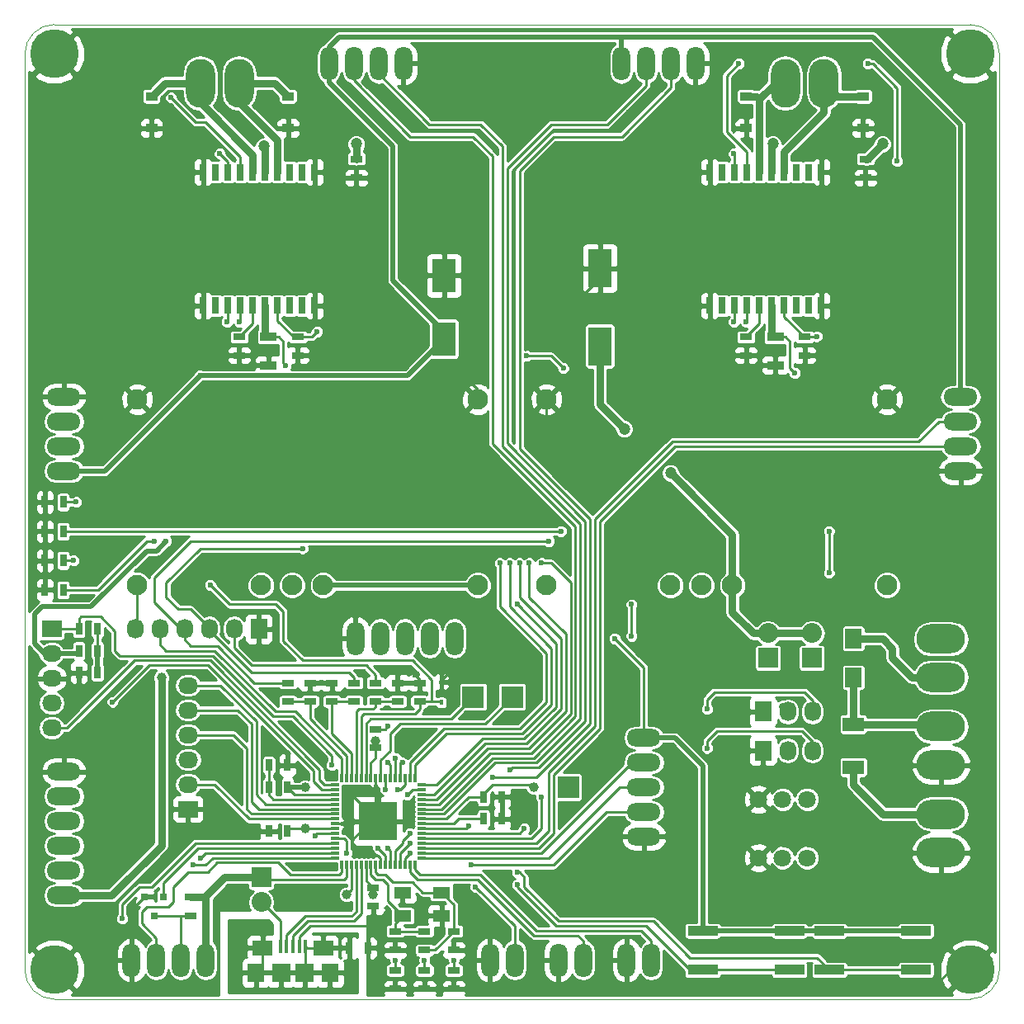
<source format=gtl>
G04 #@! TF.FileFunction,Copper,L1,Top,Signal*
%FSLAX46Y46*%
G04 Gerber Fmt 4.6, Leading zero omitted, Abs format (unit mm)*
G04 Created by KiCad (PCBNEW 0.201506102247+5730~23~ubuntu15.04.1-product) date mar. 23 juin 2015 23:09:00 CEST*
%MOMM*%
G01*
G04 APERTURE LIST*
%ADD10C,0.100000*%
%ADD11R,1.897380X1.897380*%
%ADD12R,1.899920X1.897380*%
%ADD13R,1.795780X1.897380*%
%ADD14R,2.095500X1.597660*%
%ADD15R,0.398780X1.346200*%
%ADD16R,0.700000X1.300000*%
%ADD17R,2.400300X3.500120*%
%ADD18R,2.400300X4.000500*%
%ADD19R,1.300000X0.700000*%
%ADD20R,2.199640X1.399540*%
%ADD21R,0.450000X0.590000*%
%ADD22R,1.220000X0.910000*%
%ADD23R,1.700000X2.000000*%
%ADD24R,2.032000X2.032000*%
%ADD25O,2.032000X2.032000*%
%ADD26C,5.000000*%
%ADD27O,5.001260X2.999740*%
%ADD28R,1.727200X2.032000*%
%ADD29O,1.727200X2.032000*%
%ADD30R,2.032000X1.727200*%
%ADD31O,2.032000X1.727200*%
%ADD32O,1.800860X3.500120*%
%ADD33O,3.500120X1.800860*%
%ADD34O,2.999740X5.001260*%
%ADD35R,2.235200X2.235200*%
%ADD36R,0.800100X0.800100*%
%ADD37R,0.300000X0.850000*%
%ADD38R,0.850000X0.300000*%
%ADD39R,4.000000X4.000000*%
%ADD40R,3.048000X1.000000*%
%ADD41C,1.800000*%
%ADD42R,0.759460X1.699260*%
%ADD43R,9.999980X6.398260*%
%ADD44R,16.098520X3.398520*%
%ADD45C,2.100000*%
%ADD46R,1.800000X1.200000*%
%ADD47R,1.700000X0.900000*%
%ADD48C,0.600000*%
%ADD49C,1.200000*%
%ADD50C,1.000000*%
%ADD51C,0.800000*%
%ADD52C,0.290000*%
%ADD53C,0.500000*%
%ADD54C,0.254000*%
G04 APERTURE END LIST*
D10*
X100000000Y-137000000D02*
X100000000Y-43000000D01*
X197000000Y-140000000D02*
X103000000Y-140000000D01*
X200000000Y-43000000D02*
X200000000Y-137000000D01*
X103000000Y-40000000D02*
X197000000Y-40000000D01*
X200000000Y-43000000D02*
G75*
G03X197000000Y-40000000I-3000000J0D01*
G01*
X103000000Y-40000000D02*
G75*
G03X100000000Y-43000000I0J-3000000D01*
G01*
X100000000Y-137000000D02*
G75*
G03X103000000Y-140000000I3000000J0D01*
G01*
X197000000Y-140000000D02*
G75*
G03X200000000Y-137000000I0J3000000D01*
G01*
D11*
X126301120Y-137302200D03*
D12*
X128698880Y-137302200D03*
D13*
X131299840Y-137302200D03*
D14*
X124401200Y-134752040D03*
D15*
X126202060Y-134625040D03*
X126852300Y-134625040D03*
X127500000Y-134625040D03*
X128147700Y-134625040D03*
X128797940Y-134625040D03*
D14*
X130598800Y-134752040D03*
D13*
X123700160Y-137302200D03*
D16*
X107450000Y-106500000D03*
X105550000Y-106500000D03*
D17*
X143000000Y-72251200D03*
X143000000Y-65748800D03*
D18*
X159000000Y-73000500D03*
X159000000Y-64999500D03*
D19*
X138000000Y-134950000D03*
X138000000Y-133050000D03*
X144000000Y-134950000D03*
X144000000Y-133050000D03*
D16*
X147050000Y-121500000D03*
X148950000Y-121500000D03*
X125050000Y-118250000D03*
X126950000Y-118250000D03*
X126950000Y-122750000D03*
X125050000Y-122750000D03*
D19*
X136000000Y-114200000D03*
X136000000Y-112300000D03*
X135750000Y-128550000D03*
X135750000Y-130450000D03*
D16*
X147050000Y-119250000D03*
X148950000Y-119250000D03*
D19*
X186250000Y-53800000D03*
X186250000Y-55700000D03*
X174000000Y-72050000D03*
X174000000Y-73950000D03*
X134000000Y-53800000D03*
X134000000Y-55700000D03*
X122000000Y-72050000D03*
X122000000Y-73950000D03*
D20*
X185000000Y-116199640D03*
X185000000Y-111800360D03*
D21*
X142750000Y-109555000D03*
X142750000Y-107445000D03*
D22*
X174000000Y-47365000D03*
X174000000Y-50635000D03*
X186000000Y-47365000D03*
X186000000Y-50635000D03*
X113000000Y-47365000D03*
X113000000Y-50635000D03*
X127000000Y-47365000D03*
X127000000Y-50635000D03*
D23*
X185000000Y-107000000D03*
X185000000Y-103000000D03*
D24*
X176250000Y-105000000D03*
D25*
X176250000Y-102460000D03*
D24*
X180750000Y-105000000D03*
D25*
X180750000Y-102460000D03*
D24*
X124250000Y-127500000D03*
D25*
X124250000Y-130040000D03*
D26*
X103000000Y-137000000D03*
X103000000Y-43000000D03*
X197000000Y-137000000D03*
X197000000Y-43000000D03*
D27*
X194000000Y-124981200D03*
X194000000Y-121018800D03*
X194000000Y-115981200D03*
X194000000Y-112018800D03*
D28*
X175750000Y-110500000D03*
D29*
X178290000Y-110500000D03*
X180830000Y-110500000D03*
D28*
X175750000Y-114500000D03*
D29*
X178290000Y-114500000D03*
X180830000Y-114500000D03*
D30*
X102750000Y-102000000D03*
D31*
X102750000Y-104540000D03*
X102750000Y-107080000D03*
X102750000Y-109620000D03*
X102750000Y-112160000D03*
D27*
X194000000Y-106981200D03*
X194000000Y-103018800D03*
D28*
X124000000Y-102000000D03*
D29*
X121460000Y-102000000D03*
X118920000Y-102000000D03*
X116380000Y-102000000D03*
X113840000Y-102000000D03*
X111300000Y-102000000D03*
D32*
X154730000Y-136000000D03*
X157270000Y-136000000D03*
X161730000Y-136000000D03*
X164270000Y-136000000D03*
D33*
X163500000Y-123330000D03*
X163500000Y-120790000D03*
X163500000Y-118250000D03*
X163500000Y-115710000D03*
X163500000Y-113170000D03*
D32*
X133920000Y-103000000D03*
X136460000Y-103000000D03*
X139000000Y-103000000D03*
X141540000Y-103000000D03*
X144080000Y-103000000D03*
D34*
X181981200Y-46000000D03*
X178018800Y-46000000D03*
X121981200Y-46000000D03*
X118018800Y-46000000D03*
D32*
X110940000Y-136000000D03*
X113480000Y-136000000D03*
X116020000Y-136000000D03*
X118560000Y-136000000D03*
D33*
X104000000Y-78190000D03*
X104000000Y-80730000D03*
X104000000Y-83270000D03*
X104000000Y-85810000D03*
D32*
X168810000Y-44000000D03*
X166270000Y-44000000D03*
X163730000Y-44000000D03*
X161190000Y-44000000D03*
D33*
X196000000Y-85810000D03*
X196000000Y-83270000D03*
X196000000Y-80730000D03*
X196000000Y-78190000D03*
D32*
X138810000Y-44000000D03*
X136270000Y-44000000D03*
X133730000Y-44000000D03*
X131190000Y-44000000D03*
D30*
X116750000Y-120500000D03*
D31*
X116750000Y-117960000D03*
X116750000Y-115420000D03*
X116750000Y-112880000D03*
X116750000Y-110340000D03*
X116750000Y-107800000D03*
D33*
X104000000Y-116650000D03*
X104000000Y-119190000D03*
X104000000Y-121730000D03*
X104000000Y-124270000D03*
X104000000Y-126810000D03*
X104000000Y-129350000D03*
D32*
X147730000Y-136000000D03*
X150270000Y-136000000D03*
D35*
X146000000Y-109000000D03*
X150000000Y-109000000D03*
X155750000Y-118250000D03*
D36*
X114200000Y-129499240D03*
X112300000Y-129499240D03*
X113250000Y-131498220D03*
D16*
X107450000Y-104250000D03*
X105550000Y-104250000D03*
X105550000Y-102000000D03*
X107450000Y-102000000D03*
D19*
X141000000Y-133050000D03*
X141000000Y-134950000D03*
X129250000Y-109450000D03*
X129250000Y-107550000D03*
X131500000Y-109450000D03*
X131500000Y-107550000D03*
X138250000Y-109450000D03*
X138250000Y-107550000D03*
X140500000Y-109450000D03*
X140500000Y-107550000D03*
X127000000Y-107550000D03*
X127000000Y-109450000D03*
X133750000Y-109450000D03*
X133750000Y-107550000D03*
X136000000Y-109450000D03*
X136000000Y-107550000D03*
D16*
X133300000Y-134750000D03*
X135200000Y-134750000D03*
X125050000Y-116000000D03*
X126950000Y-116000000D03*
D19*
X117000000Y-129550000D03*
X117000000Y-131450000D03*
X180000000Y-73950000D03*
X180000000Y-72050000D03*
X128000000Y-73950000D03*
X128000000Y-72050000D03*
D37*
X140000000Y-117300000D03*
X139500000Y-117300000D03*
X139000000Y-117300000D03*
X138500000Y-117300000D03*
X138000000Y-117300000D03*
X137500000Y-117300000D03*
X137000000Y-117300000D03*
X136500000Y-117300000D03*
X136000000Y-117300000D03*
X135500000Y-117300000D03*
X135000000Y-117300000D03*
X134500000Y-117300000D03*
X134000000Y-117300000D03*
X133500000Y-117300000D03*
X133000000Y-117300000D03*
X132500000Y-117300000D03*
D38*
X131800000Y-118000000D03*
X131800000Y-118500000D03*
X131800000Y-119000000D03*
X131800000Y-119500000D03*
X131800000Y-120000000D03*
X131800000Y-120500000D03*
X131800000Y-121000000D03*
X131800000Y-121500000D03*
X131800000Y-122000000D03*
X131800000Y-122500000D03*
X131800000Y-123000000D03*
X131800000Y-123500000D03*
X131800000Y-124000000D03*
X131800000Y-124500000D03*
X131800000Y-125000000D03*
X131800000Y-125500000D03*
D37*
X132500000Y-126200000D03*
X133000000Y-126200000D03*
X133500000Y-126200000D03*
X134000000Y-126200000D03*
X134500000Y-126200000D03*
X135000000Y-126200000D03*
X135500000Y-126200000D03*
X136000000Y-126200000D03*
X136500000Y-126200000D03*
X137000000Y-126200000D03*
X137500000Y-126200000D03*
X138000000Y-126200000D03*
X138500000Y-126200000D03*
X139000000Y-126200000D03*
X139500000Y-126200000D03*
X140000000Y-126200000D03*
D38*
X140700000Y-125500000D03*
X140700000Y-125000000D03*
X140700000Y-124500000D03*
X140700000Y-124000000D03*
X140700000Y-123500000D03*
X140700000Y-123000000D03*
X140700000Y-122500000D03*
X140700000Y-122000000D03*
X140700000Y-121500000D03*
X140700000Y-121000000D03*
X140700000Y-120500000D03*
X140700000Y-120000000D03*
X140700000Y-119500000D03*
X140700000Y-119000000D03*
X140700000Y-118500000D03*
X140700000Y-118000000D03*
D39*
X136250000Y-121750000D03*
D19*
X144000000Y-138950000D03*
X144000000Y-137050000D03*
X141000000Y-138950000D03*
X141000000Y-137050000D03*
X138000000Y-138950000D03*
X138000000Y-137050000D03*
D16*
X102050000Y-89000000D03*
X103950000Y-89000000D03*
X102050000Y-92000000D03*
X103950000Y-92000000D03*
X102050000Y-95000000D03*
X103950000Y-95000000D03*
X102050000Y-98000000D03*
X103950000Y-98000000D03*
D40*
X169550000Y-137000000D03*
X169550000Y-133000000D03*
X178450000Y-137000000D03*
X178450000Y-133000000D03*
X182550000Y-137000000D03*
X182550000Y-133000000D03*
X191450000Y-137000000D03*
X191450000Y-133000000D03*
D41*
X177750000Y-119500000D03*
X175250000Y-119500000D03*
X180250000Y-119500000D03*
X177750000Y-125500000D03*
X175250000Y-125500000D03*
X180250000Y-125500000D03*
D42*
X181715000Y-55154700D03*
X180445000Y-55152160D03*
X179175000Y-55152160D03*
X177905000Y-55152160D03*
X176635000Y-55152160D03*
X175365000Y-55152160D03*
X174095000Y-55152160D03*
X172825000Y-55152160D03*
D43*
X176000000Y-62000000D03*
D42*
X170285000Y-55154700D03*
X171555000Y-55152160D03*
X170285000Y-68847840D03*
X171555000Y-68847840D03*
X172825000Y-68847840D03*
X174095000Y-68847840D03*
X175365000Y-68847840D03*
X176635000Y-68847840D03*
X177905000Y-68847840D03*
X179175000Y-68847840D03*
X180445000Y-68847840D03*
X181715000Y-68845300D03*
D44*
X176000000Y-62000000D03*
D45*
X111535000Y-78475000D03*
X111535000Y-97525000D03*
X124225000Y-97525000D03*
X127415000Y-97525000D03*
X130585000Y-97525000D03*
X146465000Y-97525000D03*
X146465000Y-78475000D03*
X153535000Y-78475000D03*
X153535000Y-97525000D03*
X166225000Y-97525000D03*
X169415000Y-97525000D03*
X172585000Y-97525000D03*
X188465000Y-97525000D03*
X188465000Y-78475000D03*
D42*
X129715000Y-55154700D03*
X128445000Y-55152160D03*
X127175000Y-55152160D03*
X125905000Y-55152160D03*
X124635000Y-55152160D03*
X123365000Y-55152160D03*
X122095000Y-55152160D03*
X120825000Y-55152160D03*
D43*
X124000000Y-62000000D03*
D42*
X118285000Y-55154700D03*
X119555000Y-55152160D03*
X118285000Y-68847840D03*
X119555000Y-68847840D03*
X120825000Y-68847840D03*
X122095000Y-68847840D03*
X123365000Y-68847840D03*
X124635000Y-68847840D03*
X125905000Y-68847840D03*
X127175000Y-68847840D03*
X128445000Y-68847840D03*
X129715000Y-68845300D03*
D44*
X124000000Y-62000000D03*
D46*
X138750000Y-131450000D03*
X142750000Y-129050000D03*
X142750000Y-131450000D03*
X138750000Y-129050000D03*
D47*
X177000000Y-74950000D03*
X177000000Y-72050000D03*
X125000000Y-74950000D03*
X125000000Y-72050000D03*
D48*
X182000000Y-135000000D03*
X187000000Y-135000000D03*
X193000000Y-135000000D03*
X171500000Y-134500000D03*
X177250000Y-134500000D03*
X144000000Y-106000000D03*
X146500000Y-104500000D03*
X149750000Y-104500000D03*
X151750000Y-106000000D03*
X147750000Y-106500000D03*
X115750000Y-92750000D03*
X146000000Y-95000000D03*
X142250000Y-94500000D03*
X162000000Y-49000000D03*
X140000000Y-106750000D03*
X140250000Y-112750000D03*
X107500000Y-120500000D03*
X110000000Y-120500000D03*
X107000000Y-125000000D03*
X112500000Y-108750000D03*
X120000000Y-111500000D03*
X120000000Y-115500000D03*
X119250000Y-109000000D03*
X119750000Y-121500000D03*
X172000000Y-43000000D03*
X171000000Y-46000000D03*
X169000000Y-49000000D03*
X166000000Y-49000000D03*
X163000000Y-51000000D03*
X167000000Y-51000000D03*
X171000000Y-51000000D03*
X174000000Y-49000000D03*
X153000000Y-72000000D03*
X154000000Y-67000000D03*
X158000000Y-70000000D03*
X163000000Y-72000000D03*
X168000000Y-72000000D03*
X168000000Y-69000000D03*
X164000000Y-69000000D03*
X164000000Y-65000000D03*
X167000000Y-65000000D03*
X167000000Y-60000000D03*
X167000000Y-55000000D03*
X164000000Y-57000000D03*
X164000000Y-62000000D03*
X161000000Y-60000000D03*
X153000000Y-60000000D03*
X153000000Y-63000000D03*
X153000000Y-56000000D03*
X157000000Y-54000000D03*
X161000000Y-54000000D03*
X156000000Y-57000000D03*
X116000000Y-91000000D03*
X118000000Y-90000000D03*
X119000000Y-81000000D03*
X121000000Y-85000000D03*
X121000000Y-88000000D03*
X111000000Y-90000000D03*
X110000000Y-86000000D03*
X113000000Y-83000000D03*
X116000000Y-80000000D03*
X118000000Y-78000000D03*
X123000000Y-78000000D03*
X125000000Y-79000000D03*
X128000000Y-82000000D03*
X128000000Y-87000000D03*
X125000000Y-90000000D03*
X145000000Y-90000000D03*
X145000000Y-85000000D03*
X143000000Y-83000000D03*
X143000000Y-78000000D03*
X141000000Y-81000000D03*
X141000000Y-86000000D03*
X141000000Y-91000000D03*
X137000000Y-89000000D03*
X137000000Y-84000000D03*
X137000000Y-79000000D03*
X134000000Y-82000000D03*
X134000000Y-87000000D03*
X134000000Y-91000000D03*
X131000000Y-89000000D03*
X131000000Y-85000000D03*
X131000000Y-80000000D03*
X130000000Y-77000000D03*
X135000000Y-77000000D03*
X140000000Y-77000000D03*
X142000000Y-75000000D03*
X145000000Y-76000000D03*
X187000000Y-74000000D03*
X190000000Y-76000000D03*
X190000000Y-72000000D03*
X189000000Y-67000000D03*
X186000000Y-71000000D03*
X183000000Y-74000000D03*
X185000000Y-77000000D03*
X185000000Y-81000000D03*
X181000000Y-77000000D03*
X180000000Y-81000000D03*
X177000000Y-78000000D03*
X174000000Y-81000000D03*
X172000000Y-78000000D03*
X168000000Y-81000000D03*
X167000000Y-77000000D03*
X163000000Y-79000000D03*
X165000000Y-82000000D03*
X162000000Y-84000000D03*
X159000000Y-84000000D03*
X158000000Y-88000000D03*
X156000000Y-86000000D03*
X194000000Y-75000000D03*
X194000000Y-70000000D03*
X194000000Y-65000000D03*
X194000000Y-60000000D03*
X194000000Y-55000000D03*
X194000000Y-52000000D03*
X191000000Y-49000000D03*
X196000000Y-48000000D03*
X191000000Y-42000000D03*
X161000000Y-96000000D03*
X165000000Y-95000000D03*
X168000000Y-96000000D03*
X168000000Y-91000000D03*
X161000000Y-91000000D03*
X165000000Y-88000000D03*
X195000000Y-89000000D03*
X195000000Y-94000000D03*
X196000000Y-99000000D03*
X178000000Y-91000000D03*
X186000000Y-92000000D03*
X186000000Y-88000000D03*
X181000000Y-88000000D03*
X176000000Y-88000000D03*
X172000000Y-88000000D03*
X169000000Y-85000000D03*
X173000000Y-85000000D03*
X178000000Y-85000000D03*
X183000000Y-85000000D03*
X187000000Y-85000000D03*
X190000000Y-87000000D03*
X190000000Y-91000000D03*
X190000000Y-95000000D03*
X191000000Y-99000000D03*
X171000000Y-102000000D03*
X169000000Y-105000000D03*
X166000000Y-102000000D03*
X166000000Y-106000000D03*
X168000000Y-108000000D03*
X173000000Y-107000000D03*
X176000000Y-107000000D03*
X108000000Y-138000000D03*
X107000000Y-134000000D03*
X102000000Y-132000000D03*
X109000000Y-132000000D03*
X148000000Y-139000000D03*
X153000000Y-139000000D03*
X158000000Y-139000000D03*
X163000000Y-139000000D03*
X168000000Y-139000000D03*
X173000000Y-139000000D03*
X178000000Y-139000000D03*
X183000000Y-139000000D03*
X188000000Y-139000000D03*
X193000000Y-139000000D03*
X199000000Y-47000000D03*
X199000000Y-52000000D03*
X199000000Y-57000000D03*
X199000000Y-62000000D03*
X199000000Y-67000000D03*
X199000000Y-72000000D03*
X199000000Y-77000000D03*
X199000000Y-82000000D03*
X199000000Y-87000000D03*
X199000000Y-93000000D03*
X199000000Y-98000000D03*
X199000000Y-103000000D03*
X199000000Y-108000000D03*
X199000000Y-113000000D03*
X199000000Y-118000000D03*
X199000000Y-123000000D03*
X199000000Y-128000000D03*
X199000000Y-132000000D03*
X195000000Y-130000000D03*
X190000000Y-128000000D03*
X187000000Y-131000000D03*
X187000000Y-125000000D03*
X184000000Y-122000000D03*
X182000000Y-119000000D03*
X183000000Y-126000000D03*
X183000000Y-131000000D03*
X178000000Y-130000000D03*
X173000000Y-130000000D03*
X171000000Y-127000000D03*
X171000000Y-131000000D03*
X168000000Y-131000000D03*
X168000000Y-126000000D03*
X164000000Y-128000000D03*
X158000000Y-128000000D03*
X155000000Y-130000000D03*
X161000000Y-130000000D03*
X165000000Y-130000000D03*
X137000000Y-47000000D03*
X140000000Y-50000000D03*
X145000000Y-49000000D03*
X142000000Y-45000000D03*
X147000000Y-43000000D03*
X148000000Y-46000000D03*
X150000000Y-50000000D03*
X152000000Y-44000000D03*
X158000000Y-44000000D03*
X155000000Y-48000000D03*
X143000000Y-62000000D03*
X140000000Y-61000000D03*
X142000000Y-58000000D03*
X142000000Y-54000000D03*
X146000000Y-56000000D03*
X146000000Y-61000000D03*
X146000000Y-66000000D03*
X144000000Y-69000000D03*
X139000000Y-66000000D03*
X137000000Y-70000000D03*
X133000000Y-68000000D03*
X136000000Y-65000000D03*
X134000000Y-62000000D03*
X136000000Y-59000000D03*
X136000000Y-55000000D03*
X132000000Y-55000000D03*
X133000000Y-51000000D03*
X130000000Y-49000000D03*
X130000000Y-47000000D03*
X127000000Y-44000000D03*
X129000000Y-42000000D03*
X116000000Y-53000000D03*
X115000000Y-57000000D03*
X116000000Y-65000000D03*
X116000000Y-70000000D03*
X116000000Y-75000000D03*
X113000000Y-74000000D03*
X113000000Y-69000000D03*
X113000000Y-64000000D03*
X113000000Y-59000000D03*
X113000000Y-54000000D03*
X113000000Y-43000000D03*
X109000000Y-42000000D03*
X109000000Y-47000000D03*
X109000000Y-52000000D03*
X109000000Y-57000000D03*
X109000000Y-62000000D03*
X109000000Y-67000000D03*
X109000000Y-72000000D03*
X105000000Y-74000000D03*
X105000000Y-69000000D03*
X105000000Y-64000000D03*
X105000000Y-59000000D03*
X105000000Y-54000000D03*
X105000000Y-49000000D03*
X101000000Y-47000000D03*
X101000000Y-52000000D03*
X101000000Y-57000000D03*
X101000000Y-62000000D03*
X101000000Y-67000000D03*
X101000000Y-72000000D03*
X101000000Y-77000000D03*
X126000000Y-63750000D03*
X127750000Y-63750000D03*
X124000000Y-63750000D03*
X120750000Y-63750000D03*
X130250000Y-62000000D03*
X127750000Y-60250000D03*
X126000000Y-60250000D03*
X124000000Y-60250000D03*
X120750000Y-60250000D03*
X117750000Y-62000000D03*
X182750000Y-62000000D03*
X180000000Y-64000000D03*
X177750000Y-64000000D03*
X176000000Y-64000000D03*
X174500000Y-64000000D03*
X172500000Y-64000000D03*
X171750000Y-62000000D03*
X169250000Y-62000000D03*
X172500000Y-59750000D03*
X174500000Y-59750000D03*
X176000000Y-59750000D03*
X176000000Y-62000000D03*
X177750000Y-59750000D03*
X180000000Y-59750000D03*
X169250000Y-59000000D03*
X169250000Y-57750000D03*
X170500000Y-57500000D03*
X171750000Y-57500000D03*
X173000000Y-57500000D03*
X174250000Y-57500000D03*
X175500000Y-57500000D03*
X176750000Y-57500000D03*
X178000000Y-57500000D03*
X179250000Y-57500000D03*
X180500000Y-57500000D03*
X181750000Y-57500000D03*
X182750000Y-58750000D03*
X182750000Y-65000000D03*
X182500000Y-66500000D03*
X181250000Y-66500000D03*
X180000000Y-66500000D03*
X178500000Y-66500000D03*
X177000000Y-66500000D03*
X175500000Y-66500000D03*
X174000000Y-66500000D03*
X172500000Y-66500000D03*
X171250000Y-66500000D03*
X170000000Y-66500000D03*
X124500000Y-57500000D03*
X126000000Y-57500000D03*
X127500000Y-57500000D03*
X129000000Y-57500000D03*
X130750000Y-58000000D03*
X130750000Y-59000000D03*
X130750000Y-65000000D03*
X130750000Y-66500000D03*
X129250000Y-66500000D03*
X127750000Y-66500000D03*
X126500000Y-66500000D03*
X125250000Y-66500000D03*
X124000000Y-66500000D03*
X122750000Y-66500000D03*
X120750000Y-66500000D03*
X121000000Y-57500000D03*
X117250000Y-59000000D03*
X117250000Y-57500000D03*
X118500000Y-57500000D03*
X123000000Y-57500000D03*
X117250000Y-65500000D03*
X118500000Y-66500000D03*
X109000000Y-115000000D03*
X111750000Y-116750000D03*
X110250000Y-111750000D03*
X105750000Y-113500000D03*
X133500000Y-121750000D03*
X123000000Y-122750000D03*
X149000000Y-127500000D03*
X152500000Y-131750000D03*
X151750000Y-120250000D03*
X150250000Y-118750000D03*
X133500000Y-119000000D03*
X131000000Y-116750000D03*
X129000000Y-114000000D03*
X128000000Y-116000000D03*
X137250000Y-112000000D03*
X130500000Y-107500000D03*
X136250000Y-132000000D03*
X131500000Y-130250000D03*
X128000000Y-129000000D03*
X128750000Y-126500000D03*
D49*
X188000000Y-52250000D03*
X176750000Y-52250000D03*
X124500000Y-52500000D03*
X134000000Y-52250000D03*
D50*
X114000000Y-107000000D03*
D48*
X118000000Y-76000000D03*
D49*
X161500000Y-81500000D03*
X166250000Y-86000000D03*
D50*
X133000000Y-129250000D03*
X128750000Y-118250000D03*
X136000000Y-113500000D03*
X152250000Y-118250000D03*
X135750000Y-129250000D03*
X128750000Y-122500000D03*
D48*
X114500000Y-93000000D03*
X160500000Y-103000000D03*
X173250000Y-44000000D03*
X186500000Y-44000000D03*
X189500000Y-54000000D03*
X174000000Y-70500000D03*
X115000000Y-47500000D03*
X122000000Y-70500000D03*
X170000000Y-110250000D03*
X170000000Y-114250000D03*
X131500000Y-116000000D03*
X137000000Y-118500000D03*
X109000000Y-109500000D03*
X153750000Y-93000000D03*
X179000000Y-75750000D03*
X128500000Y-93750000D03*
X126750000Y-75000000D03*
X139500000Y-125000000D03*
X145750000Y-126250000D03*
X137250000Y-115750000D03*
X138000000Y-115250000D03*
X138750000Y-115750000D03*
X136250000Y-124500000D03*
X137250000Y-124500000D03*
X148000000Y-117250000D03*
X139500000Y-123000000D03*
X149750000Y-116500000D03*
X139500000Y-124000000D03*
X117250000Y-126250000D03*
X118000000Y-125500000D03*
X146250000Y-128500000D03*
X133000000Y-125000000D03*
X153000000Y-119250000D03*
X138250000Y-118500000D03*
X139250000Y-119000000D03*
X110000000Y-131750000D03*
X119000000Y-97500000D03*
X144000000Y-136000000D03*
X141000000Y-136000000D03*
X138000000Y-136000000D03*
X105250000Y-89000000D03*
X182500000Y-96250000D03*
X182500000Y-92000000D03*
X155000000Y-92000000D03*
X105000000Y-95000000D03*
X113250000Y-93000000D03*
X151750000Y-95250000D03*
X181250000Y-72000000D03*
X149750000Y-95250000D03*
X130000000Y-71500000D03*
X162250000Y-102750000D03*
X162250000Y-99500000D03*
X129750000Y-123250000D03*
X153000000Y-95250000D03*
X155250000Y-75250000D03*
X151500000Y-74000000D03*
X172750000Y-53250000D03*
X172750000Y-70500000D03*
X150750000Y-95250000D03*
X150500000Y-99500000D03*
X120000000Y-53250000D03*
X148750000Y-95250000D03*
X120750000Y-70500000D03*
X151250000Y-122500000D03*
X150500000Y-128250000D03*
X145500000Y-122250000D03*
X150500000Y-127000000D03*
D51*
X190981200Y-106981200D02*
X189000000Y-105000000D01*
X189000000Y-105000000D02*
X189000000Y-104000000D01*
X189000000Y-104000000D02*
X188000000Y-103000000D01*
X188000000Y-103000000D02*
X185000000Y-103000000D01*
X194000000Y-106981200D02*
X190981200Y-106981200D01*
D52*
X111535000Y-101765000D02*
X111300000Y-102000000D01*
X111535000Y-97525000D02*
X111535000Y-101765000D01*
X182000000Y-135000000D02*
X177750000Y-135000000D01*
X193000000Y-135000000D02*
X187000000Y-135000000D01*
X177750000Y-135000000D02*
X177250000Y-134500000D01*
X142750000Y-107445000D02*
X142750000Y-107250000D01*
X142750000Y-107250000D02*
X144000000Y-106000000D01*
X146500000Y-104500000D02*
X149750000Y-104500000D01*
X151750000Y-106000000D02*
X151250000Y-106500000D01*
X151250000Y-106500000D02*
X147750000Y-106500000D01*
X142750000Y-95000000D02*
X146000000Y-95000000D01*
X142250000Y-94500000D02*
X142750000Y-95000000D01*
X122250000Y-63750000D02*
X124000000Y-62000000D01*
X122500000Y-60250000D02*
X124000000Y-61750000D01*
X124000000Y-61750000D02*
X124000000Y-62000000D01*
X140500000Y-107550000D02*
X140500000Y-107250000D01*
X140500000Y-107250000D02*
X140000000Y-106750000D01*
X107500000Y-120500000D02*
X107500000Y-121250000D01*
X111750000Y-116750000D02*
X111750000Y-118750000D01*
X111750000Y-118750000D02*
X110000000Y-120500000D01*
X107500000Y-120500000D02*
X110000000Y-120500000D01*
X107000000Y-121750000D02*
X107000000Y-125000000D01*
X107500000Y-121250000D02*
X107000000Y-121750000D01*
X110250000Y-111750000D02*
X110250000Y-111000000D01*
X110250000Y-111000000D02*
X112500000Y-108750000D01*
X119750000Y-121500000D02*
X120000000Y-121500000D01*
X174000000Y-50635000D02*
X174000000Y-49000000D01*
X171000000Y-47000000D02*
X171000000Y-46000000D01*
X169000000Y-49000000D02*
X171000000Y-47000000D01*
X165000000Y-49000000D02*
X166000000Y-49000000D01*
X163000000Y-51000000D02*
X165000000Y-49000000D01*
X171000000Y-51000000D02*
X167000000Y-51000000D01*
X159000000Y-64999500D02*
X159000000Y-66000000D01*
X159000000Y-66000000D02*
X153000000Y-72000000D01*
X154000000Y-67000000D02*
X157000000Y-70000000D01*
X157000000Y-70000000D02*
X158000000Y-70000000D01*
X163000000Y-72000000D02*
X168000000Y-72000000D01*
X168000000Y-69000000D02*
X164000000Y-69000000D01*
X164000000Y-65000000D02*
X167000000Y-65000000D01*
X167000000Y-60000000D02*
X167000000Y-55000000D01*
X164000000Y-57000000D02*
X164000000Y-62000000D01*
X161000000Y-60000000D02*
X153000000Y-60000000D01*
X153000000Y-63000000D02*
X153000000Y-56000000D01*
X157000000Y-54000000D02*
X161000000Y-54000000D01*
X118000000Y-90000000D02*
X119000000Y-90000000D01*
X116000000Y-91000000D02*
X117000000Y-90000000D01*
X117000000Y-90000000D02*
X118000000Y-90000000D01*
X119000000Y-83000000D02*
X119000000Y-81000000D01*
X121000000Y-85000000D02*
X119000000Y-83000000D01*
X119000000Y-90000000D02*
X121000000Y-88000000D01*
X111000000Y-87000000D02*
X111000000Y-90000000D01*
X110000000Y-86000000D02*
X111000000Y-87000000D01*
X116000000Y-80000000D02*
X113000000Y-83000000D01*
X123000000Y-78000000D02*
X118000000Y-78000000D01*
X128000000Y-82000000D02*
X125000000Y-79000000D01*
X125000000Y-90000000D02*
X128000000Y-87000000D01*
X146465000Y-78475000D02*
X146465000Y-77465000D01*
X145000000Y-85000000D02*
X145000000Y-90000000D01*
X143000000Y-78000000D02*
X143000000Y-83000000D01*
X141000000Y-86000000D02*
X141000000Y-81000000D01*
X139000000Y-91000000D02*
X141000000Y-91000000D01*
X137000000Y-89000000D02*
X139000000Y-91000000D01*
X137000000Y-79000000D02*
X137000000Y-84000000D01*
X134000000Y-87000000D02*
X134000000Y-82000000D01*
X133000000Y-91000000D02*
X134000000Y-91000000D01*
X131000000Y-89000000D02*
X133000000Y-91000000D01*
X131000000Y-80000000D02*
X131000000Y-85000000D01*
X135000000Y-77000000D02*
X130000000Y-77000000D01*
X142000000Y-75000000D02*
X140000000Y-77000000D01*
X146465000Y-77465000D02*
X145000000Y-76000000D01*
X153535000Y-78475000D02*
X153535000Y-83535000D01*
X188000000Y-74000000D02*
X187000000Y-74000000D01*
X190000000Y-76000000D02*
X188000000Y-74000000D01*
X190000000Y-68000000D02*
X190000000Y-72000000D01*
X189000000Y-67000000D02*
X190000000Y-68000000D01*
X183000000Y-74000000D02*
X186000000Y-71000000D01*
X185000000Y-81000000D02*
X185000000Y-77000000D01*
X181000000Y-80000000D02*
X181000000Y-77000000D01*
X180000000Y-81000000D02*
X181000000Y-80000000D01*
X174000000Y-81000000D02*
X177000000Y-78000000D01*
X171000000Y-78000000D02*
X172000000Y-78000000D01*
X168000000Y-81000000D02*
X171000000Y-78000000D01*
X165000000Y-77000000D02*
X167000000Y-77000000D01*
X163000000Y-79000000D02*
X165000000Y-77000000D01*
X164000000Y-82000000D02*
X165000000Y-82000000D01*
X162000000Y-84000000D02*
X164000000Y-82000000D01*
X159000000Y-87000000D02*
X159000000Y-84000000D01*
X158000000Y-88000000D02*
X159000000Y-87000000D01*
X153535000Y-83535000D02*
X156000000Y-86000000D01*
X194000000Y-65000000D02*
X194000000Y-70000000D01*
X194000000Y-55000000D02*
X194000000Y-60000000D01*
X191000000Y-49000000D02*
X194000000Y-52000000D01*
X196000000Y-47000000D02*
X196000000Y-48000000D01*
X191000000Y-42000000D02*
X196000000Y-47000000D01*
X164000000Y-96000000D02*
X161000000Y-96000000D01*
X165000000Y-95000000D02*
X164000000Y-96000000D01*
X168000000Y-91000000D02*
X168000000Y-96000000D01*
X162000000Y-91000000D02*
X161000000Y-91000000D01*
X165000000Y-88000000D02*
X162000000Y-91000000D01*
X196000000Y-99000000D02*
X191000000Y-99000000D01*
X195000000Y-94000000D02*
X196000000Y-95000000D01*
X196000000Y-95000000D02*
X196000000Y-99000000D01*
X199000000Y-93000000D02*
X195000000Y-89000000D01*
X185000000Y-91000000D02*
X178000000Y-91000000D01*
X186000000Y-92000000D02*
X185000000Y-91000000D01*
X181000000Y-88000000D02*
X186000000Y-88000000D01*
X172000000Y-88000000D02*
X176000000Y-88000000D01*
X173000000Y-85000000D02*
X169000000Y-85000000D01*
X183000000Y-85000000D02*
X178000000Y-85000000D01*
X188000000Y-85000000D02*
X187000000Y-85000000D01*
X190000000Y-87000000D02*
X188000000Y-85000000D01*
X190000000Y-95000000D02*
X190000000Y-91000000D01*
X166000000Y-102000000D02*
X169000000Y-105000000D01*
X168000000Y-108000000D02*
X166000000Y-106000000D01*
X176000000Y-107000000D02*
X173000000Y-107000000D01*
X108000000Y-135000000D02*
X108000000Y-138000000D01*
X107000000Y-134000000D02*
X108000000Y-135000000D01*
X109000000Y-132000000D02*
X102000000Y-132000000D01*
X197000000Y-137000000D02*
X195000000Y-137000000D01*
X195000000Y-137000000D02*
X193000000Y-139000000D01*
X158000000Y-139000000D02*
X153000000Y-139000000D01*
X168000000Y-139000000D02*
X163000000Y-139000000D01*
X178000000Y-139000000D02*
X173000000Y-139000000D01*
X188000000Y-139000000D02*
X183000000Y-139000000D01*
X199000000Y-47000000D02*
X199000000Y-52000000D01*
X199000000Y-57000000D02*
X199000000Y-62000000D01*
X199000000Y-67000000D02*
X199000000Y-72000000D01*
X199000000Y-77000000D02*
X199000000Y-82000000D01*
X199000000Y-87000000D02*
X199000000Y-93000000D01*
X199000000Y-98000000D02*
X199000000Y-103000000D01*
X199000000Y-108000000D02*
X199000000Y-113000000D01*
X199000000Y-118000000D02*
X199000000Y-123000000D01*
X199000000Y-128000000D02*
X199000000Y-132000000D01*
X195000000Y-130000000D02*
X193000000Y-128000000D01*
X193000000Y-128000000D02*
X190000000Y-128000000D01*
X187000000Y-131000000D02*
X187000000Y-125000000D01*
X184000000Y-122000000D02*
X182000000Y-120000000D01*
X182000000Y-120000000D02*
X182000000Y-119000000D01*
X183000000Y-126000000D02*
X183000000Y-131000000D01*
X178000000Y-130000000D02*
X173000000Y-130000000D01*
X171000000Y-127000000D02*
X171000000Y-131000000D01*
X168000000Y-131000000D02*
X168000000Y-126000000D01*
X164000000Y-128000000D02*
X158000000Y-128000000D01*
X155000000Y-130000000D02*
X161000000Y-130000000D01*
X137000000Y-47000000D02*
X140000000Y-50000000D01*
X145000000Y-49000000D02*
X142000000Y-46000000D01*
X142000000Y-46000000D02*
X142000000Y-45000000D01*
X147000000Y-43000000D02*
X148000000Y-44000000D01*
X148000000Y-44000000D02*
X148000000Y-46000000D01*
X150000000Y-50000000D02*
X152000000Y-48000000D01*
X152000000Y-48000000D02*
X152000000Y-44000000D01*
X158000000Y-44000000D02*
X155000000Y-47000000D01*
X155000000Y-47000000D02*
X155000000Y-48000000D01*
X134000000Y-55700000D02*
X132700000Y-55700000D01*
X140000000Y-60000000D02*
X140000000Y-61000000D01*
X142000000Y-58000000D02*
X140000000Y-60000000D01*
X144000000Y-54000000D02*
X142000000Y-54000000D01*
X146000000Y-56000000D02*
X144000000Y-54000000D01*
X146000000Y-66000000D02*
X146000000Y-61000000D01*
X142000000Y-69000000D02*
X144000000Y-69000000D01*
X139000000Y-66000000D02*
X142000000Y-69000000D01*
X135000000Y-70000000D02*
X137000000Y-70000000D01*
X133000000Y-68000000D02*
X135000000Y-70000000D01*
X136000000Y-64000000D02*
X136000000Y-65000000D01*
X134000000Y-62000000D02*
X136000000Y-64000000D01*
X136000000Y-55000000D02*
X136000000Y-59000000D01*
X132700000Y-55700000D02*
X132000000Y-55000000D01*
X127000000Y-50635000D02*
X129365000Y-50635000D01*
X132000000Y-51000000D02*
X133000000Y-51000000D01*
X130000000Y-49000000D02*
X132000000Y-51000000D01*
X127000000Y-44000000D02*
X130000000Y-47000000D01*
X129000000Y-50270000D02*
X129000000Y-42000000D01*
X129365000Y-50635000D02*
X129000000Y-50270000D01*
X116000000Y-56000000D02*
X116000000Y-53000000D01*
X115000000Y-57000000D02*
X116000000Y-56000000D01*
X116000000Y-70000000D02*
X116000000Y-65000000D01*
X114000000Y-75000000D02*
X116000000Y-75000000D01*
X113000000Y-74000000D02*
X114000000Y-75000000D01*
X113000000Y-64000000D02*
X113000000Y-69000000D01*
X113000000Y-54000000D02*
X113000000Y-59000000D01*
X110000000Y-43000000D02*
X113000000Y-43000000D01*
X109000000Y-42000000D02*
X110000000Y-43000000D01*
X109000000Y-52000000D02*
X109000000Y-47000000D01*
X109000000Y-62000000D02*
X109000000Y-57000000D01*
X109000000Y-72000000D02*
X109000000Y-67000000D01*
X105000000Y-69000000D02*
X105000000Y-74000000D01*
X105000000Y-59000000D02*
X105000000Y-64000000D01*
X105000000Y-49000000D02*
X105000000Y-54000000D01*
X101000000Y-47000000D02*
X101000000Y-52000000D01*
X101000000Y-57000000D02*
X101000000Y-62000000D01*
X101000000Y-67000000D02*
X101000000Y-72000000D01*
X126000000Y-63750000D02*
X124250000Y-62000000D01*
X124250000Y-62000000D02*
X124000000Y-62000000D01*
X127750000Y-63750000D02*
X126000000Y-62000000D01*
X126000000Y-62000000D02*
X124000000Y-62000000D01*
X124000000Y-63750000D02*
X124000000Y-62000000D01*
X120750000Y-63750000D02*
X122500000Y-62000000D01*
X122500000Y-62000000D02*
X124000000Y-62000000D01*
X130250000Y-62000000D02*
X124000000Y-62000000D01*
X127750000Y-60250000D02*
X126000000Y-62000000D01*
X126000000Y-62000000D02*
X124000000Y-62000000D01*
X126000000Y-60250000D02*
X124250000Y-62000000D01*
X124250000Y-62000000D02*
X124000000Y-62000000D01*
X124000000Y-60250000D02*
X124000000Y-62000000D01*
X120750000Y-60250000D02*
X122500000Y-62000000D01*
X122500000Y-62000000D02*
X124000000Y-62000000D01*
X117750000Y-62000000D02*
X124000000Y-62000000D01*
X182750000Y-62000000D02*
X176000000Y-62000000D01*
X180000000Y-64000000D02*
X178000000Y-62000000D01*
X178000000Y-62000000D02*
X176000000Y-62000000D01*
X177750000Y-64000000D02*
X176000000Y-62250000D01*
X176000000Y-62250000D02*
X176000000Y-62000000D01*
X176000000Y-64000000D02*
X176000000Y-62000000D01*
X174500000Y-64000000D02*
X176000000Y-62500000D01*
X176000000Y-62500000D02*
X176000000Y-62000000D01*
X172500000Y-64000000D02*
X174500000Y-62000000D01*
X174500000Y-62000000D02*
X176000000Y-62000000D01*
X171750000Y-62000000D02*
X176000000Y-62000000D01*
X169250000Y-62000000D02*
X176000000Y-62000000D01*
X172500000Y-59750000D02*
X174750000Y-62000000D01*
X174750000Y-62000000D02*
X176000000Y-62000000D01*
X174500000Y-59750000D02*
X176000000Y-61250000D01*
X176000000Y-61250000D02*
X176000000Y-62000000D01*
X176000000Y-59750000D02*
X176000000Y-62000000D01*
X176000000Y-61500000D02*
X177750000Y-59750000D01*
X180000000Y-59750000D02*
X177750000Y-62000000D01*
X177750000Y-62000000D02*
X176000000Y-62000000D01*
X176000000Y-62000000D02*
X172250000Y-62000000D01*
X172250000Y-62000000D02*
X169250000Y-59000000D01*
X169250000Y-57750000D02*
X169500000Y-57500000D01*
X169500000Y-57500000D02*
X170500000Y-57500000D01*
X171750000Y-57500000D02*
X173000000Y-57500000D01*
X174250000Y-57500000D02*
X175500000Y-57500000D01*
X176750000Y-57500000D02*
X178000000Y-57500000D01*
X179250000Y-57500000D02*
X180500000Y-57500000D01*
X181750000Y-57500000D02*
X182750000Y-58500000D01*
X182750000Y-58500000D02*
X182750000Y-58750000D01*
X182750000Y-61250000D02*
X182750000Y-65000000D01*
X182500000Y-66500000D02*
X181250000Y-66500000D01*
X180000000Y-66500000D02*
X178500000Y-66500000D01*
X177000000Y-66500000D02*
X175500000Y-66500000D01*
X174000000Y-66500000D02*
X172500000Y-66500000D01*
X171250000Y-66500000D02*
X170000000Y-66500000D01*
X120750000Y-66500000D02*
X118500000Y-66500000D01*
X126000000Y-57500000D02*
X127500000Y-57500000D01*
X129000000Y-57500000D02*
X129500000Y-58000000D01*
X129500000Y-58000000D02*
X130750000Y-58000000D01*
X130750000Y-59000000D02*
X130750000Y-65000000D01*
X130750000Y-66500000D02*
X129250000Y-66500000D01*
X127750000Y-66500000D02*
X126500000Y-66500000D01*
X125250000Y-66500000D02*
X124000000Y-66500000D01*
X122750000Y-66500000D02*
X120750000Y-66500000D01*
X123000000Y-57500000D02*
X121000000Y-57500000D01*
X120250000Y-62000000D02*
X117250000Y-59000000D01*
X117250000Y-57500000D02*
X118500000Y-57500000D01*
X121000000Y-57500000D02*
X118500000Y-57500000D01*
X123000000Y-57500000D02*
X124500000Y-57500000D01*
X124000000Y-62000000D02*
X120250000Y-62000000D01*
X104000000Y-116650000D02*
X104000000Y-115250000D01*
X111750000Y-113250000D02*
X111750000Y-116750000D01*
X110250000Y-111750000D02*
X111750000Y-113250000D01*
X104000000Y-115250000D02*
X105750000Y-113500000D01*
X131800000Y-122000000D02*
X133250000Y-122000000D01*
X133250000Y-122000000D02*
X133500000Y-121750000D01*
X125050000Y-122750000D02*
X123000000Y-122750000D01*
X133500000Y-121750000D02*
X136250000Y-121750000D01*
X128147700Y-134625040D02*
X128147700Y-133602300D01*
X135750000Y-132500000D02*
X136250000Y-132000000D01*
X129250000Y-132500000D02*
X135750000Y-132500000D01*
X128147700Y-133602300D02*
X129250000Y-132500000D01*
X149000000Y-128250000D02*
X149000000Y-127500000D01*
X152500000Y-131750000D02*
X149000000Y-128250000D01*
X150250000Y-118750000D02*
X151750000Y-120250000D01*
X148950000Y-119250000D02*
X149750000Y-119250000D01*
X149750000Y-119250000D02*
X150250000Y-118750000D01*
X110940000Y-136000000D02*
X110940000Y-130859240D01*
X110940000Y-130859240D02*
X112300000Y-129499240D01*
D53*
X111000000Y-134440000D02*
X110940000Y-134500000D01*
X196000000Y-85810000D02*
X197190000Y-85810000D01*
D52*
X131000000Y-116750000D02*
X130750000Y-116500000D01*
X130750000Y-116500000D02*
X130750000Y-115750000D01*
X130750000Y-115750000D02*
X129000000Y-114000000D01*
X128000000Y-116000000D02*
X126950000Y-116000000D01*
X136250000Y-121750000D02*
X133500000Y-119000000D01*
X136000000Y-121500000D02*
X136250000Y-121750000D01*
X136000000Y-117300000D02*
X136000000Y-121500000D01*
X136500000Y-122000000D02*
X136250000Y-121750000D01*
X136000000Y-122000000D02*
X136250000Y-121750000D01*
X135500000Y-121750000D02*
X136250000Y-121750000D01*
X136500000Y-125500000D02*
X136250000Y-125250000D01*
X136250000Y-125250000D02*
X134250000Y-125250000D01*
X134250000Y-125250000D02*
X133500000Y-124500000D01*
X133500000Y-124500000D02*
X133500000Y-123750000D01*
X133500000Y-123750000D02*
X135500000Y-121750000D01*
X136500000Y-126200000D02*
X136500000Y-125500000D01*
X136950000Y-112300000D02*
X137250000Y-112000000D01*
X130500000Y-107500000D02*
X130450000Y-107550000D01*
X130450000Y-107550000D02*
X129250000Y-107550000D01*
X136000000Y-112300000D02*
X136950000Y-112300000D01*
X131450000Y-107500000D02*
X131500000Y-107550000D01*
X130500000Y-107500000D02*
X131450000Y-107500000D01*
X135750000Y-131500000D02*
X136250000Y-132000000D01*
X131500000Y-130250000D02*
X130250000Y-129000000D01*
X130250000Y-129000000D02*
X128000000Y-129000000D01*
X135750000Y-130450000D02*
X135750000Y-131500000D01*
D51*
X186250000Y-53800000D02*
X186450000Y-53800000D01*
X186450000Y-53800000D02*
X188000000Y-52250000D01*
X193981200Y-103000000D02*
X194000000Y-103018800D01*
X176750000Y-52250000D02*
X176635000Y-52365000D01*
X176635000Y-52365000D02*
X176635000Y-55152160D01*
X124635000Y-52635000D02*
X124500000Y-52500000D01*
X124635000Y-55152160D02*
X124635000Y-52635000D01*
X134000000Y-53800000D02*
X134000000Y-52250000D01*
D52*
X107450000Y-104250000D02*
X107450000Y-102000000D01*
D53*
X107450000Y-106500000D02*
X107450000Y-104250000D01*
X104000000Y-85810000D02*
X108190000Y-85810000D01*
X108190000Y-85810000D02*
X118000000Y-76000000D01*
X131190000Y-44000000D02*
X131190000Y-42810000D01*
X118000000Y-76000000D02*
X139251200Y-76000000D01*
X139251200Y-76000000D02*
X143000000Y-72251200D01*
X146465000Y-97525000D02*
X130585000Y-97525000D01*
D52*
X124500000Y-127750000D02*
X124250000Y-127500000D01*
X133000000Y-127500000D02*
X132750000Y-127750000D01*
X132750000Y-127750000D02*
X124500000Y-127750000D01*
X133000000Y-126200000D02*
X133000000Y-127500000D01*
D51*
X114000000Y-124250000D02*
X114000000Y-107000000D01*
X108900000Y-129350000D02*
X114000000Y-124250000D01*
X104000000Y-129350000D02*
X108900000Y-129350000D01*
X118560000Y-129440000D02*
X120500000Y-127500000D01*
X120500000Y-127500000D02*
X124250000Y-127500000D01*
X118560000Y-136000000D02*
X118560000Y-129440000D01*
X118560000Y-129550000D02*
X118560000Y-129440000D01*
X117000000Y-129550000D02*
X118560000Y-129550000D01*
D53*
X137750000Y-66250000D02*
X137750000Y-52500000D01*
X137750000Y-52500000D02*
X131190000Y-45940000D01*
X131190000Y-45940000D02*
X131190000Y-44000000D01*
X143000000Y-71500000D02*
X137750000Y-66250000D01*
X143000000Y-72251200D02*
X143000000Y-71500000D01*
X161250000Y-41250000D02*
X187000000Y-41250000D01*
X132250000Y-41250000D02*
X161250000Y-41250000D01*
X187000000Y-41250000D02*
X196000000Y-50250000D01*
X196000000Y-50250000D02*
X196000000Y-78190000D01*
X131190000Y-42310000D02*
X132250000Y-41250000D01*
X131190000Y-44000000D02*
X131190000Y-42310000D01*
X161190000Y-41250000D02*
X161250000Y-41250000D01*
X161190000Y-44000000D02*
X161190000Y-41250000D01*
D51*
X172585000Y-97525000D02*
X172585000Y-92335000D01*
X159000000Y-79000000D02*
X159000000Y-73000500D01*
X161500000Y-81500000D02*
X159000000Y-79000000D01*
X172585000Y-92335000D02*
X166250000Y-86000000D01*
X180750000Y-102460000D02*
X176250000Y-102460000D01*
X172585000Y-100335000D02*
X174710000Y-102460000D01*
X174710000Y-102460000D02*
X176250000Y-102460000D01*
X172585000Y-97525000D02*
X172585000Y-100335000D01*
D52*
X141000000Y-133050000D02*
X138000000Y-133050000D01*
X137250000Y-128250000D02*
X137250000Y-129950000D01*
X136750000Y-127750000D02*
X137250000Y-128250000D01*
X136000000Y-127750000D02*
X136750000Y-127750000D01*
X135500000Y-127250000D02*
X136000000Y-127750000D01*
X135500000Y-127250000D02*
X135500000Y-126200000D01*
X138750000Y-131450000D02*
X137250000Y-129950000D01*
X138000000Y-132200000D02*
X138750000Y-131450000D01*
X138000000Y-133050000D02*
X138000000Y-132200000D01*
X144000000Y-130300000D02*
X142750000Y-129050000D01*
X136250000Y-127250000D02*
X137000000Y-127250000D01*
X137000000Y-127250000D02*
X137750000Y-128000000D01*
X137750000Y-128000000D02*
X139750000Y-128000000D01*
X139750000Y-128000000D02*
X140800000Y-129050000D01*
X140800000Y-129050000D02*
X142750000Y-129050000D01*
X142100000Y-134950000D02*
X144000000Y-133050000D01*
X141000000Y-134950000D02*
X142100000Y-134950000D01*
X144000000Y-133050000D02*
X144000000Y-130300000D01*
X136000000Y-127000000D02*
X136250000Y-127250000D01*
X136000000Y-126200000D02*
X136000000Y-127000000D01*
X135000000Y-127800000D02*
X135750000Y-128550000D01*
X135000000Y-126200000D02*
X135000000Y-127800000D01*
X133500000Y-126200000D02*
X133500000Y-127800000D01*
X127700000Y-119000000D02*
X126950000Y-118250000D01*
X131800000Y-119000000D02*
X127700000Y-119000000D01*
X127200000Y-122500000D02*
X126950000Y-122750000D01*
X128750000Y-122500000D02*
X127200000Y-122500000D01*
X131800000Y-122500000D02*
X128750000Y-122500000D01*
X135500000Y-115750000D02*
X136000000Y-115250000D01*
X136000000Y-115250000D02*
X136000000Y-114200000D01*
X135500000Y-117300000D02*
X135500000Y-115750000D01*
X143250000Y-121500000D02*
X145500000Y-119250000D01*
X145500000Y-119250000D02*
X147050000Y-119250000D01*
X140700000Y-121500000D02*
X143250000Y-121500000D01*
X133000000Y-129250000D02*
X133509998Y-128740002D01*
X133509998Y-128740002D02*
X133509998Y-127800000D01*
X133509998Y-127800000D02*
X133500000Y-127800000D01*
D53*
X128750000Y-118250000D02*
X126950000Y-118250000D01*
X136000000Y-114200000D02*
X136000000Y-113500000D01*
D52*
X148000000Y-118000000D02*
X152000000Y-118000000D01*
X152000000Y-118000000D02*
X152250000Y-118250000D01*
X147050000Y-118950000D02*
X148000000Y-118000000D01*
X147050000Y-119250000D02*
X147050000Y-118950000D01*
X135750000Y-129250000D02*
X135750000Y-128550000D01*
D53*
X191450000Y-133000000D02*
X182550000Y-133000000D01*
X182550000Y-133000000D02*
X178450000Y-133000000D01*
X178450000Y-133000000D02*
X169550000Y-133000000D01*
X166670000Y-113170000D02*
X163500000Y-113170000D01*
X169550000Y-116050000D02*
X166670000Y-113170000D01*
X169550000Y-133000000D02*
X169550000Y-116050000D01*
X102750000Y-104540000D02*
X102040000Y-104540000D01*
X105260000Y-104540000D02*
X105550000Y-104250000D01*
X102750000Y-104540000D02*
X105260000Y-104540000D01*
X106750000Y-99750000D02*
X112500000Y-94000000D01*
X112500000Y-94000000D02*
X113500000Y-94000000D01*
X113500000Y-94000000D02*
X114500000Y-93000000D01*
X102040000Y-104540000D02*
X101000000Y-103500000D01*
X101000000Y-100500000D02*
X101750000Y-99750000D01*
X101000000Y-103500000D02*
X101000000Y-100500000D01*
X101750000Y-99750000D02*
X106750000Y-99750000D01*
D52*
X163500000Y-106000000D02*
X160500000Y-103000000D01*
X163500000Y-113170000D02*
X163500000Y-106000000D01*
X144000000Y-122000000D02*
X144500000Y-121500000D01*
X144500000Y-121500000D02*
X147050000Y-121500000D01*
X140700000Y-122000000D02*
X144000000Y-122000000D01*
X125500000Y-119500000D02*
X125050000Y-119050000D01*
X125050000Y-119050000D02*
X125050000Y-118250000D01*
X131800000Y-119500000D02*
X125500000Y-119500000D01*
X125050000Y-118250000D02*
X125050000Y-116000000D01*
X174095000Y-55152160D02*
X174095000Y-53095000D01*
X172000000Y-45250000D02*
X173250000Y-44000000D01*
X172000000Y-51000000D02*
X172000000Y-45250000D01*
X174095000Y-53095000D02*
X172000000Y-51000000D01*
D51*
X174000000Y-47365000D02*
X175095000Y-47365000D01*
X175095000Y-47365000D02*
X175365000Y-47635000D01*
X175365000Y-55152160D02*
X175365000Y-47635000D01*
X175365000Y-47635000D02*
X177000000Y-46000000D01*
X177000000Y-46000000D02*
X178018800Y-46000000D01*
D52*
X174095000Y-68847840D02*
X174095000Y-70405000D01*
X187000000Y-44000000D02*
X186500000Y-44000000D01*
X189500000Y-46500000D02*
X187000000Y-44000000D01*
X189500000Y-54000000D02*
X189500000Y-46500000D01*
X174095000Y-70405000D02*
X174000000Y-70500000D01*
D51*
X186000000Y-47365000D02*
X183346200Y-47365000D01*
X183346200Y-47365000D02*
X181981200Y-46000000D01*
X177905000Y-55152160D02*
X177905000Y-53095000D01*
X181981200Y-49018800D02*
X181981200Y-46000000D01*
X177905000Y-53095000D02*
X181981200Y-49018800D01*
D52*
X174000000Y-72050000D02*
X174000000Y-72000000D01*
X174000000Y-72000000D02*
X175365000Y-70635000D01*
X175365000Y-70635000D02*
X175365000Y-68847840D01*
X122095000Y-55152160D02*
X122095000Y-53595000D01*
X117500000Y-50000000D02*
X115000000Y-47500000D01*
X118500000Y-50000000D02*
X117500000Y-50000000D01*
X122095000Y-53595000D02*
X118500000Y-50000000D01*
X122095000Y-55152160D02*
X122095000Y-54595000D01*
X122000000Y-55057160D02*
X122095000Y-55152160D01*
D51*
X118018800Y-46000000D02*
X118018800Y-48018800D01*
X118018800Y-48018800D02*
X123365000Y-53365000D01*
X123365000Y-53365000D02*
X123365000Y-55152160D01*
X118018800Y-46000000D02*
X114365000Y-46000000D01*
X114365000Y-46000000D02*
X113000000Y-47365000D01*
D52*
X122095000Y-70405000D02*
X122095000Y-68847840D01*
X122000000Y-70500000D02*
X122095000Y-70405000D01*
D51*
X121981200Y-46000000D02*
X121981200Y-47981200D01*
X121981200Y-47981200D02*
X125905000Y-51905000D01*
X125905000Y-51905000D02*
X125905000Y-55152160D01*
X121981200Y-46000000D02*
X125635000Y-46000000D01*
X125635000Y-46000000D02*
X127000000Y-47365000D01*
D52*
X123365000Y-68847840D02*
X123365000Y-70685000D01*
X123365000Y-70685000D02*
X122000000Y-72050000D01*
D51*
X178290000Y-110500000D02*
X177750000Y-109960000D01*
D52*
X126202060Y-131992060D02*
X124250000Y-130040000D01*
X126202060Y-134625040D02*
X126202060Y-131992060D01*
X180830000Y-109330000D02*
X180000000Y-108500000D01*
X180000000Y-108500000D02*
X170750000Y-108500000D01*
X170750000Y-108500000D02*
X170000000Y-109250000D01*
X170000000Y-109250000D02*
X170000000Y-110250000D01*
X180830000Y-110500000D02*
X180830000Y-109330000D01*
X170000000Y-113500000D02*
X170000000Y-114250000D01*
X171000000Y-112500000D02*
X170000000Y-113500000D01*
X179750000Y-112500000D02*
X171000000Y-112500000D01*
X180830000Y-113580000D02*
X179750000Y-112500000D01*
X180830000Y-114500000D02*
X180830000Y-113580000D01*
X102750000Y-102000000D02*
X105550000Y-102000000D01*
X105550000Y-100950000D02*
X105750000Y-100750000D01*
X105750000Y-100750000D02*
X107750000Y-100750000D01*
X107750000Y-100750000D02*
X109250000Y-102250000D01*
X109250000Y-102250000D02*
X109250000Y-104250000D01*
X109250000Y-104250000D02*
X109750000Y-104750000D01*
X109750000Y-104750000D02*
X119250000Y-104750000D01*
X119250000Y-104750000D02*
X125500000Y-111000000D01*
X125500000Y-111000000D02*
X127500000Y-111000000D01*
X127500000Y-111000000D02*
X131500000Y-115000000D01*
X131500000Y-115000000D02*
X131500000Y-116000000D01*
X137000000Y-118500000D02*
X137000000Y-117300000D01*
X105550000Y-102000000D02*
X105550000Y-100950000D01*
X118750000Y-105750000D02*
X112750000Y-105750000D01*
X118807032Y-105750000D02*
X118750000Y-105750000D01*
X112750000Y-105750000D02*
X109000000Y-109500000D01*
X130500000Y-118500000D02*
X129653516Y-117653516D01*
X131800000Y-118500000D02*
X130500000Y-118500000D01*
X129653516Y-116596484D02*
X129653516Y-117653516D01*
X118807032Y-105750000D02*
X129653516Y-116596484D01*
X118750000Y-105750000D02*
X118807032Y-105750000D01*
X130750000Y-118000000D02*
X130250000Y-117500000D01*
X130250000Y-117500000D02*
X130250000Y-116500000D01*
X130250000Y-116500000D02*
X119000000Y-105250000D01*
X119000000Y-105250000D02*
X111250000Y-105250000D01*
X111250000Y-105250000D02*
X104340000Y-112160000D01*
X104340000Y-112160000D02*
X102750000Y-112160000D01*
X131800000Y-118000000D02*
X130750000Y-118000000D01*
X132500000Y-115250000D02*
X127750000Y-110500000D01*
X127750000Y-110500000D02*
X125750000Y-110500000D01*
X125750000Y-110500000D02*
X119500000Y-104250000D01*
X119500000Y-104250000D02*
X114500000Y-104250000D01*
X114500000Y-104250000D02*
X113840000Y-103590000D01*
X113840000Y-103590000D02*
X113840000Y-102000000D01*
X132500000Y-117300000D02*
X132500000Y-115250000D01*
X116000000Y-102000000D02*
X113250000Y-99250000D01*
X117000000Y-93000000D02*
X153750000Y-93000000D01*
X113250000Y-96750000D02*
X117000000Y-93000000D01*
X113250000Y-99250000D02*
X113250000Y-96750000D01*
X178050000Y-72050000D02*
X177000000Y-72050000D01*
X178500000Y-72500000D02*
X178050000Y-72050000D01*
X178500000Y-75250000D02*
X178500000Y-72500000D01*
X179000000Y-75750000D02*
X178500000Y-75250000D01*
D51*
X176635000Y-68847840D02*
X176635000Y-71685000D01*
X176635000Y-71685000D02*
X177000000Y-72050000D01*
D52*
X123550000Y-107550000D02*
X119759998Y-103759998D01*
X119759998Y-103759998D02*
X117009998Y-103759998D01*
X117009998Y-103759998D02*
X116380000Y-103130000D01*
X116380000Y-103130000D02*
X116380000Y-102000000D01*
X127000000Y-107550000D02*
X123550000Y-107550000D01*
X116380000Y-102000000D02*
X116000000Y-102000000D01*
X117000000Y-100000000D02*
X115750000Y-100000000D01*
X115750000Y-100000000D02*
X114500000Y-98750000D01*
X114500000Y-98750000D02*
X114500000Y-97250000D01*
X114500000Y-97250000D02*
X118000000Y-93750000D01*
X118000000Y-93750000D02*
X128500000Y-93750000D01*
X118920000Y-101920000D02*
X117000000Y-100000000D01*
X126050000Y-72050000D02*
X125000000Y-72050000D01*
X126500000Y-72500000D02*
X126050000Y-72050000D01*
X126500000Y-74750000D02*
X126500000Y-72500000D01*
X126750000Y-75000000D02*
X126500000Y-74750000D01*
D51*
X124635000Y-68847840D02*
X124635000Y-71685000D01*
X124635000Y-71685000D02*
X125000000Y-72050000D01*
D52*
X133750000Y-107000000D02*
X133250000Y-106500000D01*
X133250000Y-106500000D02*
X123250000Y-106500000D01*
X133750000Y-107550000D02*
X133750000Y-107000000D01*
X118920000Y-102170000D02*
X123250000Y-106500000D01*
X118920000Y-102000000D02*
X118920000Y-102170000D01*
X125050000Y-72000000D02*
X125000000Y-72050000D01*
X118920000Y-102000000D02*
X118920000Y-101920000D01*
X123250000Y-105750000D02*
X121460000Y-103960000D01*
X121460000Y-103960000D02*
X121460000Y-102000000D01*
X135000000Y-105750000D02*
X136000000Y-106750000D01*
X136000000Y-107550000D02*
X136000000Y-106750000D01*
X135000000Y-105750000D02*
X123250000Y-105750000D01*
X139500000Y-127000000D02*
X140250000Y-127750000D01*
X140250000Y-127750000D02*
X146500000Y-127750000D01*
X146500000Y-127750000D02*
X152240002Y-133490002D01*
X152240002Y-133490002D02*
X156740002Y-133490002D01*
X156740002Y-133490002D02*
X157270000Y-134020000D01*
X157270000Y-134020000D02*
X157270000Y-136000000D01*
X139500000Y-126200000D02*
X139500000Y-127000000D01*
X140000000Y-126750000D02*
X140500000Y-127250000D01*
X140500000Y-127250000D02*
X146750000Y-127250000D01*
X146750000Y-127250000D02*
X152500000Y-133000000D01*
X152500000Y-133000000D02*
X163250000Y-133000000D01*
X163250000Y-133000000D02*
X164270000Y-134020000D01*
X164270000Y-134020000D02*
X164270000Y-136000000D01*
X140000000Y-126200000D02*
X140000000Y-126750000D01*
X130598800Y-134752040D02*
X133297960Y-134752040D01*
X133297960Y-134752040D02*
X133300000Y-134750000D01*
X128698880Y-137302200D02*
X131299840Y-137302200D01*
X126301120Y-137302200D02*
X128698880Y-137302200D01*
X123700160Y-137302200D02*
X126301120Y-137302200D01*
X124401200Y-134752040D02*
X124401200Y-136601160D01*
X124401200Y-136601160D02*
X123700160Y-137302200D01*
X130598800Y-134752040D02*
X128924940Y-134752040D01*
X128924940Y-134752040D02*
X128797940Y-134625040D01*
X128797940Y-134625040D02*
X128797940Y-137203140D01*
X128797940Y-137203140D02*
X128698880Y-137302200D01*
X134000000Y-131000000D02*
X133500000Y-131500000D01*
X133500000Y-131500000D02*
X128750000Y-131500000D01*
X128750000Y-131500000D02*
X126852300Y-133397700D01*
X126852300Y-133397700D02*
X126852300Y-134625040D01*
X134000000Y-126200000D02*
X134000000Y-131000000D01*
X134500000Y-131250000D02*
X133750000Y-132000000D01*
X133750000Y-132000000D02*
X129000000Y-132000000D01*
X129000000Y-132000000D02*
X127500000Y-133500000D01*
X127500000Y-133500000D02*
X127500000Y-134625040D01*
X134500000Y-126200000D02*
X134500000Y-131250000D01*
X140700000Y-125000000D02*
X153000000Y-125000000D01*
X162290000Y-115710000D02*
X153000000Y-125000000D01*
X163500000Y-115710000D02*
X162290000Y-115710000D01*
X153750000Y-125500000D02*
X161000000Y-118250000D01*
X161000000Y-118250000D02*
X163500000Y-118250000D01*
X140700000Y-125500000D02*
X153750000Y-125500000D01*
X139000000Y-125500000D02*
X139500000Y-125000000D01*
X163500000Y-120790000D02*
X159710000Y-120790000D01*
X154250000Y-126250000D02*
X159710000Y-120790000D01*
X145750000Y-126250000D02*
X154250000Y-126250000D01*
X139000000Y-126200000D02*
X139000000Y-125500000D01*
X137500000Y-117300000D02*
X137500000Y-116000000D01*
X137500000Y-116000000D02*
X137250000Y-115750000D01*
X138000000Y-117300000D02*
X138000000Y-115250000D01*
X138500000Y-115759998D02*
X138490002Y-115750000D01*
X138490002Y-115750000D02*
X138750000Y-115750000D01*
X138500000Y-117300000D02*
X138500000Y-115759998D01*
X113480000Y-136000000D02*
X113480000Y-137230000D01*
X115250000Y-130000000D02*
X114750000Y-130500000D01*
X114750000Y-130500000D02*
X112500000Y-130500000D01*
X112500000Y-130500000D02*
X112000000Y-131000000D01*
X112000000Y-131000000D02*
X112000000Y-132250000D01*
X112000000Y-132250000D02*
X113480000Y-133730000D01*
X113480000Y-133730000D02*
X113480000Y-136000000D01*
X132500000Y-127000000D02*
X132250000Y-127250000D01*
X132250000Y-127250000D02*
X127250000Y-127250000D01*
X127250000Y-127250000D02*
X126000000Y-126000000D01*
X126000000Y-126000000D02*
X119750000Y-126000000D01*
X132500000Y-126200000D02*
X132500000Y-127000000D01*
X116750000Y-127000000D02*
X115250000Y-128500000D01*
X118750000Y-127000000D02*
X116750000Y-127000000D01*
X119750000Y-126000000D02*
X118750000Y-127000000D01*
X115250000Y-128500000D02*
X115250000Y-130000000D01*
X116000000Y-131450000D02*
X113298220Y-131450000D01*
X117000000Y-131450000D02*
X116000000Y-131450000D01*
X113298220Y-131450000D02*
X113250000Y-131498220D01*
X116020000Y-131450000D02*
X116000000Y-131470000D01*
X116000000Y-131470000D02*
X116000000Y-131450000D01*
X116020000Y-136000000D02*
X116020000Y-131450000D01*
X137000000Y-125250000D02*
X136250000Y-124500000D01*
X137000000Y-125250000D02*
X137000000Y-126200000D01*
X137500000Y-124750000D02*
X137250000Y-124500000D01*
X137500000Y-124750000D02*
X137500000Y-126200000D01*
X152500000Y-117250000D02*
X158000000Y-111750000D01*
X148000000Y-117250000D02*
X152500000Y-117250000D01*
X158000000Y-90750000D02*
X158000000Y-111750000D01*
X158000000Y-90750000D02*
X150750000Y-83500000D01*
X166270000Y-46480000D02*
X161250000Y-51500000D01*
X161250000Y-51500000D02*
X154250000Y-51500000D01*
X154250000Y-51500000D02*
X150750000Y-55000000D01*
X150750000Y-55000000D02*
X150750000Y-83500000D01*
X166270000Y-46480000D02*
X166270000Y-44000000D01*
X138000000Y-124750000D02*
X138750000Y-124000000D01*
X138750000Y-124000000D02*
X138750000Y-123750000D01*
X138750000Y-123750000D02*
X139500000Y-123000000D01*
X138000000Y-126200000D02*
X138000000Y-124750000D01*
X149490002Y-73250000D02*
X149500000Y-73250000D01*
X149490002Y-82990002D02*
X149490002Y-73250000D01*
X157500000Y-91000000D02*
X149490002Y-82990002D01*
X157500000Y-111500000D02*
X157500000Y-91000000D01*
X152750000Y-116250000D02*
X157500000Y-111500000D01*
X150000000Y-116250000D02*
X152750000Y-116250000D01*
X149750000Y-116500000D02*
X150000000Y-116250000D01*
X163730000Y-46270000D02*
X159750000Y-50250000D01*
X159750000Y-50250000D02*
X154000000Y-50250000D01*
X154000000Y-50250000D02*
X149500000Y-54750000D01*
X149500000Y-54750000D02*
X149500000Y-73250000D01*
X163730000Y-46270000D02*
X163730000Y-44000000D01*
X138500000Y-125000000D02*
X139500000Y-124000000D01*
X138500000Y-126200000D02*
X138500000Y-125000000D01*
X159000000Y-112250000D02*
X154250000Y-117000000D01*
X154250000Y-117000000D02*
X154250000Y-123000000D01*
X154250000Y-123000000D02*
X152750000Y-124500000D01*
X152750000Y-124500000D02*
X140700000Y-124500000D01*
X166730000Y-83270000D02*
X159000000Y-91000000D01*
X196000000Y-83270000D02*
X166730000Y-83270000D01*
X159000000Y-91000000D02*
X159000000Y-112250000D01*
X196000000Y-80730000D02*
X193770000Y-80730000D01*
X166470002Y-82779998D02*
X158500000Y-90750000D01*
X191720002Y-82779998D02*
X166470002Y-82779998D01*
X193770000Y-80730000D02*
X191720002Y-82779998D01*
X152500000Y-124000000D02*
X153750000Y-122750000D01*
X153750000Y-122750000D02*
X153750000Y-116750000D01*
X153750000Y-116750000D02*
X158500000Y-112000000D01*
X158500000Y-112000000D02*
X158500000Y-90750000D01*
X140700000Y-124000000D02*
X152500000Y-124000000D01*
X136270000Y-44000000D02*
X136270000Y-45020000D01*
X136270000Y-45020000D02*
X141500000Y-50250000D01*
X141500000Y-50250000D02*
X146750000Y-50250000D01*
X146750000Y-50250000D02*
X149000000Y-52500000D01*
X143000000Y-121000000D02*
X148250000Y-115750000D01*
X148250000Y-115750000D02*
X152500000Y-115750000D01*
X152500000Y-115750000D02*
X157000000Y-111250000D01*
X157000000Y-111250000D02*
X157000000Y-91250000D01*
X157000000Y-91250000D02*
X149000000Y-83250000D01*
X149000000Y-83250000D02*
X149000000Y-52500000D01*
X140700000Y-121000000D02*
X143000000Y-121000000D01*
X133730000Y-44000000D02*
X133730000Y-45730000D01*
X142750000Y-120500000D02*
X148000000Y-115250000D01*
X148000000Y-115250000D02*
X152250000Y-115250000D01*
X152250000Y-115250000D02*
X156500000Y-111000000D01*
X156500000Y-91500000D02*
X148000000Y-83000000D01*
X139500000Y-51500000D02*
X133730000Y-45730000D01*
X139500000Y-51500000D02*
X146000000Y-51500000D01*
X146000000Y-51500000D02*
X148000000Y-53500000D01*
X148000000Y-53500000D02*
X148000000Y-83000000D01*
X156500000Y-111000000D02*
X156500000Y-91500000D01*
X140700000Y-120500000D02*
X142750000Y-120500000D01*
X123000000Y-121500000D02*
X119460000Y-117960000D01*
X119460000Y-117960000D02*
X116750000Y-117960000D01*
X131800000Y-121500000D02*
X123000000Y-121500000D01*
X123250000Y-121000000D02*
X122750000Y-120500000D01*
X122750000Y-120500000D02*
X122750000Y-114250000D01*
X122750000Y-114250000D02*
X121380000Y-112880000D01*
X121380000Y-112880000D02*
X116750000Y-112880000D01*
X131800000Y-121000000D02*
X123250000Y-121000000D01*
X124000000Y-120500000D02*
X123250000Y-119750000D01*
X123250000Y-119750000D02*
X123250000Y-111750000D01*
X123250000Y-111750000D02*
X121840000Y-110340000D01*
X121840000Y-110340000D02*
X116750000Y-110340000D01*
X131800000Y-120500000D02*
X124000000Y-120500000D01*
X124750000Y-120000000D02*
X123750000Y-119000000D01*
X123750000Y-119000000D02*
X123750000Y-111500000D01*
X123750000Y-111500000D02*
X120050000Y-107800000D01*
X120050000Y-107800000D02*
X116750000Y-107800000D01*
X131800000Y-120000000D02*
X124750000Y-120000000D01*
X119250000Y-125500000D02*
X118500000Y-126250000D01*
X118500000Y-126250000D02*
X117250000Y-126250000D01*
X131800000Y-125500000D02*
X119250000Y-125500000D01*
X118500000Y-125000000D02*
X131800000Y-125000000D01*
X118500000Y-125000000D02*
X118000000Y-125500000D01*
X150270000Y-132520000D02*
X146250000Y-128500000D01*
X150270000Y-136000000D02*
X150270000Y-132520000D01*
X132750000Y-123500000D02*
X133000000Y-123750000D01*
X133000000Y-123750000D02*
X133000000Y-125000000D01*
X131800000Y-123500000D02*
X132750000Y-123500000D01*
X143750000Y-111250000D02*
X146000000Y-109000000D01*
X135000000Y-117300000D02*
X135000000Y-111750000D01*
X135000000Y-111750000D02*
X135500000Y-111250000D01*
X135500000Y-111250000D02*
X143750000Y-111250000D01*
X137500000Y-112750000D02*
X138509998Y-111740002D01*
X138509998Y-111740002D02*
X147259998Y-111740002D01*
X147259998Y-111740002D02*
X150000000Y-109000000D01*
X136500000Y-117300000D02*
X136500000Y-115500000D01*
X136500000Y-115500000D02*
X137500000Y-114500000D01*
X137500000Y-114500000D02*
X137500000Y-112750000D01*
X152000000Y-123500000D02*
X153000000Y-122500000D01*
X153000000Y-122500000D02*
X153000000Y-119250000D01*
X140700000Y-123500000D02*
X152000000Y-123500000D01*
X139000000Y-118000000D02*
X138500000Y-118500000D01*
X138500000Y-118500000D02*
X138250000Y-118500000D01*
X139000000Y-117300000D02*
X139000000Y-118000000D01*
X139750000Y-118500000D02*
X139250000Y-119000000D01*
X140700000Y-118500000D02*
X139750000Y-118500000D01*
X117500000Y-124000000D02*
X113000000Y-128500000D01*
X113000000Y-128500000D02*
X111750000Y-128500000D01*
X111750000Y-128500000D02*
X110000000Y-130250000D01*
X110000000Y-130250000D02*
X110000000Y-131750000D01*
X131800000Y-124000000D02*
X117500000Y-124000000D01*
X117750000Y-124500000D02*
X114200000Y-128050000D01*
X114200000Y-128050000D02*
X114200000Y-129499240D01*
X131800000Y-124500000D02*
X117750000Y-124500000D01*
X127000000Y-109450000D02*
X129250000Y-109450000D01*
X133000000Y-115000000D02*
X129250000Y-111250000D01*
X129250000Y-111250000D02*
X129250000Y-109450000D01*
X133000000Y-117300000D02*
X133000000Y-115000000D01*
X131500000Y-112750000D02*
X133500000Y-114750000D01*
X133500000Y-114750000D02*
X133500000Y-117300000D01*
X131500000Y-109450000D02*
X131500000Y-112750000D01*
X131500000Y-109450000D02*
X133750000Y-109450000D01*
X136000000Y-109750000D02*
X136000000Y-109450000D01*
X138250000Y-109450000D02*
X136000000Y-109450000D01*
X134000000Y-110500000D02*
X134250000Y-110250000D01*
X134250000Y-110250000D02*
X135750000Y-110250000D01*
X135750000Y-110250000D02*
X136000000Y-110000000D01*
X136000000Y-110000000D02*
X136000000Y-109450000D01*
X134000000Y-117300000D02*
X134000000Y-110500000D01*
X134500000Y-111000000D02*
X134750000Y-110750000D01*
X134750000Y-110750000D02*
X140000000Y-110750000D01*
X140000000Y-110750000D02*
X140500000Y-110250000D01*
X140500000Y-110250000D02*
X140500000Y-109450000D01*
X134500000Y-117300000D02*
X134500000Y-111000000D01*
X142645000Y-109450000D02*
X142750000Y-109555000D01*
X141750000Y-109450000D02*
X142645000Y-109450000D01*
X140500000Y-109450000D02*
X141750000Y-109450000D01*
X141750000Y-107250000D02*
X139750000Y-105250000D01*
X139750000Y-105250000D02*
X128500000Y-105250000D01*
X128500000Y-105250000D02*
X126500000Y-103250000D01*
X126500000Y-103250000D02*
X126500000Y-100250000D01*
X126500000Y-100250000D02*
X125750000Y-99500000D01*
X125750000Y-99500000D02*
X121000000Y-99500000D01*
X121000000Y-99500000D02*
X119000000Y-97500000D01*
X141750000Y-109450000D02*
X141750000Y-107250000D01*
X144000000Y-136000000D02*
X144000000Y-137050000D01*
X141000000Y-136000000D02*
X141000000Y-137050000D01*
X138000000Y-136000000D02*
X138000000Y-137050000D01*
X105250000Y-89000000D02*
X103950000Y-89000000D01*
X182500000Y-96250000D02*
X182500000Y-92000000D01*
X155000000Y-92000000D02*
X103950000Y-92000000D01*
X103950000Y-95000000D02*
X105000000Y-95000000D01*
X107500000Y-98000000D02*
X112500000Y-93000000D01*
X112500000Y-93000000D02*
X113250000Y-93000000D01*
X103950000Y-98000000D02*
X107500000Y-98000000D01*
X177905000Y-68847840D02*
X177905000Y-69955000D01*
X177905000Y-69955000D02*
X180000000Y-72050000D01*
X155500000Y-110500000D02*
X151750000Y-114250000D01*
X151750000Y-114250000D02*
X147500000Y-114250000D01*
X147500000Y-114250000D02*
X142250000Y-119500000D01*
X142250000Y-119500000D02*
X140700000Y-119500000D01*
X151750000Y-95250000D02*
X151750000Y-98750000D01*
X151750000Y-98750000D02*
X155500000Y-102500000D01*
X180000000Y-72050000D02*
X181200000Y-72050000D01*
X181200000Y-72050000D02*
X181250000Y-72000000D01*
X155500000Y-102500000D02*
X155500000Y-110500000D01*
X125905000Y-68847840D02*
X125905000Y-70405000D01*
X125905000Y-70405000D02*
X127550000Y-72050000D01*
X127550000Y-72050000D02*
X128000000Y-72050000D01*
X140000000Y-116000000D02*
X143250000Y-112750000D01*
X143250000Y-112750000D02*
X151000000Y-112750000D01*
X151000000Y-112750000D02*
X154000000Y-109750000D01*
X154000000Y-109750000D02*
X154000000Y-104000000D01*
X154000000Y-104000000D02*
X149750000Y-99750000D01*
X149750000Y-99750000D02*
X149750000Y-95250000D01*
X129450000Y-72050000D02*
X128000000Y-72050000D01*
X129450000Y-72050000D02*
X130000000Y-71500000D01*
X140000000Y-117300000D02*
X140000000Y-116000000D01*
X162250000Y-102750000D02*
X162250000Y-99500000D01*
X131800000Y-123000000D02*
X130000000Y-123000000D01*
X130000000Y-123000000D02*
X129750000Y-123250000D01*
X142500000Y-120000000D02*
X147750000Y-114750000D01*
X147750000Y-114750000D02*
X152000000Y-114750000D01*
X152000000Y-114750000D02*
X156000000Y-110750000D01*
X156000000Y-110750000D02*
X156000000Y-97250000D01*
X156000000Y-97250000D02*
X154000000Y-95250000D01*
X154000000Y-95250000D02*
X153000000Y-95250000D01*
X155250000Y-75250000D02*
X154000000Y-74000000D01*
X154000000Y-74000000D02*
X151500000Y-74000000D01*
X172825000Y-53325000D02*
X172825000Y-55152160D01*
X172825000Y-53325000D02*
X172750000Y-53250000D01*
X140700000Y-120000000D02*
X142500000Y-120000000D01*
X172825000Y-70425000D02*
X172750000Y-70500000D01*
X172825000Y-70425000D02*
X172825000Y-68847840D01*
X142000000Y-119000000D02*
X147250000Y-113750000D01*
X147250000Y-113750000D02*
X151500000Y-113750000D01*
X151500000Y-113750000D02*
X155000000Y-110250000D01*
X155000000Y-110250000D02*
X155000000Y-103000000D01*
X155000000Y-103000000D02*
X150750000Y-98750000D01*
X150750000Y-98750000D02*
X150750000Y-95250000D01*
X140700000Y-119000000D02*
X142000000Y-119000000D01*
X142250000Y-118000000D02*
X147000000Y-113250000D01*
X147000000Y-113250000D02*
X151250000Y-113250000D01*
X151250000Y-113250000D02*
X154500000Y-110000000D01*
X154500000Y-110000000D02*
X154500000Y-103500000D01*
X154500000Y-103500000D02*
X150500000Y-99500000D01*
X120825000Y-54075000D02*
X120825000Y-55152160D01*
X120825000Y-54075000D02*
X120000000Y-53250000D01*
X140700000Y-118000000D02*
X142250000Y-118000000D01*
X139500000Y-115750000D02*
X143000000Y-112250000D01*
X143000000Y-112250000D02*
X150750000Y-112250000D01*
X150750000Y-112250000D02*
X153500000Y-109500000D01*
X153500000Y-109500000D02*
X153500000Y-104500000D01*
X153500000Y-104500000D02*
X148750000Y-99750000D01*
X148750000Y-99750000D02*
X148750000Y-95250000D01*
X120825000Y-70425000D02*
X120825000Y-68847840D01*
X120825000Y-70425000D02*
X120750000Y-70500000D01*
X139500000Y-117300000D02*
X139500000Y-115750000D01*
D51*
X185000000Y-118000000D02*
X188018800Y-121018800D01*
X188018800Y-121018800D02*
X194000000Y-121018800D01*
X185000000Y-116199640D02*
X185000000Y-118000000D01*
X185000000Y-111800360D02*
X185800360Y-111800360D01*
X185000000Y-111800360D02*
X185000000Y-107000000D01*
X193781560Y-111800360D02*
X194000000Y-112018800D01*
X185000000Y-111800360D02*
X193781560Y-111800360D01*
D52*
X168250000Y-137000000D02*
X169550000Y-137000000D01*
X178450000Y-137000000D02*
X169550000Y-137000000D01*
X150750000Y-123000000D02*
X151250000Y-122500000D01*
X150500000Y-128250000D02*
X150500000Y-128500000D01*
X150500000Y-128500000D02*
X154500000Y-132500000D01*
X163750000Y-132500000D02*
X168250000Y-137000000D01*
X154500000Y-132500000D02*
X163750000Y-132500000D01*
X140700000Y-123000000D02*
X150750000Y-123000000D01*
X182550000Y-137000000D02*
X191450000Y-137000000D01*
X150750000Y-127000000D02*
X151250000Y-127500000D01*
X151250000Y-127500000D02*
X151250000Y-128500000D01*
X151250000Y-128500000D02*
X154750000Y-132000000D01*
X154750000Y-132000000D02*
X164500000Y-132000000D01*
X145250000Y-122500000D02*
X145500000Y-122250000D01*
X145250000Y-122500000D02*
X140700000Y-122500000D01*
X182550000Y-137000000D02*
X181300000Y-135750000D01*
X168250000Y-135750000D02*
X181300000Y-135750000D01*
X164500000Y-132000000D02*
X168250000Y-135750000D01*
X150500000Y-127000000D02*
X150750000Y-127000000D01*
D54*
G36*
X134123000Y-139315000D02*
X132832730Y-139315000D01*
X132832730Y-138377200D01*
X132832730Y-138124581D01*
X132832730Y-137587950D01*
X132673980Y-137429200D01*
X131426840Y-137429200D01*
X131426840Y-138727140D01*
X131585590Y-138885890D01*
X132324039Y-138885890D01*
X132557428Y-138789217D01*
X132736057Y-138610589D01*
X132832730Y-138377200D01*
X132832730Y-139315000D01*
X131172840Y-139315000D01*
X131172840Y-138727140D01*
X131172840Y-137429200D01*
X130125090Y-137429200D01*
X129925700Y-137429200D01*
X128825880Y-137429200D01*
X128825880Y-138727140D01*
X128984630Y-138885890D01*
X129775149Y-138885890D01*
X130008538Y-138789217D01*
X130025395Y-138772360D01*
X130042252Y-138789217D01*
X130275641Y-138885890D01*
X131014090Y-138885890D01*
X131172840Y-138727140D01*
X131172840Y-139315000D01*
X128571880Y-139315000D01*
X128571880Y-138727140D01*
X128571880Y-137429200D01*
X127726060Y-137429200D01*
X127272670Y-137429200D01*
X126428120Y-137429200D01*
X126428120Y-138727140D01*
X126586870Y-138885890D01*
X127376119Y-138885890D01*
X127499365Y-138834839D01*
X127622611Y-138885890D01*
X128413130Y-138885890D01*
X128571880Y-138727140D01*
X128571880Y-139315000D01*
X126174120Y-139315000D01*
X126174120Y-138727140D01*
X126174120Y-137429200D01*
X125074300Y-137429200D01*
X124876180Y-137429200D01*
X123827160Y-137429200D01*
X123827160Y-138727140D01*
X123985910Y-138885890D01*
X124724359Y-138885890D01*
X124957748Y-138789217D01*
X124975240Y-138771725D01*
X124992732Y-138789217D01*
X125226121Y-138885890D01*
X126015370Y-138885890D01*
X126174120Y-138727140D01*
X126174120Y-139315000D01*
X123573160Y-139315000D01*
X123573160Y-138727140D01*
X123573160Y-137429200D01*
X122326020Y-137429200D01*
X122167270Y-137587950D01*
X122167270Y-138124581D01*
X122167270Y-138377200D01*
X122263943Y-138610589D01*
X122442572Y-138789217D01*
X122675961Y-138885890D01*
X123414410Y-138885890D01*
X123573160Y-138727140D01*
X123573160Y-139315000D01*
X120877000Y-139315000D01*
X120877000Y-131877000D01*
X124983913Y-131877000D01*
X125422060Y-132315146D01*
X125422060Y-133318210D01*
X124686950Y-133318210D01*
X124528200Y-133476960D01*
X124528200Y-134625040D01*
X124548200Y-134625040D01*
X124548200Y-134879040D01*
X124528200Y-134879040D01*
X124528200Y-134899040D01*
X124274200Y-134899040D01*
X124274200Y-134879040D01*
X124274200Y-134625040D01*
X124274200Y-133476960D01*
X124115450Y-133318210D01*
X123227141Y-133318210D01*
X122993752Y-133414883D01*
X122815123Y-133593511D01*
X122718450Y-133826900D01*
X122718450Y-134079519D01*
X122718450Y-134466290D01*
X122877200Y-134625040D01*
X124274200Y-134625040D01*
X124274200Y-134879040D01*
X122877200Y-134879040D01*
X122718450Y-135037790D01*
X122718450Y-135424561D01*
X122718450Y-135677180D01*
X122735569Y-135718510D01*
X122675961Y-135718510D01*
X122442572Y-135815183D01*
X122263943Y-135993811D01*
X122167270Y-136227200D01*
X122167270Y-136479819D01*
X122167270Y-137016450D01*
X122326020Y-137175200D01*
X123573160Y-137175200D01*
X123573160Y-137155200D01*
X123827160Y-137155200D01*
X123827160Y-137175200D01*
X124876180Y-137175200D01*
X125074300Y-137175200D01*
X126174120Y-137175200D01*
X126174120Y-137155200D01*
X126428120Y-137155200D01*
X126428120Y-137175200D01*
X127272670Y-137175200D01*
X127726060Y-137175200D01*
X128571880Y-137175200D01*
X128571880Y-137155200D01*
X128825880Y-137155200D01*
X128825880Y-137175200D01*
X129925700Y-137175200D01*
X130125090Y-137175200D01*
X131172840Y-137175200D01*
X131172840Y-137155200D01*
X131426840Y-137155200D01*
X131426840Y-137175200D01*
X132673980Y-137175200D01*
X132832730Y-137016450D01*
X132832730Y-136479819D01*
X132832730Y-136227200D01*
X132738501Y-135999713D01*
X132823691Y-136035000D01*
X133014250Y-136035000D01*
X133173000Y-135876250D01*
X133173000Y-134877000D01*
X133173000Y-134623000D01*
X133173000Y-133623750D01*
X133014250Y-133465000D01*
X132823691Y-133465000D01*
X132590302Y-133561673D01*
X132411673Y-133740301D01*
X132315000Y-133973690D01*
X132315000Y-134226309D01*
X132315000Y-134464250D01*
X132473750Y-134623000D01*
X133173000Y-134623000D01*
X133173000Y-134877000D01*
X132473750Y-134877000D01*
X132315000Y-135035750D01*
X132315000Y-135273691D01*
X132315000Y-135526310D01*
X132409228Y-135753796D01*
X132324039Y-135718510D01*
X132264430Y-135718510D01*
X132281550Y-135677180D01*
X132281550Y-135424561D01*
X132281550Y-135037790D01*
X132281550Y-134466290D01*
X132281550Y-134079519D01*
X132281550Y-133826900D01*
X132184877Y-133593511D01*
X132006248Y-133414883D01*
X131772859Y-133318210D01*
X130884550Y-133318210D01*
X130725800Y-133476960D01*
X130725800Y-134625040D01*
X132122800Y-134625040D01*
X132281550Y-134466290D01*
X132281550Y-135037790D01*
X132122800Y-134879040D01*
X130725800Y-134879040D01*
X130725800Y-134899040D01*
X130471800Y-134899040D01*
X130471800Y-134879040D01*
X130451800Y-134879040D01*
X130451800Y-134625040D01*
X130471800Y-134625040D01*
X130471800Y-133476960D01*
X130313050Y-133318210D01*
X129534876Y-133318210D01*
X129573086Y-133280000D01*
X134123000Y-133280000D01*
X134123000Y-133674974D01*
X134009698Y-133561673D01*
X133776309Y-133465000D01*
X133585750Y-133465000D01*
X133427000Y-133623750D01*
X133427000Y-134623000D01*
X133447000Y-134623000D01*
X133447000Y-134877000D01*
X133427000Y-134877000D01*
X133427000Y-135876250D01*
X133585750Y-136035000D01*
X133776309Y-136035000D01*
X134009698Y-135938327D01*
X134123000Y-135825025D01*
X134123000Y-139315000D01*
X134123000Y-139315000D01*
G37*
X134123000Y-139315000D02*
X132832730Y-139315000D01*
X132832730Y-138377200D01*
X132832730Y-138124581D01*
X132832730Y-137587950D01*
X132673980Y-137429200D01*
X131426840Y-137429200D01*
X131426840Y-138727140D01*
X131585590Y-138885890D01*
X132324039Y-138885890D01*
X132557428Y-138789217D01*
X132736057Y-138610589D01*
X132832730Y-138377200D01*
X132832730Y-139315000D01*
X131172840Y-139315000D01*
X131172840Y-138727140D01*
X131172840Y-137429200D01*
X130125090Y-137429200D01*
X129925700Y-137429200D01*
X128825880Y-137429200D01*
X128825880Y-138727140D01*
X128984630Y-138885890D01*
X129775149Y-138885890D01*
X130008538Y-138789217D01*
X130025395Y-138772360D01*
X130042252Y-138789217D01*
X130275641Y-138885890D01*
X131014090Y-138885890D01*
X131172840Y-138727140D01*
X131172840Y-139315000D01*
X128571880Y-139315000D01*
X128571880Y-138727140D01*
X128571880Y-137429200D01*
X127726060Y-137429200D01*
X127272670Y-137429200D01*
X126428120Y-137429200D01*
X126428120Y-138727140D01*
X126586870Y-138885890D01*
X127376119Y-138885890D01*
X127499365Y-138834839D01*
X127622611Y-138885890D01*
X128413130Y-138885890D01*
X128571880Y-138727140D01*
X128571880Y-139315000D01*
X126174120Y-139315000D01*
X126174120Y-138727140D01*
X126174120Y-137429200D01*
X125074300Y-137429200D01*
X124876180Y-137429200D01*
X123827160Y-137429200D01*
X123827160Y-138727140D01*
X123985910Y-138885890D01*
X124724359Y-138885890D01*
X124957748Y-138789217D01*
X124975240Y-138771725D01*
X124992732Y-138789217D01*
X125226121Y-138885890D01*
X126015370Y-138885890D01*
X126174120Y-138727140D01*
X126174120Y-139315000D01*
X123573160Y-139315000D01*
X123573160Y-138727140D01*
X123573160Y-137429200D01*
X122326020Y-137429200D01*
X122167270Y-137587950D01*
X122167270Y-138124581D01*
X122167270Y-138377200D01*
X122263943Y-138610589D01*
X122442572Y-138789217D01*
X122675961Y-138885890D01*
X123414410Y-138885890D01*
X123573160Y-138727140D01*
X123573160Y-139315000D01*
X120877000Y-139315000D01*
X120877000Y-131877000D01*
X124983913Y-131877000D01*
X125422060Y-132315146D01*
X125422060Y-133318210D01*
X124686950Y-133318210D01*
X124528200Y-133476960D01*
X124528200Y-134625040D01*
X124548200Y-134625040D01*
X124548200Y-134879040D01*
X124528200Y-134879040D01*
X124528200Y-134899040D01*
X124274200Y-134899040D01*
X124274200Y-134879040D01*
X124274200Y-134625040D01*
X124274200Y-133476960D01*
X124115450Y-133318210D01*
X123227141Y-133318210D01*
X122993752Y-133414883D01*
X122815123Y-133593511D01*
X122718450Y-133826900D01*
X122718450Y-134079519D01*
X122718450Y-134466290D01*
X122877200Y-134625040D01*
X124274200Y-134625040D01*
X124274200Y-134879040D01*
X122877200Y-134879040D01*
X122718450Y-135037790D01*
X122718450Y-135424561D01*
X122718450Y-135677180D01*
X122735569Y-135718510D01*
X122675961Y-135718510D01*
X122442572Y-135815183D01*
X122263943Y-135993811D01*
X122167270Y-136227200D01*
X122167270Y-136479819D01*
X122167270Y-137016450D01*
X122326020Y-137175200D01*
X123573160Y-137175200D01*
X123573160Y-137155200D01*
X123827160Y-137155200D01*
X123827160Y-137175200D01*
X124876180Y-137175200D01*
X125074300Y-137175200D01*
X126174120Y-137175200D01*
X126174120Y-137155200D01*
X126428120Y-137155200D01*
X126428120Y-137175200D01*
X127272670Y-137175200D01*
X127726060Y-137175200D01*
X128571880Y-137175200D01*
X128571880Y-137155200D01*
X128825880Y-137155200D01*
X128825880Y-137175200D01*
X129925700Y-137175200D01*
X130125090Y-137175200D01*
X131172840Y-137175200D01*
X131172840Y-137155200D01*
X131426840Y-137155200D01*
X131426840Y-137175200D01*
X132673980Y-137175200D01*
X132832730Y-137016450D01*
X132832730Y-136479819D01*
X132832730Y-136227200D01*
X132738501Y-135999713D01*
X132823691Y-136035000D01*
X133014250Y-136035000D01*
X133173000Y-135876250D01*
X133173000Y-134877000D01*
X133173000Y-134623000D01*
X133173000Y-133623750D01*
X133014250Y-133465000D01*
X132823691Y-133465000D01*
X132590302Y-133561673D01*
X132411673Y-133740301D01*
X132315000Y-133973690D01*
X132315000Y-134226309D01*
X132315000Y-134464250D01*
X132473750Y-134623000D01*
X133173000Y-134623000D01*
X133173000Y-134877000D01*
X132473750Y-134877000D01*
X132315000Y-135035750D01*
X132315000Y-135273691D01*
X132315000Y-135526310D01*
X132409228Y-135753796D01*
X132324039Y-135718510D01*
X132264430Y-135718510D01*
X132281550Y-135677180D01*
X132281550Y-135424561D01*
X132281550Y-135037790D01*
X132281550Y-134466290D01*
X132281550Y-134079519D01*
X132281550Y-133826900D01*
X132184877Y-133593511D01*
X132006248Y-133414883D01*
X131772859Y-133318210D01*
X130884550Y-133318210D01*
X130725800Y-133476960D01*
X130725800Y-134625040D01*
X132122800Y-134625040D01*
X132281550Y-134466290D01*
X132281550Y-135037790D01*
X132122800Y-134879040D01*
X130725800Y-134879040D01*
X130725800Y-134899040D01*
X130471800Y-134899040D01*
X130471800Y-134879040D01*
X130451800Y-134879040D01*
X130451800Y-134625040D01*
X130471800Y-134625040D01*
X130471800Y-133476960D01*
X130313050Y-133318210D01*
X129534876Y-133318210D01*
X129573086Y-133280000D01*
X134123000Y-133280000D01*
X134123000Y-133674974D01*
X134009698Y-133561673D01*
X133776309Y-133465000D01*
X133585750Y-133465000D01*
X133427000Y-133623750D01*
X133427000Y-134623000D01*
X133447000Y-134623000D01*
X133447000Y-134877000D01*
X133427000Y-134877000D01*
X133427000Y-135876250D01*
X133585750Y-136035000D01*
X133776309Y-136035000D01*
X134009698Y-135938327D01*
X134123000Y-135825025D01*
X134123000Y-139315000D01*
G36*
X113678000Y-128738465D02*
X113656201Y-128742695D01*
X113529859Y-128825688D01*
X113445287Y-128950978D01*
X113415564Y-129099190D01*
X113415564Y-129899290D01*
X113430835Y-129978000D01*
X113335050Y-129978000D01*
X113335050Y-129784990D01*
X113176300Y-129626240D01*
X112427000Y-129626240D01*
X112427000Y-129646240D01*
X112173000Y-129646240D01*
X112173000Y-129626240D01*
X112153000Y-129626240D01*
X112153000Y-129372240D01*
X112173000Y-129372240D01*
X112173000Y-129352240D01*
X112427000Y-129352240D01*
X112427000Y-129372240D01*
X113176300Y-129372240D01*
X113335050Y-129213490D01*
X113335050Y-128972880D01*
X113308767Y-128909429D01*
X113369110Y-128869110D01*
X113678000Y-128560220D01*
X113678000Y-128738465D01*
X113678000Y-128738465D01*
G37*
X113678000Y-128738465D02*
X113656201Y-128742695D01*
X113529859Y-128825688D01*
X113445287Y-128950978D01*
X113415564Y-129099190D01*
X113415564Y-129899290D01*
X113430835Y-129978000D01*
X113335050Y-129978000D01*
X113335050Y-129784990D01*
X113176300Y-129626240D01*
X112427000Y-129626240D01*
X112427000Y-129646240D01*
X112173000Y-129646240D01*
X112173000Y-129626240D01*
X112153000Y-129626240D01*
X112153000Y-129372240D01*
X112173000Y-129372240D01*
X112173000Y-129352240D01*
X112427000Y-129352240D01*
X112427000Y-129372240D01*
X113176300Y-129372240D01*
X113335050Y-129213490D01*
X113335050Y-128972880D01*
X113308767Y-128909429D01*
X113369110Y-128869110D01*
X113678000Y-128560220D01*
X113678000Y-128738465D01*
G36*
X116793855Y-92522000D02*
X116630890Y-92630890D01*
X112880890Y-96380890D01*
X112767735Y-96550239D01*
X112736253Y-96708505D01*
X112344386Y-96315953D01*
X111820093Y-96098248D01*
X111288928Y-96097783D01*
X112759712Y-94627000D01*
X113500000Y-94627000D01*
X113739942Y-94579272D01*
X113739943Y-94579272D01*
X113943356Y-94443356D01*
X114762772Y-93623939D01*
X114882989Y-93574267D01*
X115073598Y-93383990D01*
X115176882Y-93135254D01*
X115177117Y-92865927D01*
X115074267Y-92617011D01*
X114979421Y-92522000D01*
X116793855Y-92522000D01*
X116793855Y-92522000D01*
G37*
X116793855Y-92522000D02*
X116630890Y-92630890D01*
X112880890Y-96380890D01*
X112767735Y-96550239D01*
X112736253Y-96708505D01*
X112344386Y-96315953D01*
X111820093Y-96098248D01*
X111288928Y-96097783D01*
X112759712Y-94627000D01*
X113500000Y-94627000D01*
X113739942Y-94579272D01*
X113739943Y-94579272D01*
X113943356Y-94443356D01*
X114762772Y-93623939D01*
X114882989Y-93574267D01*
X115073598Y-93383990D01*
X115176882Y-93135254D01*
X115177117Y-92865927D01*
X115074267Y-92617011D01*
X114979421Y-92522000D01*
X116793855Y-92522000D01*
G36*
X126231256Y-122022000D02*
X126215614Y-122100000D01*
X126215614Y-123400000D01*
X126230748Y-123478000D01*
X126035000Y-123478000D01*
X126035000Y-123273691D01*
X126035000Y-123035750D01*
X125876250Y-122877000D01*
X125177000Y-122877000D01*
X125177000Y-122897000D01*
X124923000Y-122897000D01*
X124923000Y-122877000D01*
X124223750Y-122877000D01*
X124065000Y-123035750D01*
X124065000Y-123273691D01*
X124065000Y-123478000D01*
X118401000Y-123478000D01*
X118401000Y-121489910D01*
X118401000Y-121237291D01*
X118401000Y-120785750D01*
X118242250Y-120627000D01*
X116877000Y-120627000D01*
X116877000Y-121839850D01*
X117035750Y-121998600D01*
X117892309Y-121998600D01*
X118125698Y-121901927D01*
X118304327Y-121723299D01*
X118401000Y-121489910D01*
X118401000Y-123478000D01*
X117500000Y-123478000D01*
X117300239Y-123517735D01*
X117130890Y-123630890D01*
X116623000Y-124138780D01*
X116623000Y-121839850D01*
X116623000Y-120627000D01*
X115257750Y-120627000D01*
X115099000Y-120785750D01*
X115099000Y-121237291D01*
X115099000Y-121489910D01*
X115195673Y-121723299D01*
X115374302Y-121901927D01*
X115607691Y-121998600D01*
X116464250Y-121998600D01*
X116623000Y-121839850D01*
X116623000Y-124138780D01*
X112783780Y-127978000D01*
X111750005Y-127978000D01*
X111750000Y-127977999D01*
X111583382Y-128011142D01*
X111550239Y-128017735D01*
X111380890Y-128130890D01*
X109630890Y-129880890D01*
X109517735Y-130050239D01*
X109478000Y-130250000D01*
X109478000Y-131314501D01*
X109426402Y-131366010D01*
X109323118Y-131614746D01*
X109322883Y-131884073D01*
X109425733Y-132132989D01*
X109616010Y-132323598D01*
X109864746Y-132426882D01*
X110134073Y-132427117D01*
X110382989Y-132324267D01*
X110573598Y-132133990D01*
X110676882Y-131885254D01*
X110677117Y-131615927D01*
X110574267Y-131367011D01*
X110522000Y-131314652D01*
X110522000Y-130466220D01*
X111361978Y-129626242D01*
X111423698Y-129626242D01*
X111264950Y-129784990D01*
X111264950Y-130025600D01*
X111361623Y-130258989D01*
X111540252Y-130437617D01*
X111741007Y-130520772D01*
X111630890Y-130630890D01*
X111517735Y-130800239D01*
X111478000Y-131000000D01*
X111478000Y-132250000D01*
X111517735Y-132449761D01*
X111630890Y-132619110D01*
X112958000Y-133946220D01*
X112958000Y-133950656D01*
X112576721Y-134205419D01*
X112341864Y-134556906D01*
X112309952Y-134445454D01*
X111935911Y-133974855D01*
X111410252Y-133683217D01*
X111304808Y-133658907D01*
X111067000Y-133779560D01*
X111067000Y-135873000D01*
X111087000Y-135873000D01*
X111087000Y-136127000D01*
X111067000Y-136127000D01*
X111067000Y-138220440D01*
X111304808Y-138341093D01*
X111410252Y-138316783D01*
X111935911Y-138025145D01*
X112309952Y-137554546D01*
X112341864Y-137443093D01*
X112576721Y-137794581D01*
X112991149Y-138071493D01*
X113480000Y-138168732D01*
X113968851Y-138071493D01*
X114383279Y-137794581D01*
X114660191Y-137380153D01*
X114750000Y-136928654D01*
X114839809Y-137380153D01*
X115116721Y-137794581D01*
X115531149Y-138071493D01*
X116020000Y-138168732D01*
X116508851Y-138071493D01*
X116923279Y-137794581D01*
X117200191Y-137380153D01*
X117290000Y-136928654D01*
X117379809Y-137380153D01*
X117656721Y-137794581D01*
X118071149Y-138071493D01*
X118560000Y-138168732D01*
X119048851Y-138071493D01*
X119463279Y-137794581D01*
X119740191Y-137380153D01*
X119837430Y-136891302D01*
X119837430Y-135108698D01*
X119740191Y-134619847D01*
X119463279Y-134205419D01*
X119337000Y-134121042D01*
X119337000Y-129761844D01*
X120821844Y-128277000D01*
X122849614Y-128277000D01*
X122849614Y-128516000D01*
X122877505Y-128659749D01*
X122960498Y-128786091D01*
X123085788Y-128870663D01*
X123234000Y-128900386D01*
X123469106Y-128900386D01*
X123237710Y-129055000D01*
X122935746Y-129506922D01*
X122829710Y-130040000D01*
X122935746Y-130573078D01*
X123136147Y-130873000D01*
X120000000Y-130873000D01*
X119951399Y-130882667D01*
X119910197Y-130910197D01*
X119882667Y-130951399D01*
X119873000Y-131000000D01*
X119873000Y-139573000D01*
X110813000Y-139573000D01*
X110813000Y-138220440D01*
X110813000Y-136127000D01*
X110813000Y-135873000D01*
X110813000Y-133779560D01*
X110575192Y-133658907D01*
X110469748Y-133683217D01*
X109944089Y-133974855D01*
X109570048Y-134445454D01*
X109404570Y-135023370D01*
X109404570Y-135873000D01*
X110813000Y-135873000D01*
X110813000Y-136127000D01*
X109404570Y-136127000D01*
X109404570Y-136976630D01*
X109570048Y-137554546D01*
X109944089Y-138025145D01*
X110469748Y-138316783D01*
X110575192Y-138341093D01*
X110813000Y-138220440D01*
X110813000Y-139573000D01*
X106135294Y-139573000D01*
X106135294Y-137622108D01*
X106134705Y-136374928D01*
X105658564Y-135225421D01*
X105235880Y-134943725D01*
X105056275Y-135123330D01*
X105056275Y-134764120D01*
X104774579Y-134341436D01*
X103622108Y-133864706D01*
X102374928Y-133865295D01*
X101225421Y-134341436D01*
X100943725Y-134764120D01*
X103000000Y-136820395D01*
X105056275Y-134764120D01*
X105056275Y-135123330D01*
X103179605Y-137000000D01*
X105235880Y-139056275D01*
X105658564Y-138774579D01*
X106135294Y-137622108D01*
X106135294Y-139573000D01*
X104831602Y-139573000D01*
X105056275Y-139235880D01*
X103000000Y-137179605D01*
X102985857Y-137193747D01*
X102806252Y-137014142D01*
X102820395Y-137000000D01*
X100764120Y-134943725D01*
X100427000Y-135168397D01*
X100427000Y-103749329D01*
X100556644Y-103943356D01*
X101373516Y-104760228D01*
X101424145Y-105014757D01*
X101693073Y-105417237D01*
X102095553Y-105686165D01*
X102115560Y-105690144D01*
X101835680Y-105788046D01*
X101399268Y-106177964D01*
X101145291Y-106705209D01*
X101142642Y-106720974D01*
X101263783Y-106953000D01*
X102623000Y-106953000D01*
X102623000Y-106933000D01*
X102877000Y-106933000D01*
X102877000Y-106953000D01*
X104236217Y-106953000D01*
X104357358Y-106720974D01*
X104354709Y-106705209D01*
X104100732Y-106177964D01*
X103664320Y-105788046D01*
X103384439Y-105690144D01*
X103404447Y-105686165D01*
X103806927Y-105417237D01*
X103974129Y-105167000D01*
X104924467Y-105167000D01*
X104926498Y-105170091D01*
X105023703Y-105235705D01*
X104840302Y-105311673D01*
X104661673Y-105490301D01*
X104565000Y-105723690D01*
X104565000Y-105976309D01*
X104565000Y-106214250D01*
X104723750Y-106373000D01*
X105423000Y-106373000D01*
X105423000Y-106353000D01*
X105677000Y-106353000D01*
X105677000Y-106373000D01*
X106376250Y-106373000D01*
X106535000Y-106214250D01*
X106535000Y-105976309D01*
X106535000Y-105723690D01*
X106438327Y-105490301D01*
X106259698Y-105311673D01*
X106075745Y-105235477D01*
X106170091Y-105173502D01*
X106254663Y-105048212D01*
X106284386Y-104900000D01*
X106284386Y-103600000D01*
X106256495Y-103456251D01*
X106173502Y-103329909D01*
X106048212Y-103245337D01*
X105900000Y-103215614D01*
X105200000Y-103215614D01*
X105056251Y-103243505D01*
X104929909Y-103326498D01*
X104845337Y-103451788D01*
X104815614Y-103600000D01*
X104815614Y-103913000D01*
X103974129Y-103913000D01*
X103806927Y-103662763D01*
X103404447Y-103393835D01*
X102929690Y-103299400D01*
X102570310Y-103299400D01*
X102095553Y-103393835D01*
X101906720Y-103520008D01*
X101627000Y-103240288D01*
X101627000Y-103226527D01*
X101734000Y-103247986D01*
X103766000Y-103247986D01*
X103909749Y-103220095D01*
X104036091Y-103137102D01*
X104120663Y-103011812D01*
X104150386Y-102863600D01*
X104150386Y-102522000D01*
X104815614Y-102522000D01*
X104815614Y-102650000D01*
X104843505Y-102793749D01*
X104926498Y-102920091D01*
X105051788Y-103004663D01*
X105200000Y-103034386D01*
X105900000Y-103034386D01*
X106043749Y-103006495D01*
X106170091Y-102923502D01*
X106254663Y-102798212D01*
X106284386Y-102650000D01*
X106284386Y-101350000D01*
X106269251Y-101272000D01*
X106731256Y-101272000D01*
X106715614Y-101350000D01*
X106715614Y-102650000D01*
X106743505Y-102793749D01*
X106826498Y-102920091D01*
X106928000Y-102988605D01*
X106928000Y-103262062D01*
X106829909Y-103326498D01*
X106745337Y-103451788D01*
X106715614Y-103600000D01*
X106715614Y-104900000D01*
X106743505Y-105043749D01*
X106823000Y-105164765D01*
X106823000Y-105586733D01*
X106745337Y-105701788D01*
X106715614Y-105850000D01*
X106715614Y-107150000D01*
X106743505Y-107293749D01*
X106826498Y-107420091D01*
X106951788Y-107504663D01*
X107100000Y-107534386D01*
X107800000Y-107534386D01*
X107943749Y-107506495D01*
X108070091Y-107423502D01*
X108154663Y-107298212D01*
X108184386Y-107150000D01*
X108184386Y-105850000D01*
X108156495Y-105706251D01*
X108077000Y-105585234D01*
X108077000Y-105163266D01*
X108154663Y-105048212D01*
X108184386Y-104900000D01*
X108184386Y-103600000D01*
X108156495Y-103456251D01*
X108073502Y-103329909D01*
X107972000Y-103261394D01*
X107972000Y-102987937D01*
X108070091Y-102923502D01*
X108154663Y-102798212D01*
X108184386Y-102650000D01*
X108184386Y-101922605D01*
X108728000Y-102466219D01*
X108728000Y-104250000D01*
X108767735Y-104449761D01*
X108880890Y-104619110D01*
X109380890Y-105119110D01*
X109550239Y-105232265D01*
X109550240Y-105232265D01*
X109583382Y-105238857D01*
X109750000Y-105272001D01*
X109750000Y-105272000D01*
X109750005Y-105272000D01*
X110489780Y-105272000D01*
X106535000Y-109226780D01*
X106535000Y-107276310D01*
X106535000Y-107023691D01*
X106535000Y-106785750D01*
X106376250Y-106627000D01*
X105677000Y-106627000D01*
X105677000Y-107626250D01*
X105835750Y-107785000D01*
X106026309Y-107785000D01*
X106259698Y-107688327D01*
X106438327Y-107509699D01*
X106535000Y-107276310D01*
X106535000Y-109226780D01*
X105423000Y-110338780D01*
X105423000Y-107626250D01*
X105423000Y-106627000D01*
X104723750Y-106627000D01*
X104565000Y-106785750D01*
X104565000Y-107023691D01*
X104565000Y-107276310D01*
X104661673Y-107509699D01*
X104840302Y-107688327D01*
X105073691Y-107785000D01*
X105264250Y-107785000D01*
X105423000Y-107626250D01*
X105423000Y-110338780D01*
X104357358Y-111404422D01*
X104357358Y-107439026D01*
X104236217Y-107207000D01*
X102877000Y-107207000D01*
X102877000Y-107227000D01*
X102623000Y-107227000D01*
X102623000Y-107207000D01*
X101263783Y-107207000D01*
X101142642Y-107439026D01*
X101145291Y-107454791D01*
X101399268Y-107982036D01*
X101835680Y-108371954D01*
X102115560Y-108469855D01*
X102095553Y-108473835D01*
X101693073Y-108742763D01*
X101424145Y-109145243D01*
X101329710Y-109620000D01*
X101424145Y-110094757D01*
X101693073Y-110497237D01*
X102095553Y-110766165D01*
X102570310Y-110860600D01*
X102929690Y-110860600D01*
X103404447Y-110766165D01*
X103806927Y-110497237D01*
X104075855Y-110094757D01*
X104170290Y-109620000D01*
X104075855Y-109145243D01*
X103806927Y-108742763D01*
X103404447Y-108473835D01*
X103384439Y-108469855D01*
X103664320Y-108371954D01*
X104100732Y-107982036D01*
X104354709Y-107454791D01*
X104357358Y-107439026D01*
X104357358Y-111404422D01*
X104123780Y-111638000D01*
X104044288Y-111638000D01*
X103806927Y-111282763D01*
X103404447Y-111013835D01*
X102929690Y-110919400D01*
X102570310Y-110919400D01*
X102095553Y-111013835D01*
X101693073Y-111282763D01*
X101424145Y-111685243D01*
X101329710Y-112160000D01*
X101424145Y-112634757D01*
X101693073Y-113037237D01*
X102095553Y-113306165D01*
X102570310Y-113400600D01*
X102929690Y-113400600D01*
X103404447Y-113306165D01*
X103806927Y-113037237D01*
X104044288Y-112682000D01*
X104340000Y-112682000D01*
X104539760Y-112642265D01*
X104539761Y-112642265D01*
X104709110Y-112529110D01*
X111466220Y-105772000D01*
X111989780Y-105772000D01*
X108938833Y-108822946D01*
X108865927Y-108822883D01*
X108617011Y-108925733D01*
X108426402Y-109116010D01*
X108323118Y-109364746D01*
X108322883Y-109634073D01*
X108425733Y-109882989D01*
X108616010Y-110073598D01*
X108864746Y-110176882D01*
X109134073Y-110177117D01*
X109382989Y-110074267D01*
X109573598Y-109883990D01*
X109676882Y-109635254D01*
X109676946Y-109561273D01*
X112966220Y-106272000D01*
X113487923Y-106272000D01*
X113256949Y-106502571D01*
X113123153Y-106824789D01*
X113122849Y-107173681D01*
X113223000Y-107416066D01*
X113223000Y-123928156D01*
X108578156Y-128573000D01*
X105878957Y-128573000D01*
X105794581Y-128446721D01*
X105380153Y-128169809D01*
X104928654Y-128080000D01*
X105380153Y-127990191D01*
X105794581Y-127713279D01*
X106071493Y-127298851D01*
X106168732Y-126810000D01*
X106071493Y-126321149D01*
X105794581Y-125906721D01*
X105380153Y-125629809D01*
X104928654Y-125540000D01*
X105380153Y-125450191D01*
X105794581Y-125173279D01*
X106071493Y-124758851D01*
X106168732Y-124270000D01*
X106071493Y-123781149D01*
X105794581Y-123366721D01*
X105380153Y-123089809D01*
X104928654Y-123000000D01*
X105380153Y-122910191D01*
X105794581Y-122633279D01*
X106071493Y-122218851D01*
X106168732Y-121730000D01*
X106071493Y-121241149D01*
X105794581Y-120826721D01*
X105380153Y-120549809D01*
X104928654Y-120460000D01*
X105380153Y-120370191D01*
X105794581Y-120093279D01*
X106071493Y-119678851D01*
X106168732Y-119190000D01*
X106071493Y-118701149D01*
X105794581Y-118286721D01*
X105443093Y-118051864D01*
X105554546Y-118019952D01*
X106025145Y-117645911D01*
X106316783Y-117120252D01*
X106341093Y-117014808D01*
X106341093Y-116285192D01*
X106316783Y-116179748D01*
X106025145Y-115654089D01*
X105554546Y-115280048D01*
X104976630Y-115114570D01*
X104127000Y-115114570D01*
X104127000Y-116523000D01*
X106220440Y-116523000D01*
X106341093Y-116285192D01*
X106341093Y-117014808D01*
X106220440Y-116777000D01*
X104127000Y-116777000D01*
X104127000Y-116797000D01*
X103873000Y-116797000D01*
X103873000Y-116777000D01*
X103873000Y-116523000D01*
X103873000Y-115114570D01*
X103023370Y-115114570D01*
X102445454Y-115280048D01*
X101974855Y-115654089D01*
X101683217Y-116179748D01*
X101658907Y-116285192D01*
X101779560Y-116523000D01*
X103873000Y-116523000D01*
X103873000Y-116777000D01*
X101779560Y-116777000D01*
X101658907Y-117014808D01*
X101683217Y-117120252D01*
X101974855Y-117645911D01*
X102445454Y-118019952D01*
X102556906Y-118051864D01*
X102205419Y-118286721D01*
X101928507Y-118701149D01*
X101831268Y-119190000D01*
X101928507Y-119678851D01*
X102205419Y-120093279D01*
X102619847Y-120370191D01*
X103071345Y-120460000D01*
X102619847Y-120549809D01*
X102205419Y-120826721D01*
X101928507Y-121241149D01*
X101831268Y-121730000D01*
X101928507Y-122218851D01*
X102205419Y-122633279D01*
X102619847Y-122910191D01*
X103071345Y-123000000D01*
X102619847Y-123089809D01*
X102205419Y-123366721D01*
X101928507Y-123781149D01*
X101831268Y-124270000D01*
X101928507Y-124758851D01*
X102205419Y-125173279D01*
X102619847Y-125450191D01*
X103071345Y-125540000D01*
X102619847Y-125629809D01*
X102205419Y-125906721D01*
X101928507Y-126321149D01*
X101831268Y-126810000D01*
X101928507Y-127298851D01*
X102205419Y-127713279D01*
X102619847Y-127990191D01*
X103071345Y-128080000D01*
X102619847Y-128169809D01*
X102205419Y-128446721D01*
X101928507Y-128861149D01*
X101831268Y-129350000D01*
X101928507Y-129838851D01*
X102205419Y-130253279D01*
X102619847Y-130530191D01*
X103108698Y-130627430D01*
X104891302Y-130627430D01*
X105380153Y-130530191D01*
X105794581Y-130253279D01*
X105878957Y-130127000D01*
X108900000Y-130127000D01*
X109197345Y-130067854D01*
X109449422Y-129899422D01*
X114549422Y-124799422D01*
X114717854Y-124547345D01*
X114777000Y-124250000D01*
X114777000Y-107415670D01*
X114876847Y-107175211D01*
X114877151Y-106826319D01*
X114743918Y-106503869D01*
X114512453Y-106272000D01*
X118590812Y-106272000D01*
X119596812Y-107278000D01*
X118044288Y-107278000D01*
X117806927Y-106922763D01*
X117404447Y-106653835D01*
X116929690Y-106559400D01*
X116570310Y-106559400D01*
X116095553Y-106653835D01*
X115693073Y-106922763D01*
X115424145Y-107325243D01*
X115329710Y-107800000D01*
X115424145Y-108274757D01*
X115693073Y-108677237D01*
X116095553Y-108946165D01*
X116570310Y-109040600D01*
X116929690Y-109040600D01*
X117404447Y-108946165D01*
X117806927Y-108677237D01*
X118044288Y-108322000D01*
X119833780Y-108322000D01*
X121329780Y-109818000D01*
X118044288Y-109818000D01*
X117806927Y-109462763D01*
X117404447Y-109193835D01*
X116929690Y-109099400D01*
X116570310Y-109099400D01*
X116095553Y-109193835D01*
X115693073Y-109462763D01*
X115424145Y-109865243D01*
X115329710Y-110340000D01*
X115424145Y-110814757D01*
X115693073Y-111217237D01*
X116095553Y-111486165D01*
X116570310Y-111580600D01*
X116929690Y-111580600D01*
X117404447Y-111486165D01*
X117806927Y-111217237D01*
X118044288Y-110862000D01*
X121623780Y-110862000D01*
X122728000Y-111966220D01*
X122728000Y-113489780D01*
X121749110Y-112510890D01*
X121579761Y-112397735D01*
X121380000Y-112358000D01*
X118044288Y-112358000D01*
X117806927Y-112002763D01*
X117404447Y-111733835D01*
X116929690Y-111639400D01*
X116570310Y-111639400D01*
X116095553Y-111733835D01*
X115693073Y-112002763D01*
X115424145Y-112405243D01*
X115329710Y-112880000D01*
X115424145Y-113354757D01*
X115693073Y-113757237D01*
X116095553Y-114026165D01*
X116570310Y-114120600D01*
X116929690Y-114120600D01*
X117404447Y-114026165D01*
X117806927Y-113757237D01*
X118044288Y-113402000D01*
X121163780Y-113402000D01*
X122228000Y-114466219D01*
X122228000Y-119989780D01*
X119829110Y-117590890D01*
X119659761Y-117477735D01*
X119460000Y-117438000D01*
X118170290Y-117438000D01*
X118170290Y-115420000D01*
X118075855Y-114945243D01*
X117806927Y-114542763D01*
X117404447Y-114273835D01*
X116929690Y-114179400D01*
X116570310Y-114179400D01*
X116095553Y-114273835D01*
X115693073Y-114542763D01*
X115424145Y-114945243D01*
X115329710Y-115420000D01*
X115424145Y-115894757D01*
X115693073Y-116297237D01*
X116095553Y-116566165D01*
X116570310Y-116660600D01*
X116929690Y-116660600D01*
X117404447Y-116566165D01*
X117806927Y-116297237D01*
X118075855Y-115894757D01*
X118170290Y-115420000D01*
X118170290Y-117438000D01*
X118044288Y-117438000D01*
X117806927Y-117082763D01*
X117404447Y-116813835D01*
X116929690Y-116719400D01*
X116570310Y-116719400D01*
X116095553Y-116813835D01*
X115693073Y-117082763D01*
X115424145Y-117485243D01*
X115329710Y-117960000D01*
X115424145Y-118434757D01*
X115693073Y-118837237D01*
X115938760Y-119001400D01*
X115607691Y-119001400D01*
X115374302Y-119098073D01*
X115195673Y-119276701D01*
X115099000Y-119510090D01*
X115099000Y-119762709D01*
X115099000Y-120214250D01*
X115257750Y-120373000D01*
X116623000Y-120373000D01*
X116623000Y-120353000D01*
X116877000Y-120353000D01*
X116877000Y-120373000D01*
X118242250Y-120373000D01*
X118401000Y-120214250D01*
X118401000Y-119762709D01*
X118401000Y-119510090D01*
X118304327Y-119276701D01*
X118125698Y-119098073D01*
X117892309Y-119001400D01*
X117561239Y-119001400D01*
X117806927Y-118837237D01*
X118044288Y-118482000D01*
X119243780Y-118482000D01*
X122630890Y-121869110D01*
X122800239Y-121982265D01*
X123000000Y-122022000D01*
X124065000Y-122022000D01*
X124065000Y-122226309D01*
X124065000Y-122464250D01*
X124223750Y-122623000D01*
X124923000Y-122623000D01*
X124923000Y-122603000D01*
X125177000Y-122603000D01*
X125177000Y-122623000D01*
X125876250Y-122623000D01*
X126035000Y-122464250D01*
X126035000Y-122226309D01*
X126035000Y-122022000D01*
X126231256Y-122022000D01*
X126231256Y-122022000D01*
G37*
X126231256Y-122022000D02*
X126215614Y-122100000D01*
X126215614Y-123400000D01*
X126230748Y-123478000D01*
X126035000Y-123478000D01*
X126035000Y-123273691D01*
X126035000Y-123035750D01*
X125876250Y-122877000D01*
X125177000Y-122877000D01*
X125177000Y-122897000D01*
X124923000Y-122897000D01*
X124923000Y-122877000D01*
X124223750Y-122877000D01*
X124065000Y-123035750D01*
X124065000Y-123273691D01*
X124065000Y-123478000D01*
X118401000Y-123478000D01*
X118401000Y-121489910D01*
X118401000Y-121237291D01*
X118401000Y-120785750D01*
X118242250Y-120627000D01*
X116877000Y-120627000D01*
X116877000Y-121839850D01*
X117035750Y-121998600D01*
X117892309Y-121998600D01*
X118125698Y-121901927D01*
X118304327Y-121723299D01*
X118401000Y-121489910D01*
X118401000Y-123478000D01*
X117500000Y-123478000D01*
X117300239Y-123517735D01*
X117130890Y-123630890D01*
X116623000Y-124138780D01*
X116623000Y-121839850D01*
X116623000Y-120627000D01*
X115257750Y-120627000D01*
X115099000Y-120785750D01*
X115099000Y-121237291D01*
X115099000Y-121489910D01*
X115195673Y-121723299D01*
X115374302Y-121901927D01*
X115607691Y-121998600D01*
X116464250Y-121998600D01*
X116623000Y-121839850D01*
X116623000Y-124138780D01*
X112783780Y-127978000D01*
X111750005Y-127978000D01*
X111750000Y-127977999D01*
X111583382Y-128011142D01*
X111550239Y-128017735D01*
X111380890Y-128130890D01*
X109630890Y-129880890D01*
X109517735Y-130050239D01*
X109478000Y-130250000D01*
X109478000Y-131314501D01*
X109426402Y-131366010D01*
X109323118Y-131614746D01*
X109322883Y-131884073D01*
X109425733Y-132132989D01*
X109616010Y-132323598D01*
X109864746Y-132426882D01*
X110134073Y-132427117D01*
X110382989Y-132324267D01*
X110573598Y-132133990D01*
X110676882Y-131885254D01*
X110677117Y-131615927D01*
X110574267Y-131367011D01*
X110522000Y-131314652D01*
X110522000Y-130466220D01*
X111361978Y-129626242D01*
X111423698Y-129626242D01*
X111264950Y-129784990D01*
X111264950Y-130025600D01*
X111361623Y-130258989D01*
X111540252Y-130437617D01*
X111741007Y-130520772D01*
X111630890Y-130630890D01*
X111517735Y-130800239D01*
X111478000Y-131000000D01*
X111478000Y-132250000D01*
X111517735Y-132449761D01*
X111630890Y-132619110D01*
X112958000Y-133946220D01*
X112958000Y-133950656D01*
X112576721Y-134205419D01*
X112341864Y-134556906D01*
X112309952Y-134445454D01*
X111935911Y-133974855D01*
X111410252Y-133683217D01*
X111304808Y-133658907D01*
X111067000Y-133779560D01*
X111067000Y-135873000D01*
X111087000Y-135873000D01*
X111087000Y-136127000D01*
X111067000Y-136127000D01*
X111067000Y-138220440D01*
X111304808Y-138341093D01*
X111410252Y-138316783D01*
X111935911Y-138025145D01*
X112309952Y-137554546D01*
X112341864Y-137443093D01*
X112576721Y-137794581D01*
X112991149Y-138071493D01*
X113480000Y-138168732D01*
X113968851Y-138071493D01*
X114383279Y-137794581D01*
X114660191Y-137380153D01*
X114750000Y-136928654D01*
X114839809Y-137380153D01*
X115116721Y-137794581D01*
X115531149Y-138071493D01*
X116020000Y-138168732D01*
X116508851Y-138071493D01*
X116923279Y-137794581D01*
X117200191Y-137380153D01*
X117290000Y-136928654D01*
X117379809Y-137380153D01*
X117656721Y-137794581D01*
X118071149Y-138071493D01*
X118560000Y-138168732D01*
X119048851Y-138071493D01*
X119463279Y-137794581D01*
X119740191Y-137380153D01*
X119837430Y-136891302D01*
X119837430Y-135108698D01*
X119740191Y-134619847D01*
X119463279Y-134205419D01*
X119337000Y-134121042D01*
X119337000Y-129761844D01*
X120821844Y-128277000D01*
X122849614Y-128277000D01*
X122849614Y-128516000D01*
X122877505Y-128659749D01*
X122960498Y-128786091D01*
X123085788Y-128870663D01*
X123234000Y-128900386D01*
X123469106Y-128900386D01*
X123237710Y-129055000D01*
X122935746Y-129506922D01*
X122829710Y-130040000D01*
X122935746Y-130573078D01*
X123136147Y-130873000D01*
X120000000Y-130873000D01*
X119951399Y-130882667D01*
X119910197Y-130910197D01*
X119882667Y-130951399D01*
X119873000Y-131000000D01*
X119873000Y-139573000D01*
X110813000Y-139573000D01*
X110813000Y-138220440D01*
X110813000Y-136127000D01*
X110813000Y-135873000D01*
X110813000Y-133779560D01*
X110575192Y-133658907D01*
X110469748Y-133683217D01*
X109944089Y-133974855D01*
X109570048Y-134445454D01*
X109404570Y-135023370D01*
X109404570Y-135873000D01*
X110813000Y-135873000D01*
X110813000Y-136127000D01*
X109404570Y-136127000D01*
X109404570Y-136976630D01*
X109570048Y-137554546D01*
X109944089Y-138025145D01*
X110469748Y-138316783D01*
X110575192Y-138341093D01*
X110813000Y-138220440D01*
X110813000Y-139573000D01*
X106135294Y-139573000D01*
X106135294Y-137622108D01*
X106134705Y-136374928D01*
X105658564Y-135225421D01*
X105235880Y-134943725D01*
X105056275Y-135123330D01*
X105056275Y-134764120D01*
X104774579Y-134341436D01*
X103622108Y-133864706D01*
X102374928Y-133865295D01*
X101225421Y-134341436D01*
X100943725Y-134764120D01*
X103000000Y-136820395D01*
X105056275Y-134764120D01*
X105056275Y-135123330D01*
X103179605Y-137000000D01*
X105235880Y-139056275D01*
X105658564Y-138774579D01*
X106135294Y-137622108D01*
X106135294Y-139573000D01*
X104831602Y-139573000D01*
X105056275Y-139235880D01*
X103000000Y-137179605D01*
X102985857Y-137193747D01*
X102806252Y-137014142D01*
X102820395Y-137000000D01*
X100764120Y-134943725D01*
X100427000Y-135168397D01*
X100427000Y-103749329D01*
X100556644Y-103943356D01*
X101373516Y-104760228D01*
X101424145Y-105014757D01*
X101693073Y-105417237D01*
X102095553Y-105686165D01*
X102115560Y-105690144D01*
X101835680Y-105788046D01*
X101399268Y-106177964D01*
X101145291Y-106705209D01*
X101142642Y-106720974D01*
X101263783Y-106953000D01*
X102623000Y-106953000D01*
X102623000Y-106933000D01*
X102877000Y-106933000D01*
X102877000Y-106953000D01*
X104236217Y-106953000D01*
X104357358Y-106720974D01*
X104354709Y-106705209D01*
X104100732Y-106177964D01*
X103664320Y-105788046D01*
X103384439Y-105690144D01*
X103404447Y-105686165D01*
X103806927Y-105417237D01*
X103974129Y-105167000D01*
X104924467Y-105167000D01*
X104926498Y-105170091D01*
X105023703Y-105235705D01*
X104840302Y-105311673D01*
X104661673Y-105490301D01*
X104565000Y-105723690D01*
X104565000Y-105976309D01*
X104565000Y-106214250D01*
X104723750Y-106373000D01*
X105423000Y-106373000D01*
X105423000Y-106353000D01*
X105677000Y-106353000D01*
X105677000Y-106373000D01*
X106376250Y-106373000D01*
X106535000Y-106214250D01*
X106535000Y-105976309D01*
X106535000Y-105723690D01*
X106438327Y-105490301D01*
X106259698Y-105311673D01*
X106075745Y-105235477D01*
X106170091Y-105173502D01*
X106254663Y-105048212D01*
X106284386Y-104900000D01*
X106284386Y-103600000D01*
X106256495Y-103456251D01*
X106173502Y-103329909D01*
X106048212Y-103245337D01*
X105900000Y-103215614D01*
X105200000Y-103215614D01*
X105056251Y-103243505D01*
X104929909Y-103326498D01*
X104845337Y-103451788D01*
X104815614Y-103600000D01*
X104815614Y-103913000D01*
X103974129Y-103913000D01*
X103806927Y-103662763D01*
X103404447Y-103393835D01*
X102929690Y-103299400D01*
X102570310Y-103299400D01*
X102095553Y-103393835D01*
X101906720Y-103520008D01*
X101627000Y-103240288D01*
X101627000Y-103226527D01*
X101734000Y-103247986D01*
X103766000Y-103247986D01*
X103909749Y-103220095D01*
X104036091Y-103137102D01*
X104120663Y-103011812D01*
X104150386Y-102863600D01*
X104150386Y-102522000D01*
X104815614Y-102522000D01*
X104815614Y-102650000D01*
X104843505Y-102793749D01*
X104926498Y-102920091D01*
X105051788Y-103004663D01*
X105200000Y-103034386D01*
X105900000Y-103034386D01*
X106043749Y-103006495D01*
X106170091Y-102923502D01*
X106254663Y-102798212D01*
X106284386Y-102650000D01*
X106284386Y-101350000D01*
X106269251Y-101272000D01*
X106731256Y-101272000D01*
X106715614Y-101350000D01*
X106715614Y-102650000D01*
X106743505Y-102793749D01*
X106826498Y-102920091D01*
X106928000Y-102988605D01*
X106928000Y-103262062D01*
X106829909Y-103326498D01*
X106745337Y-103451788D01*
X106715614Y-103600000D01*
X106715614Y-104900000D01*
X106743505Y-105043749D01*
X106823000Y-105164765D01*
X106823000Y-105586733D01*
X106745337Y-105701788D01*
X106715614Y-105850000D01*
X106715614Y-107150000D01*
X106743505Y-107293749D01*
X106826498Y-107420091D01*
X106951788Y-107504663D01*
X107100000Y-107534386D01*
X107800000Y-107534386D01*
X107943749Y-107506495D01*
X108070091Y-107423502D01*
X108154663Y-107298212D01*
X108184386Y-107150000D01*
X108184386Y-105850000D01*
X108156495Y-105706251D01*
X108077000Y-105585234D01*
X108077000Y-105163266D01*
X108154663Y-105048212D01*
X108184386Y-104900000D01*
X108184386Y-103600000D01*
X108156495Y-103456251D01*
X108073502Y-103329909D01*
X107972000Y-103261394D01*
X107972000Y-102987937D01*
X108070091Y-102923502D01*
X108154663Y-102798212D01*
X108184386Y-102650000D01*
X108184386Y-101922605D01*
X108728000Y-102466219D01*
X108728000Y-104250000D01*
X108767735Y-104449761D01*
X108880890Y-104619110D01*
X109380890Y-105119110D01*
X109550239Y-105232265D01*
X109550240Y-105232265D01*
X109583382Y-105238857D01*
X109750000Y-105272001D01*
X109750000Y-105272000D01*
X109750005Y-105272000D01*
X110489780Y-105272000D01*
X106535000Y-109226780D01*
X106535000Y-107276310D01*
X106535000Y-107023691D01*
X106535000Y-106785750D01*
X106376250Y-106627000D01*
X105677000Y-106627000D01*
X105677000Y-107626250D01*
X105835750Y-107785000D01*
X106026309Y-107785000D01*
X106259698Y-107688327D01*
X106438327Y-107509699D01*
X106535000Y-107276310D01*
X106535000Y-109226780D01*
X105423000Y-110338780D01*
X105423000Y-107626250D01*
X105423000Y-106627000D01*
X104723750Y-106627000D01*
X104565000Y-106785750D01*
X104565000Y-107023691D01*
X104565000Y-107276310D01*
X104661673Y-107509699D01*
X104840302Y-107688327D01*
X105073691Y-107785000D01*
X105264250Y-107785000D01*
X105423000Y-107626250D01*
X105423000Y-110338780D01*
X104357358Y-111404422D01*
X104357358Y-107439026D01*
X104236217Y-107207000D01*
X102877000Y-107207000D01*
X102877000Y-107227000D01*
X102623000Y-107227000D01*
X102623000Y-107207000D01*
X101263783Y-107207000D01*
X101142642Y-107439026D01*
X101145291Y-107454791D01*
X101399268Y-107982036D01*
X101835680Y-108371954D01*
X102115560Y-108469855D01*
X102095553Y-108473835D01*
X101693073Y-108742763D01*
X101424145Y-109145243D01*
X101329710Y-109620000D01*
X101424145Y-110094757D01*
X101693073Y-110497237D01*
X102095553Y-110766165D01*
X102570310Y-110860600D01*
X102929690Y-110860600D01*
X103404447Y-110766165D01*
X103806927Y-110497237D01*
X104075855Y-110094757D01*
X104170290Y-109620000D01*
X104075855Y-109145243D01*
X103806927Y-108742763D01*
X103404447Y-108473835D01*
X103384439Y-108469855D01*
X103664320Y-108371954D01*
X104100732Y-107982036D01*
X104354709Y-107454791D01*
X104357358Y-107439026D01*
X104357358Y-111404422D01*
X104123780Y-111638000D01*
X104044288Y-111638000D01*
X103806927Y-111282763D01*
X103404447Y-111013835D01*
X102929690Y-110919400D01*
X102570310Y-110919400D01*
X102095553Y-111013835D01*
X101693073Y-111282763D01*
X101424145Y-111685243D01*
X101329710Y-112160000D01*
X101424145Y-112634757D01*
X101693073Y-113037237D01*
X102095553Y-113306165D01*
X102570310Y-113400600D01*
X102929690Y-113400600D01*
X103404447Y-113306165D01*
X103806927Y-113037237D01*
X104044288Y-112682000D01*
X104340000Y-112682000D01*
X104539760Y-112642265D01*
X104539761Y-112642265D01*
X104709110Y-112529110D01*
X111466220Y-105772000D01*
X111989780Y-105772000D01*
X108938833Y-108822946D01*
X108865927Y-108822883D01*
X108617011Y-108925733D01*
X108426402Y-109116010D01*
X108323118Y-109364746D01*
X108322883Y-109634073D01*
X108425733Y-109882989D01*
X108616010Y-110073598D01*
X108864746Y-110176882D01*
X109134073Y-110177117D01*
X109382989Y-110074267D01*
X109573598Y-109883990D01*
X109676882Y-109635254D01*
X109676946Y-109561273D01*
X112966220Y-106272000D01*
X113487923Y-106272000D01*
X113256949Y-106502571D01*
X113123153Y-106824789D01*
X113122849Y-107173681D01*
X113223000Y-107416066D01*
X113223000Y-123928156D01*
X108578156Y-128573000D01*
X105878957Y-128573000D01*
X105794581Y-128446721D01*
X105380153Y-128169809D01*
X104928654Y-128080000D01*
X105380153Y-127990191D01*
X105794581Y-127713279D01*
X106071493Y-127298851D01*
X106168732Y-126810000D01*
X106071493Y-126321149D01*
X105794581Y-125906721D01*
X105380153Y-125629809D01*
X104928654Y-125540000D01*
X105380153Y-125450191D01*
X105794581Y-125173279D01*
X106071493Y-124758851D01*
X106168732Y-124270000D01*
X106071493Y-123781149D01*
X105794581Y-123366721D01*
X105380153Y-123089809D01*
X104928654Y-123000000D01*
X105380153Y-122910191D01*
X105794581Y-122633279D01*
X106071493Y-122218851D01*
X106168732Y-121730000D01*
X106071493Y-121241149D01*
X105794581Y-120826721D01*
X105380153Y-120549809D01*
X104928654Y-120460000D01*
X105380153Y-120370191D01*
X105794581Y-120093279D01*
X106071493Y-119678851D01*
X106168732Y-119190000D01*
X106071493Y-118701149D01*
X105794581Y-118286721D01*
X105443093Y-118051864D01*
X105554546Y-118019952D01*
X106025145Y-117645911D01*
X106316783Y-117120252D01*
X106341093Y-117014808D01*
X106341093Y-116285192D01*
X106316783Y-116179748D01*
X106025145Y-115654089D01*
X105554546Y-115280048D01*
X104976630Y-115114570D01*
X104127000Y-115114570D01*
X104127000Y-116523000D01*
X106220440Y-116523000D01*
X106341093Y-116285192D01*
X106341093Y-117014808D01*
X106220440Y-116777000D01*
X104127000Y-116777000D01*
X104127000Y-116797000D01*
X103873000Y-116797000D01*
X103873000Y-116777000D01*
X103873000Y-116523000D01*
X103873000Y-115114570D01*
X103023370Y-115114570D01*
X102445454Y-115280048D01*
X101974855Y-115654089D01*
X101683217Y-116179748D01*
X101658907Y-116285192D01*
X101779560Y-116523000D01*
X103873000Y-116523000D01*
X103873000Y-116777000D01*
X101779560Y-116777000D01*
X101658907Y-117014808D01*
X101683217Y-117120252D01*
X101974855Y-117645911D01*
X102445454Y-118019952D01*
X102556906Y-118051864D01*
X102205419Y-118286721D01*
X101928507Y-118701149D01*
X101831268Y-119190000D01*
X101928507Y-119678851D01*
X102205419Y-120093279D01*
X102619847Y-120370191D01*
X103071345Y-120460000D01*
X102619847Y-120549809D01*
X102205419Y-120826721D01*
X101928507Y-121241149D01*
X101831268Y-121730000D01*
X101928507Y-122218851D01*
X102205419Y-122633279D01*
X102619847Y-122910191D01*
X103071345Y-123000000D01*
X102619847Y-123089809D01*
X102205419Y-123366721D01*
X101928507Y-123781149D01*
X101831268Y-124270000D01*
X101928507Y-124758851D01*
X102205419Y-125173279D01*
X102619847Y-125450191D01*
X103071345Y-125540000D01*
X102619847Y-125629809D01*
X102205419Y-125906721D01*
X101928507Y-126321149D01*
X101831268Y-126810000D01*
X101928507Y-127298851D01*
X102205419Y-127713279D01*
X102619847Y-127990191D01*
X103071345Y-128080000D01*
X102619847Y-128169809D01*
X102205419Y-128446721D01*
X101928507Y-128861149D01*
X101831268Y-129350000D01*
X101928507Y-129838851D01*
X102205419Y-130253279D01*
X102619847Y-130530191D01*
X103108698Y-130627430D01*
X104891302Y-130627430D01*
X105380153Y-130530191D01*
X105794581Y-130253279D01*
X105878957Y-130127000D01*
X108900000Y-130127000D01*
X109197345Y-130067854D01*
X109449422Y-129899422D01*
X114549422Y-124799422D01*
X114717854Y-124547345D01*
X114777000Y-124250000D01*
X114777000Y-107415670D01*
X114876847Y-107175211D01*
X114877151Y-106826319D01*
X114743918Y-106503869D01*
X114512453Y-106272000D01*
X118590812Y-106272000D01*
X119596812Y-107278000D01*
X118044288Y-107278000D01*
X117806927Y-106922763D01*
X117404447Y-106653835D01*
X116929690Y-106559400D01*
X116570310Y-106559400D01*
X116095553Y-106653835D01*
X115693073Y-106922763D01*
X115424145Y-107325243D01*
X115329710Y-107800000D01*
X115424145Y-108274757D01*
X115693073Y-108677237D01*
X116095553Y-108946165D01*
X116570310Y-109040600D01*
X116929690Y-109040600D01*
X117404447Y-108946165D01*
X117806927Y-108677237D01*
X118044288Y-108322000D01*
X119833780Y-108322000D01*
X121329780Y-109818000D01*
X118044288Y-109818000D01*
X117806927Y-109462763D01*
X117404447Y-109193835D01*
X116929690Y-109099400D01*
X116570310Y-109099400D01*
X116095553Y-109193835D01*
X115693073Y-109462763D01*
X115424145Y-109865243D01*
X115329710Y-110340000D01*
X115424145Y-110814757D01*
X115693073Y-111217237D01*
X116095553Y-111486165D01*
X116570310Y-111580600D01*
X116929690Y-111580600D01*
X117404447Y-111486165D01*
X117806927Y-111217237D01*
X118044288Y-110862000D01*
X121623780Y-110862000D01*
X122728000Y-111966220D01*
X122728000Y-113489780D01*
X121749110Y-112510890D01*
X121579761Y-112397735D01*
X121380000Y-112358000D01*
X118044288Y-112358000D01*
X117806927Y-112002763D01*
X117404447Y-111733835D01*
X116929690Y-111639400D01*
X116570310Y-111639400D01*
X116095553Y-111733835D01*
X115693073Y-112002763D01*
X115424145Y-112405243D01*
X115329710Y-112880000D01*
X115424145Y-113354757D01*
X115693073Y-113757237D01*
X116095553Y-114026165D01*
X116570310Y-114120600D01*
X116929690Y-114120600D01*
X117404447Y-114026165D01*
X117806927Y-113757237D01*
X118044288Y-113402000D01*
X121163780Y-113402000D01*
X122228000Y-114466219D01*
X122228000Y-119989780D01*
X119829110Y-117590890D01*
X119659761Y-117477735D01*
X119460000Y-117438000D01*
X118170290Y-117438000D01*
X118170290Y-115420000D01*
X118075855Y-114945243D01*
X117806927Y-114542763D01*
X117404447Y-114273835D01*
X116929690Y-114179400D01*
X116570310Y-114179400D01*
X116095553Y-114273835D01*
X115693073Y-114542763D01*
X115424145Y-114945243D01*
X115329710Y-115420000D01*
X115424145Y-115894757D01*
X115693073Y-116297237D01*
X116095553Y-116566165D01*
X116570310Y-116660600D01*
X116929690Y-116660600D01*
X117404447Y-116566165D01*
X117806927Y-116297237D01*
X118075855Y-115894757D01*
X118170290Y-115420000D01*
X118170290Y-117438000D01*
X118044288Y-117438000D01*
X117806927Y-117082763D01*
X117404447Y-116813835D01*
X116929690Y-116719400D01*
X116570310Y-116719400D01*
X116095553Y-116813835D01*
X115693073Y-117082763D01*
X115424145Y-117485243D01*
X115329710Y-117960000D01*
X115424145Y-118434757D01*
X115693073Y-118837237D01*
X115938760Y-119001400D01*
X115607691Y-119001400D01*
X115374302Y-119098073D01*
X115195673Y-119276701D01*
X115099000Y-119510090D01*
X115099000Y-119762709D01*
X115099000Y-120214250D01*
X115257750Y-120373000D01*
X116623000Y-120373000D01*
X116623000Y-120353000D01*
X116877000Y-120353000D01*
X116877000Y-120373000D01*
X118242250Y-120373000D01*
X118401000Y-120214250D01*
X118401000Y-119762709D01*
X118401000Y-119510090D01*
X118304327Y-119276701D01*
X118125698Y-119098073D01*
X117892309Y-119001400D01*
X117561239Y-119001400D01*
X117806927Y-118837237D01*
X118044288Y-118482000D01*
X119243780Y-118482000D01*
X122630890Y-121869110D01*
X122800239Y-121982265D01*
X123000000Y-122022000D01*
X124065000Y-122022000D01*
X124065000Y-122226309D01*
X124065000Y-122464250D01*
X124223750Y-122623000D01*
X124923000Y-122623000D01*
X124923000Y-122603000D01*
X125177000Y-122603000D01*
X125177000Y-122623000D01*
X125876250Y-122623000D01*
X126035000Y-122464250D01*
X126035000Y-122226309D01*
X126035000Y-122022000D01*
X126231256Y-122022000D01*
G36*
X129131516Y-117458817D02*
X128925211Y-117373153D01*
X128576319Y-117372849D01*
X128253869Y-117506082D01*
X128136746Y-117623000D01*
X127684386Y-117623000D01*
X127684386Y-117600000D01*
X127656495Y-117456251D01*
X127573502Y-117329909D01*
X127476296Y-117264294D01*
X127659698Y-117188327D01*
X127838327Y-117009699D01*
X127935000Y-116776310D01*
X127935000Y-116523691D01*
X127935000Y-116285750D01*
X127776250Y-116127000D01*
X127077000Y-116127000D01*
X127077000Y-116147000D01*
X126823000Y-116147000D01*
X126823000Y-116127000D01*
X126823000Y-115873000D01*
X126823000Y-114873750D01*
X126664250Y-114715000D01*
X126473691Y-114715000D01*
X126240302Y-114811673D01*
X126061673Y-114990301D01*
X125965000Y-115223690D01*
X125965000Y-115476309D01*
X125965000Y-115714250D01*
X126123750Y-115873000D01*
X126823000Y-115873000D01*
X126823000Y-116127000D01*
X126123750Y-116127000D01*
X125965000Y-116285750D01*
X125965000Y-116523691D01*
X125965000Y-116776310D01*
X126061673Y-117009699D01*
X126240302Y-117188327D01*
X126424254Y-117264522D01*
X126329909Y-117326498D01*
X126245337Y-117451788D01*
X126215614Y-117600000D01*
X126215614Y-118900000D01*
X126230748Y-118978000D01*
X125768743Y-118978000D01*
X125784386Y-118900000D01*
X125784386Y-117600000D01*
X125756495Y-117456251D01*
X125673502Y-117329909D01*
X125572000Y-117261394D01*
X125572000Y-116987937D01*
X125670091Y-116923502D01*
X125754663Y-116798212D01*
X125784386Y-116650000D01*
X125784386Y-115350000D01*
X125756495Y-115206251D01*
X125673502Y-115079909D01*
X125548212Y-114995337D01*
X125400000Y-114965614D01*
X124700000Y-114965614D01*
X124556251Y-114993505D01*
X124429909Y-115076498D01*
X124345337Y-115201788D01*
X124315614Y-115350000D01*
X124315614Y-116650000D01*
X124343505Y-116793749D01*
X124426498Y-116920091D01*
X124528000Y-116988605D01*
X124528000Y-117262062D01*
X124429909Y-117326498D01*
X124345337Y-117451788D01*
X124315614Y-117600000D01*
X124315614Y-118827394D01*
X124272000Y-118783780D01*
X124272000Y-111953188D01*
X127134781Y-114815969D01*
X127077000Y-114873750D01*
X127077000Y-115873000D01*
X127776250Y-115873000D01*
X127935000Y-115714250D01*
X127935000Y-115616188D01*
X129131516Y-116812704D01*
X129131516Y-117458817D01*
X129131516Y-117458817D01*
G37*
X129131516Y-117458817D02*
X128925211Y-117373153D01*
X128576319Y-117372849D01*
X128253869Y-117506082D01*
X128136746Y-117623000D01*
X127684386Y-117623000D01*
X127684386Y-117600000D01*
X127656495Y-117456251D01*
X127573502Y-117329909D01*
X127476296Y-117264294D01*
X127659698Y-117188327D01*
X127838327Y-117009699D01*
X127935000Y-116776310D01*
X127935000Y-116523691D01*
X127935000Y-116285750D01*
X127776250Y-116127000D01*
X127077000Y-116127000D01*
X127077000Y-116147000D01*
X126823000Y-116147000D01*
X126823000Y-116127000D01*
X126823000Y-115873000D01*
X126823000Y-114873750D01*
X126664250Y-114715000D01*
X126473691Y-114715000D01*
X126240302Y-114811673D01*
X126061673Y-114990301D01*
X125965000Y-115223690D01*
X125965000Y-115476309D01*
X125965000Y-115714250D01*
X126123750Y-115873000D01*
X126823000Y-115873000D01*
X126823000Y-116127000D01*
X126123750Y-116127000D01*
X125965000Y-116285750D01*
X125965000Y-116523691D01*
X125965000Y-116776310D01*
X126061673Y-117009699D01*
X126240302Y-117188327D01*
X126424254Y-117264522D01*
X126329909Y-117326498D01*
X126245337Y-117451788D01*
X126215614Y-117600000D01*
X126215614Y-118900000D01*
X126230748Y-118978000D01*
X125768743Y-118978000D01*
X125784386Y-118900000D01*
X125784386Y-117600000D01*
X125756495Y-117456251D01*
X125673502Y-117329909D01*
X125572000Y-117261394D01*
X125572000Y-116987937D01*
X125670091Y-116923502D01*
X125754663Y-116798212D01*
X125784386Y-116650000D01*
X125784386Y-115350000D01*
X125756495Y-115206251D01*
X125673502Y-115079909D01*
X125548212Y-114995337D01*
X125400000Y-114965614D01*
X124700000Y-114965614D01*
X124556251Y-114993505D01*
X124429909Y-115076498D01*
X124345337Y-115201788D01*
X124315614Y-115350000D01*
X124315614Y-116650000D01*
X124343505Y-116793749D01*
X124426498Y-116920091D01*
X124528000Y-116988605D01*
X124528000Y-117262062D01*
X124429909Y-117326498D01*
X124345337Y-117451788D01*
X124315614Y-117600000D01*
X124315614Y-118827394D01*
X124272000Y-118783780D01*
X124272000Y-111953188D01*
X127134781Y-114815969D01*
X127077000Y-114873750D01*
X127077000Y-115873000D01*
X127776250Y-115873000D01*
X127935000Y-115714250D01*
X127935000Y-115616188D01*
X129131516Y-116812704D01*
X129131516Y-117458817D01*
G36*
X131978000Y-116813237D02*
X131965614Y-116875000D01*
X131965614Y-117465614D01*
X131375000Y-117465614D01*
X131311163Y-117478000D01*
X130966220Y-117478000D01*
X130772000Y-117283780D01*
X130772000Y-116500005D01*
X130772000Y-116500000D01*
X130772001Y-116500000D01*
X130732266Y-116300240D01*
X130732265Y-116300239D01*
X130694718Y-116244046D01*
X130619110Y-116130891D01*
X130619110Y-116130890D01*
X130619106Y-116130887D01*
X126010219Y-111522000D01*
X127283780Y-111522000D01*
X130978000Y-115216220D01*
X130978000Y-115564501D01*
X130926402Y-115616010D01*
X130823118Y-115864746D01*
X130822883Y-116134073D01*
X130925733Y-116382989D01*
X131116010Y-116573598D01*
X131364746Y-116676882D01*
X131634073Y-116677117D01*
X131882989Y-116574267D01*
X131978000Y-116479421D01*
X131978000Y-116813237D01*
X131978000Y-116813237D01*
G37*
X131978000Y-116813237D02*
X131965614Y-116875000D01*
X131965614Y-117465614D01*
X131375000Y-117465614D01*
X131311163Y-117478000D01*
X130966220Y-117478000D01*
X130772000Y-117283780D01*
X130772000Y-116500005D01*
X130772000Y-116500000D01*
X130772001Y-116500000D01*
X130732266Y-116300240D01*
X130732265Y-116300239D01*
X130694718Y-116244046D01*
X130619110Y-116130891D01*
X130619110Y-116130890D01*
X130619106Y-116130887D01*
X126010219Y-111522000D01*
X127283780Y-111522000D01*
X130978000Y-115216220D01*
X130978000Y-115564501D01*
X130926402Y-115616010D01*
X130823118Y-115864746D01*
X130822883Y-116134073D01*
X130925733Y-116382989D01*
X131116010Y-116573598D01*
X131364746Y-116676882D01*
X131634073Y-116677117D01*
X131882989Y-116574267D01*
X131978000Y-116479421D01*
X131978000Y-116813237D01*
G36*
X131978000Y-126728000D02*
X127466220Y-126728000D01*
X126760220Y-126022000D01*
X131313237Y-126022000D01*
X131375000Y-126034386D01*
X131965614Y-126034386D01*
X131965614Y-126625000D01*
X131978000Y-126688836D01*
X131978000Y-126728000D01*
X131978000Y-126728000D01*
G37*
X131978000Y-126728000D02*
X127466220Y-126728000D01*
X126760220Y-126022000D01*
X131313237Y-126022000D01*
X131375000Y-126034386D01*
X131965614Y-126034386D01*
X131965614Y-126625000D01*
X131978000Y-126688836D01*
X131978000Y-126728000D01*
G36*
X133478000Y-130783780D02*
X133388780Y-130873000D01*
X125821220Y-130873000D01*
X125547048Y-130598828D01*
X125564254Y-130573078D01*
X125670290Y-130040000D01*
X125564254Y-129506922D01*
X125262290Y-129055000D01*
X125030893Y-128900386D01*
X125266000Y-128900386D01*
X125409749Y-128872495D01*
X125536091Y-128789502D01*
X125620663Y-128664212D01*
X125650386Y-128516000D01*
X125650386Y-128272000D01*
X132750000Y-128272000D01*
X132949760Y-128232265D01*
X132949761Y-128232265D01*
X132987998Y-128206715D01*
X132987998Y-128372989D01*
X132826319Y-128372849D01*
X132503869Y-128506082D01*
X132256949Y-128752571D01*
X132123153Y-129074789D01*
X132122849Y-129423681D01*
X132256082Y-129746131D01*
X132502571Y-129993051D01*
X132824789Y-130126847D01*
X133173681Y-130127151D01*
X133478000Y-130001409D01*
X133478000Y-130783780D01*
X133478000Y-130783780D01*
G37*
X133478000Y-130783780D02*
X133388780Y-130873000D01*
X125821220Y-130873000D01*
X125547048Y-130598828D01*
X125564254Y-130573078D01*
X125670290Y-130040000D01*
X125564254Y-129506922D01*
X125262290Y-129055000D01*
X125030893Y-128900386D01*
X125266000Y-128900386D01*
X125409749Y-128872495D01*
X125536091Y-128789502D01*
X125620663Y-128664212D01*
X125650386Y-128516000D01*
X125650386Y-128272000D01*
X132750000Y-128272000D01*
X132949760Y-128232265D01*
X132949761Y-128232265D01*
X132987998Y-128206715D01*
X132987998Y-128372989D01*
X132826319Y-128372849D01*
X132503869Y-128506082D01*
X132256949Y-128752571D01*
X132123153Y-129074789D01*
X132122849Y-129423681D01*
X132256082Y-129746131D01*
X132502571Y-129993051D01*
X132824789Y-130126847D01*
X133173681Y-130127151D01*
X133478000Y-130001409D01*
X133478000Y-130783780D01*
G36*
X136147000Y-112427000D02*
X136127000Y-112427000D01*
X136127000Y-112447000D01*
X135873000Y-112447000D01*
X135873000Y-112427000D01*
X135853000Y-112427000D01*
X135853000Y-112173000D01*
X135873000Y-112173000D01*
X135873000Y-112153000D01*
X136127000Y-112153000D01*
X136127000Y-112173000D01*
X136147000Y-112173000D01*
X136147000Y-112427000D01*
X136147000Y-112427000D01*
G37*
X136147000Y-112427000D02*
X136127000Y-112427000D01*
X136127000Y-112447000D01*
X135873000Y-112447000D01*
X135873000Y-112427000D01*
X135853000Y-112427000D01*
X135853000Y-112173000D01*
X135873000Y-112173000D01*
X135873000Y-112153000D01*
X136127000Y-112153000D01*
X136127000Y-112173000D01*
X136147000Y-112173000D01*
X136147000Y-112427000D01*
G36*
X139910337Y-122251651D02*
X139890614Y-122350000D01*
X139890614Y-122433037D01*
X139883990Y-122426402D01*
X139635254Y-122323118D01*
X139365927Y-122322883D01*
X139117011Y-122425733D01*
X138926402Y-122616010D01*
X138885000Y-122715717D01*
X138885000Y-122035750D01*
X138726250Y-121877000D01*
X136377000Y-121877000D01*
X136377000Y-121897000D01*
X136123000Y-121897000D01*
X136123000Y-121877000D01*
X136123000Y-121623000D01*
X136123000Y-119273750D01*
X135964250Y-119115000D01*
X134376309Y-119115000D01*
X134123690Y-119115000D01*
X133890301Y-119211673D01*
X133711673Y-119390302D01*
X133615000Y-119623691D01*
X133615000Y-121464250D01*
X133773750Y-121623000D01*
X136123000Y-121623000D01*
X136123000Y-121877000D01*
X133773750Y-121877000D01*
X133615000Y-122035750D01*
X133615000Y-123876309D01*
X133711673Y-124109698D01*
X133890301Y-124288327D01*
X134123690Y-124385000D01*
X134376309Y-124385000D01*
X135573100Y-124385000D01*
X135572883Y-124634073D01*
X135675733Y-124882989D01*
X135866010Y-125073598D01*
X136114746Y-125176882D01*
X136134607Y-125176899D01*
X135990301Y-125236673D01*
X135833077Y-125393897D01*
X135748348Y-125410337D01*
X135650000Y-125390614D01*
X135350000Y-125390614D01*
X135248348Y-125410337D01*
X135150000Y-125390614D01*
X134850000Y-125390614D01*
X134748348Y-125410337D01*
X134650000Y-125390614D01*
X134350000Y-125390614D01*
X134248348Y-125410337D01*
X134150000Y-125390614D01*
X133850000Y-125390614D01*
X133748348Y-125410337D01*
X133650000Y-125390614D01*
X133566962Y-125390614D01*
X133573598Y-125383990D01*
X133676882Y-125135254D01*
X133677117Y-124865927D01*
X133574267Y-124617011D01*
X133522000Y-124564652D01*
X133522000Y-123750000D01*
X133482265Y-123550239D01*
X133369110Y-123380890D01*
X133369106Y-123380887D01*
X133119110Y-123130890D01*
X132949761Y-123017735D01*
X132750000Y-122978000D01*
X132609386Y-122978000D01*
X132609386Y-122850000D01*
X132589662Y-122748348D01*
X132605964Y-122667060D01*
X132763327Y-122509699D01*
X132860000Y-122276310D01*
X132860000Y-122233750D01*
X132701250Y-122075000D01*
X132491229Y-122075000D01*
X132379388Y-121999506D01*
X132492810Y-121925000D01*
X132701250Y-121925000D01*
X132860000Y-121766250D01*
X132860000Y-121723690D01*
X132763327Y-121490301D01*
X132606102Y-121333077D01*
X132589662Y-121248348D01*
X132609386Y-121150000D01*
X132609386Y-120850000D01*
X132589662Y-120748348D01*
X132609386Y-120650000D01*
X132609386Y-120350000D01*
X132589662Y-120248348D01*
X132609386Y-120150000D01*
X132609386Y-119850000D01*
X132589662Y-119748348D01*
X132609386Y-119650000D01*
X132609386Y-119350000D01*
X132589662Y-119248348D01*
X132609386Y-119150000D01*
X132609386Y-118850000D01*
X132589662Y-118748348D01*
X132609386Y-118650000D01*
X132609386Y-118350000D01*
X132589662Y-118248348D01*
X132609386Y-118150000D01*
X132609386Y-118109386D01*
X132650000Y-118109386D01*
X132751651Y-118089662D01*
X132850000Y-118109386D01*
X133150000Y-118109386D01*
X133251651Y-118089662D01*
X133350000Y-118109386D01*
X133650000Y-118109386D01*
X133751651Y-118089662D01*
X133850000Y-118109386D01*
X134150000Y-118109386D01*
X134251651Y-118089662D01*
X134350000Y-118109386D01*
X134650000Y-118109386D01*
X134751651Y-118089662D01*
X134850000Y-118109386D01*
X135150000Y-118109386D01*
X135251651Y-118089662D01*
X135332939Y-118105964D01*
X135490301Y-118263327D01*
X135723690Y-118360000D01*
X135766250Y-118360000D01*
X135925000Y-118201250D01*
X135925000Y-117991229D01*
X136000493Y-117879388D01*
X136075000Y-117992810D01*
X136075000Y-118201250D01*
X136233750Y-118360000D01*
X136276310Y-118360000D01*
X136335221Y-118335598D01*
X136323118Y-118364746D01*
X136322883Y-118634073D01*
X136425733Y-118882989D01*
X136616010Y-119073598D01*
X136715717Y-119115000D01*
X136535750Y-119115000D01*
X136377000Y-119273750D01*
X136377000Y-121623000D01*
X138726250Y-121623000D01*
X138885000Y-121464250D01*
X138885000Y-119623691D01*
X138863003Y-119570585D01*
X138866010Y-119573598D01*
X139114746Y-119676882D01*
X139384073Y-119677117D01*
X139632989Y-119574267D01*
X139823598Y-119383990D01*
X139900213Y-119199477D01*
X139910337Y-119251651D01*
X139890614Y-119350000D01*
X139890614Y-119650000D01*
X139910337Y-119751651D01*
X139890614Y-119850000D01*
X139890614Y-120150000D01*
X139910337Y-120251651D01*
X139890614Y-120350000D01*
X139890614Y-120650000D01*
X139910337Y-120751651D01*
X139890614Y-120850000D01*
X139890614Y-121150000D01*
X139910337Y-121251651D01*
X139890614Y-121350000D01*
X139890614Y-121650000D01*
X139910337Y-121751651D01*
X139890614Y-121850000D01*
X139890614Y-122150000D01*
X139910337Y-122251651D01*
X139910337Y-122251651D01*
G37*
X139910337Y-122251651D02*
X139890614Y-122350000D01*
X139890614Y-122433037D01*
X139883990Y-122426402D01*
X139635254Y-122323118D01*
X139365927Y-122322883D01*
X139117011Y-122425733D01*
X138926402Y-122616010D01*
X138885000Y-122715717D01*
X138885000Y-122035750D01*
X138726250Y-121877000D01*
X136377000Y-121877000D01*
X136377000Y-121897000D01*
X136123000Y-121897000D01*
X136123000Y-121877000D01*
X136123000Y-121623000D01*
X136123000Y-119273750D01*
X135964250Y-119115000D01*
X134376309Y-119115000D01*
X134123690Y-119115000D01*
X133890301Y-119211673D01*
X133711673Y-119390302D01*
X133615000Y-119623691D01*
X133615000Y-121464250D01*
X133773750Y-121623000D01*
X136123000Y-121623000D01*
X136123000Y-121877000D01*
X133773750Y-121877000D01*
X133615000Y-122035750D01*
X133615000Y-123876309D01*
X133711673Y-124109698D01*
X133890301Y-124288327D01*
X134123690Y-124385000D01*
X134376309Y-124385000D01*
X135573100Y-124385000D01*
X135572883Y-124634073D01*
X135675733Y-124882989D01*
X135866010Y-125073598D01*
X136114746Y-125176882D01*
X136134607Y-125176899D01*
X135990301Y-125236673D01*
X135833077Y-125393897D01*
X135748348Y-125410337D01*
X135650000Y-125390614D01*
X135350000Y-125390614D01*
X135248348Y-125410337D01*
X135150000Y-125390614D01*
X134850000Y-125390614D01*
X134748348Y-125410337D01*
X134650000Y-125390614D01*
X134350000Y-125390614D01*
X134248348Y-125410337D01*
X134150000Y-125390614D01*
X133850000Y-125390614D01*
X133748348Y-125410337D01*
X133650000Y-125390614D01*
X133566962Y-125390614D01*
X133573598Y-125383990D01*
X133676882Y-125135254D01*
X133677117Y-124865927D01*
X133574267Y-124617011D01*
X133522000Y-124564652D01*
X133522000Y-123750000D01*
X133482265Y-123550239D01*
X133369110Y-123380890D01*
X133369106Y-123380887D01*
X133119110Y-123130890D01*
X132949761Y-123017735D01*
X132750000Y-122978000D01*
X132609386Y-122978000D01*
X132609386Y-122850000D01*
X132589662Y-122748348D01*
X132605964Y-122667060D01*
X132763327Y-122509699D01*
X132860000Y-122276310D01*
X132860000Y-122233750D01*
X132701250Y-122075000D01*
X132491229Y-122075000D01*
X132379388Y-121999506D01*
X132492810Y-121925000D01*
X132701250Y-121925000D01*
X132860000Y-121766250D01*
X132860000Y-121723690D01*
X132763327Y-121490301D01*
X132606102Y-121333077D01*
X132589662Y-121248348D01*
X132609386Y-121150000D01*
X132609386Y-120850000D01*
X132589662Y-120748348D01*
X132609386Y-120650000D01*
X132609386Y-120350000D01*
X132589662Y-120248348D01*
X132609386Y-120150000D01*
X132609386Y-119850000D01*
X132589662Y-119748348D01*
X132609386Y-119650000D01*
X132609386Y-119350000D01*
X132589662Y-119248348D01*
X132609386Y-119150000D01*
X132609386Y-118850000D01*
X132589662Y-118748348D01*
X132609386Y-118650000D01*
X132609386Y-118350000D01*
X132589662Y-118248348D01*
X132609386Y-118150000D01*
X132609386Y-118109386D01*
X132650000Y-118109386D01*
X132751651Y-118089662D01*
X132850000Y-118109386D01*
X133150000Y-118109386D01*
X133251651Y-118089662D01*
X133350000Y-118109386D01*
X133650000Y-118109386D01*
X133751651Y-118089662D01*
X133850000Y-118109386D01*
X134150000Y-118109386D01*
X134251651Y-118089662D01*
X134350000Y-118109386D01*
X134650000Y-118109386D01*
X134751651Y-118089662D01*
X134850000Y-118109386D01*
X135150000Y-118109386D01*
X135251651Y-118089662D01*
X135332939Y-118105964D01*
X135490301Y-118263327D01*
X135723690Y-118360000D01*
X135766250Y-118360000D01*
X135925000Y-118201250D01*
X135925000Y-117991229D01*
X136000493Y-117879388D01*
X136075000Y-117992810D01*
X136075000Y-118201250D01*
X136233750Y-118360000D01*
X136276310Y-118360000D01*
X136335221Y-118335598D01*
X136323118Y-118364746D01*
X136322883Y-118634073D01*
X136425733Y-118882989D01*
X136616010Y-119073598D01*
X136715717Y-119115000D01*
X136535750Y-119115000D01*
X136377000Y-119273750D01*
X136377000Y-121623000D01*
X138726250Y-121623000D01*
X138885000Y-121464250D01*
X138885000Y-119623691D01*
X138863003Y-119570585D01*
X138866010Y-119573598D01*
X139114746Y-119676882D01*
X139384073Y-119677117D01*
X139632989Y-119574267D01*
X139823598Y-119383990D01*
X139900213Y-119199477D01*
X139910337Y-119251651D01*
X139890614Y-119350000D01*
X139890614Y-119650000D01*
X139910337Y-119751651D01*
X139890614Y-119850000D01*
X139890614Y-120150000D01*
X139910337Y-120251651D01*
X139890614Y-120350000D01*
X139890614Y-120650000D01*
X139910337Y-120751651D01*
X139890614Y-120850000D01*
X139890614Y-121150000D01*
X139910337Y-121251651D01*
X139890614Y-121350000D01*
X139890614Y-121650000D01*
X139910337Y-121751651D01*
X139890614Y-121850000D01*
X139890614Y-122150000D01*
X139910337Y-122251651D01*
G36*
X141228000Y-108731256D02*
X141150000Y-108715614D01*
X140373000Y-108715614D01*
X140373000Y-108376250D01*
X140373000Y-107677000D01*
X139376250Y-107677000D01*
X139373750Y-107677000D01*
X138377000Y-107677000D01*
X138377000Y-108376250D01*
X138535750Y-108535000D01*
X138773691Y-108535000D01*
X139026310Y-108535000D01*
X139259699Y-108438327D01*
X139375000Y-108323025D01*
X139490301Y-108438327D01*
X139723690Y-108535000D01*
X139976309Y-108535000D01*
X140214250Y-108535000D01*
X140373000Y-108376250D01*
X140373000Y-108715614D01*
X139850000Y-108715614D01*
X139706251Y-108743505D01*
X139579909Y-108826498D01*
X139495337Y-108951788D01*
X139465614Y-109100000D01*
X139465614Y-109800000D01*
X139493505Y-109943749D01*
X139576498Y-110070091D01*
X139701788Y-110154663D01*
X139831170Y-110180609D01*
X139783780Y-110228000D01*
X136463396Y-110228000D01*
X136482265Y-110199761D01*
X136485323Y-110184386D01*
X136650000Y-110184386D01*
X136793749Y-110156495D01*
X136920091Y-110073502D01*
X136988605Y-109972000D01*
X137262062Y-109972000D01*
X137326498Y-110070091D01*
X137451788Y-110154663D01*
X137600000Y-110184386D01*
X138900000Y-110184386D01*
X139043749Y-110156495D01*
X139170091Y-110073502D01*
X139254663Y-109948212D01*
X139284386Y-109800000D01*
X139284386Y-109100000D01*
X139256495Y-108956251D01*
X139173502Y-108829909D01*
X139048212Y-108745337D01*
X138900000Y-108715614D01*
X137600000Y-108715614D01*
X137456251Y-108743505D01*
X137329909Y-108826498D01*
X137261394Y-108928000D01*
X136987937Y-108928000D01*
X136923502Y-108829909D01*
X136798212Y-108745337D01*
X136650000Y-108715614D01*
X135350000Y-108715614D01*
X135206251Y-108743505D01*
X135079909Y-108826498D01*
X134995337Y-108951788D01*
X134965614Y-109100000D01*
X134965614Y-109728000D01*
X134784386Y-109728000D01*
X134784386Y-109100000D01*
X134756495Y-108956251D01*
X134673502Y-108829909D01*
X134548212Y-108745337D01*
X134400000Y-108715614D01*
X133100000Y-108715614D01*
X132956251Y-108743505D01*
X132829909Y-108826498D01*
X132761394Y-108928000D01*
X132487937Y-108928000D01*
X132423502Y-108829909D01*
X132298212Y-108745337D01*
X132150000Y-108715614D01*
X131373000Y-108715614D01*
X131373000Y-108376250D01*
X131373000Y-107677000D01*
X130376250Y-107677000D01*
X130373750Y-107677000D01*
X129377000Y-107677000D01*
X129377000Y-108376250D01*
X129535750Y-108535000D01*
X129773691Y-108535000D01*
X130026310Y-108535000D01*
X130259699Y-108438327D01*
X130375000Y-108323025D01*
X130490301Y-108438327D01*
X130723690Y-108535000D01*
X130976309Y-108535000D01*
X131214250Y-108535000D01*
X131373000Y-108376250D01*
X131373000Y-108715614D01*
X130850000Y-108715614D01*
X130706251Y-108743505D01*
X130579909Y-108826498D01*
X130495337Y-108951788D01*
X130465614Y-109100000D01*
X130465614Y-109800000D01*
X130493505Y-109943749D01*
X130576498Y-110070091D01*
X130701788Y-110154663D01*
X130850000Y-110184386D01*
X130978000Y-110184386D01*
X130978000Y-112239780D01*
X129772000Y-111033780D01*
X129772000Y-110184386D01*
X129900000Y-110184386D01*
X130043749Y-110156495D01*
X130170091Y-110073502D01*
X130254663Y-109948212D01*
X130284386Y-109800000D01*
X130284386Y-109100000D01*
X130256495Y-108956251D01*
X130173502Y-108829909D01*
X130048212Y-108745337D01*
X129900000Y-108715614D01*
X128600000Y-108715614D01*
X128456251Y-108743505D01*
X128329909Y-108826498D01*
X128261394Y-108928000D01*
X127987937Y-108928000D01*
X127923502Y-108829909D01*
X127798212Y-108745337D01*
X127650000Y-108715614D01*
X126350000Y-108715614D01*
X126206251Y-108743505D01*
X126079909Y-108826498D01*
X125995337Y-108951788D01*
X125965614Y-109100000D01*
X125965614Y-109800000D01*
X125993505Y-109943749D01*
X126016004Y-109978000D01*
X125966220Y-109978000D01*
X124060220Y-108072000D01*
X126012062Y-108072000D01*
X126076498Y-108170091D01*
X126201788Y-108254663D01*
X126350000Y-108284386D01*
X127650000Y-108284386D01*
X127793749Y-108256495D01*
X127920091Y-108173502D01*
X127985705Y-108076296D01*
X128061673Y-108259698D01*
X128240301Y-108438327D01*
X128473690Y-108535000D01*
X128726309Y-108535000D01*
X128964250Y-108535000D01*
X129123000Y-108376250D01*
X129123000Y-107677000D01*
X129103000Y-107677000D01*
X129103000Y-107423000D01*
X129123000Y-107423000D01*
X129123000Y-107403000D01*
X129377000Y-107403000D01*
X129377000Y-107423000D01*
X130373750Y-107423000D01*
X130376250Y-107423000D01*
X131373000Y-107423000D01*
X131373000Y-107403000D01*
X131627000Y-107403000D01*
X131627000Y-107423000D01*
X131647000Y-107423000D01*
X131647000Y-107677000D01*
X131627000Y-107677000D01*
X131627000Y-108376250D01*
X131785750Y-108535000D01*
X132023691Y-108535000D01*
X132276310Y-108535000D01*
X132509699Y-108438327D01*
X132688327Y-108259698D01*
X132764522Y-108075745D01*
X132826498Y-108170091D01*
X132951788Y-108254663D01*
X133100000Y-108284386D01*
X134400000Y-108284386D01*
X134543749Y-108256495D01*
X134670091Y-108173502D01*
X134754663Y-108048212D01*
X134784386Y-107900000D01*
X134784386Y-107200000D01*
X134756495Y-107056251D01*
X134673502Y-106929909D01*
X134548212Y-106845337D01*
X134400000Y-106815614D01*
X134235323Y-106815614D01*
X134232265Y-106800240D01*
X134232265Y-106800239D01*
X134119110Y-106630890D01*
X133760220Y-106272000D01*
X134783780Y-106272000D01*
X135331067Y-106819287D01*
X135206251Y-106843505D01*
X135079909Y-106926498D01*
X134995337Y-107051788D01*
X134965614Y-107200000D01*
X134965614Y-107900000D01*
X134993505Y-108043749D01*
X135076498Y-108170091D01*
X135201788Y-108254663D01*
X135350000Y-108284386D01*
X136650000Y-108284386D01*
X136793749Y-108256495D01*
X136920091Y-108173502D01*
X136985705Y-108076296D01*
X137061673Y-108259698D01*
X137240301Y-108438327D01*
X137473690Y-108535000D01*
X137726309Y-108535000D01*
X137964250Y-108535000D01*
X138123000Y-108376250D01*
X138123000Y-107677000D01*
X138103000Y-107677000D01*
X138103000Y-107423000D01*
X138123000Y-107423000D01*
X138123000Y-106723750D01*
X137964250Y-106565000D01*
X137726309Y-106565000D01*
X137473690Y-106565000D01*
X137240301Y-106661673D01*
X137061673Y-106840302D01*
X136985477Y-107024254D01*
X136923502Y-106929909D01*
X136798212Y-106845337D01*
X136650000Y-106815614D01*
X136522000Y-106815614D01*
X136522000Y-106750005D01*
X136522000Y-106750000D01*
X136522001Y-106750000D01*
X136482266Y-106550240D01*
X136482265Y-106550239D01*
X136444718Y-106494046D01*
X136369110Y-106380891D01*
X136369110Y-106380890D01*
X136369106Y-106380887D01*
X135760219Y-105772000D01*
X139533780Y-105772000D01*
X140372998Y-106611218D01*
X140372998Y-106723748D01*
X140214250Y-106565000D01*
X139976309Y-106565000D01*
X139723690Y-106565000D01*
X139490301Y-106661673D01*
X139375000Y-106776974D01*
X139259699Y-106661673D01*
X139026310Y-106565000D01*
X138773691Y-106565000D01*
X138535750Y-106565000D01*
X138377000Y-106723750D01*
X138377000Y-107423000D01*
X139373750Y-107423000D01*
X139376250Y-107423000D01*
X140373000Y-107423000D01*
X140373000Y-107403000D01*
X140627000Y-107403000D01*
X140627000Y-107423000D01*
X140647000Y-107423000D01*
X140647000Y-107677000D01*
X140627000Y-107677000D01*
X140627000Y-108376250D01*
X140785750Y-108535000D01*
X141023691Y-108535000D01*
X141228000Y-108535000D01*
X141228000Y-108731256D01*
X141228000Y-108731256D01*
G37*
X141228000Y-108731256D02*
X141150000Y-108715614D01*
X140373000Y-108715614D01*
X140373000Y-108376250D01*
X140373000Y-107677000D01*
X139376250Y-107677000D01*
X139373750Y-107677000D01*
X138377000Y-107677000D01*
X138377000Y-108376250D01*
X138535750Y-108535000D01*
X138773691Y-108535000D01*
X139026310Y-108535000D01*
X139259699Y-108438327D01*
X139375000Y-108323025D01*
X139490301Y-108438327D01*
X139723690Y-108535000D01*
X139976309Y-108535000D01*
X140214250Y-108535000D01*
X140373000Y-108376250D01*
X140373000Y-108715614D01*
X139850000Y-108715614D01*
X139706251Y-108743505D01*
X139579909Y-108826498D01*
X139495337Y-108951788D01*
X139465614Y-109100000D01*
X139465614Y-109800000D01*
X139493505Y-109943749D01*
X139576498Y-110070091D01*
X139701788Y-110154663D01*
X139831170Y-110180609D01*
X139783780Y-110228000D01*
X136463396Y-110228000D01*
X136482265Y-110199761D01*
X136485323Y-110184386D01*
X136650000Y-110184386D01*
X136793749Y-110156495D01*
X136920091Y-110073502D01*
X136988605Y-109972000D01*
X137262062Y-109972000D01*
X137326498Y-110070091D01*
X137451788Y-110154663D01*
X137600000Y-110184386D01*
X138900000Y-110184386D01*
X139043749Y-110156495D01*
X139170091Y-110073502D01*
X139254663Y-109948212D01*
X139284386Y-109800000D01*
X139284386Y-109100000D01*
X139256495Y-108956251D01*
X139173502Y-108829909D01*
X139048212Y-108745337D01*
X138900000Y-108715614D01*
X137600000Y-108715614D01*
X137456251Y-108743505D01*
X137329909Y-108826498D01*
X137261394Y-108928000D01*
X136987937Y-108928000D01*
X136923502Y-108829909D01*
X136798212Y-108745337D01*
X136650000Y-108715614D01*
X135350000Y-108715614D01*
X135206251Y-108743505D01*
X135079909Y-108826498D01*
X134995337Y-108951788D01*
X134965614Y-109100000D01*
X134965614Y-109728000D01*
X134784386Y-109728000D01*
X134784386Y-109100000D01*
X134756495Y-108956251D01*
X134673502Y-108829909D01*
X134548212Y-108745337D01*
X134400000Y-108715614D01*
X133100000Y-108715614D01*
X132956251Y-108743505D01*
X132829909Y-108826498D01*
X132761394Y-108928000D01*
X132487937Y-108928000D01*
X132423502Y-108829909D01*
X132298212Y-108745337D01*
X132150000Y-108715614D01*
X131373000Y-108715614D01*
X131373000Y-108376250D01*
X131373000Y-107677000D01*
X130376250Y-107677000D01*
X130373750Y-107677000D01*
X129377000Y-107677000D01*
X129377000Y-108376250D01*
X129535750Y-108535000D01*
X129773691Y-108535000D01*
X130026310Y-108535000D01*
X130259699Y-108438327D01*
X130375000Y-108323025D01*
X130490301Y-108438327D01*
X130723690Y-108535000D01*
X130976309Y-108535000D01*
X131214250Y-108535000D01*
X131373000Y-108376250D01*
X131373000Y-108715614D01*
X130850000Y-108715614D01*
X130706251Y-108743505D01*
X130579909Y-108826498D01*
X130495337Y-108951788D01*
X130465614Y-109100000D01*
X130465614Y-109800000D01*
X130493505Y-109943749D01*
X130576498Y-110070091D01*
X130701788Y-110154663D01*
X130850000Y-110184386D01*
X130978000Y-110184386D01*
X130978000Y-112239780D01*
X129772000Y-111033780D01*
X129772000Y-110184386D01*
X129900000Y-110184386D01*
X130043749Y-110156495D01*
X130170091Y-110073502D01*
X130254663Y-109948212D01*
X130284386Y-109800000D01*
X130284386Y-109100000D01*
X130256495Y-108956251D01*
X130173502Y-108829909D01*
X130048212Y-108745337D01*
X129900000Y-108715614D01*
X128600000Y-108715614D01*
X128456251Y-108743505D01*
X128329909Y-108826498D01*
X128261394Y-108928000D01*
X127987937Y-108928000D01*
X127923502Y-108829909D01*
X127798212Y-108745337D01*
X127650000Y-108715614D01*
X126350000Y-108715614D01*
X126206251Y-108743505D01*
X126079909Y-108826498D01*
X125995337Y-108951788D01*
X125965614Y-109100000D01*
X125965614Y-109800000D01*
X125993505Y-109943749D01*
X126016004Y-109978000D01*
X125966220Y-109978000D01*
X124060220Y-108072000D01*
X126012062Y-108072000D01*
X126076498Y-108170091D01*
X126201788Y-108254663D01*
X126350000Y-108284386D01*
X127650000Y-108284386D01*
X127793749Y-108256495D01*
X127920091Y-108173502D01*
X127985705Y-108076296D01*
X128061673Y-108259698D01*
X128240301Y-108438327D01*
X128473690Y-108535000D01*
X128726309Y-108535000D01*
X128964250Y-108535000D01*
X129123000Y-108376250D01*
X129123000Y-107677000D01*
X129103000Y-107677000D01*
X129103000Y-107423000D01*
X129123000Y-107423000D01*
X129123000Y-107403000D01*
X129377000Y-107403000D01*
X129377000Y-107423000D01*
X130373750Y-107423000D01*
X130376250Y-107423000D01*
X131373000Y-107423000D01*
X131373000Y-107403000D01*
X131627000Y-107403000D01*
X131627000Y-107423000D01*
X131647000Y-107423000D01*
X131647000Y-107677000D01*
X131627000Y-107677000D01*
X131627000Y-108376250D01*
X131785750Y-108535000D01*
X132023691Y-108535000D01*
X132276310Y-108535000D01*
X132509699Y-108438327D01*
X132688327Y-108259698D01*
X132764522Y-108075745D01*
X132826498Y-108170091D01*
X132951788Y-108254663D01*
X133100000Y-108284386D01*
X134400000Y-108284386D01*
X134543749Y-108256495D01*
X134670091Y-108173502D01*
X134754663Y-108048212D01*
X134784386Y-107900000D01*
X134784386Y-107200000D01*
X134756495Y-107056251D01*
X134673502Y-106929909D01*
X134548212Y-106845337D01*
X134400000Y-106815614D01*
X134235323Y-106815614D01*
X134232265Y-106800240D01*
X134232265Y-106800239D01*
X134119110Y-106630890D01*
X133760220Y-106272000D01*
X134783780Y-106272000D01*
X135331067Y-106819287D01*
X135206251Y-106843505D01*
X135079909Y-106926498D01*
X134995337Y-107051788D01*
X134965614Y-107200000D01*
X134965614Y-107900000D01*
X134993505Y-108043749D01*
X135076498Y-108170091D01*
X135201788Y-108254663D01*
X135350000Y-108284386D01*
X136650000Y-108284386D01*
X136793749Y-108256495D01*
X136920091Y-108173502D01*
X136985705Y-108076296D01*
X137061673Y-108259698D01*
X137240301Y-108438327D01*
X137473690Y-108535000D01*
X137726309Y-108535000D01*
X137964250Y-108535000D01*
X138123000Y-108376250D01*
X138123000Y-107677000D01*
X138103000Y-107677000D01*
X138103000Y-107423000D01*
X138123000Y-107423000D01*
X138123000Y-106723750D01*
X137964250Y-106565000D01*
X137726309Y-106565000D01*
X137473690Y-106565000D01*
X137240301Y-106661673D01*
X137061673Y-106840302D01*
X136985477Y-107024254D01*
X136923502Y-106929909D01*
X136798212Y-106845337D01*
X136650000Y-106815614D01*
X136522000Y-106815614D01*
X136522000Y-106750005D01*
X136522000Y-106750000D01*
X136522001Y-106750000D01*
X136482266Y-106550240D01*
X136482265Y-106550239D01*
X136444718Y-106494046D01*
X136369110Y-106380891D01*
X136369110Y-106380890D01*
X136369106Y-106380887D01*
X135760219Y-105772000D01*
X139533780Y-105772000D01*
X140372998Y-106611218D01*
X140372998Y-106723748D01*
X140214250Y-106565000D01*
X139976309Y-106565000D01*
X139723690Y-106565000D01*
X139490301Y-106661673D01*
X139375000Y-106776974D01*
X139259699Y-106661673D01*
X139026310Y-106565000D01*
X138773691Y-106565000D01*
X138535750Y-106565000D01*
X138377000Y-106723750D01*
X138377000Y-107423000D01*
X139373750Y-107423000D01*
X139376250Y-107423000D01*
X140373000Y-107423000D01*
X140373000Y-107403000D01*
X140627000Y-107403000D01*
X140627000Y-107423000D01*
X140647000Y-107423000D01*
X140647000Y-107677000D01*
X140627000Y-107677000D01*
X140627000Y-108376250D01*
X140785750Y-108535000D01*
X141023691Y-108535000D01*
X141228000Y-108535000D01*
X141228000Y-108731256D01*
G36*
X142249778Y-112262002D02*
X139234596Y-115277183D01*
X139133990Y-115176402D01*
X138885254Y-115073118D01*
X138659347Y-115072920D01*
X138574267Y-114867011D01*
X138383990Y-114676402D01*
X138135254Y-114573118D01*
X138007479Y-114573006D01*
X138022000Y-114500000D01*
X138022001Y-114500000D01*
X138022000Y-114499994D01*
X138022000Y-112966220D01*
X138726218Y-112262002D01*
X142249778Y-112262002D01*
X142249778Y-112262002D01*
G37*
X142249778Y-112262002D02*
X139234596Y-115277183D01*
X139133990Y-115176402D01*
X138885254Y-115073118D01*
X138659347Y-115072920D01*
X138574267Y-114867011D01*
X138383990Y-114676402D01*
X138135254Y-114573118D01*
X138007479Y-114573006D01*
X138022000Y-114500000D01*
X138022001Y-114500000D01*
X138022000Y-114499994D01*
X138022000Y-112966220D01*
X138726218Y-112262002D01*
X142249778Y-112262002D01*
G36*
X148478000Y-53293855D02*
X148369110Y-53130890D01*
X146369110Y-51130890D01*
X146199761Y-51017735D01*
X146000000Y-50978000D01*
X139716220Y-50978000D01*
X134573046Y-45834826D01*
X134633279Y-45794581D01*
X134910191Y-45380153D01*
X135000000Y-44928654D01*
X135089809Y-45380153D01*
X135366721Y-45794581D01*
X135781149Y-46071493D01*
X136270000Y-46168732D01*
X136612403Y-46100623D01*
X141130890Y-50619110D01*
X141300239Y-50732265D01*
X141300240Y-50732265D01*
X141500000Y-50772000D01*
X146533780Y-50772000D01*
X148478000Y-52716219D01*
X148478000Y-53293855D01*
X148478000Y-53293855D01*
G37*
X148478000Y-53293855D02*
X148369110Y-53130890D01*
X146369110Y-51130890D01*
X146199761Y-51017735D01*
X146000000Y-50978000D01*
X139716220Y-50978000D01*
X134573046Y-45834826D01*
X134633279Y-45794581D01*
X134910191Y-45380153D01*
X135000000Y-44928654D01*
X135089809Y-45380153D01*
X135366721Y-45794581D01*
X135781149Y-46071493D01*
X136270000Y-46168732D01*
X136612403Y-46100623D01*
X141130890Y-50619110D01*
X141300239Y-50732265D01*
X141300240Y-50732265D01*
X141500000Y-50772000D01*
X146533780Y-50772000D01*
X148478000Y-52716219D01*
X148478000Y-53293855D01*
G36*
X152478000Y-122283780D02*
X151783780Y-122978000D01*
X151729423Y-122978000D01*
X151823598Y-122883990D01*
X151926882Y-122635254D01*
X151927117Y-122365927D01*
X151824267Y-122117011D01*
X151633990Y-121926402D01*
X151385254Y-121823118D01*
X151115927Y-121822883D01*
X150867011Y-121925733D01*
X150676402Y-122116010D01*
X150573118Y-122364746D01*
X150573053Y-122438726D01*
X150533780Y-122478000D01*
X149851457Y-122478000D01*
X149935000Y-122276310D01*
X149935000Y-122023691D01*
X149935000Y-121785750D01*
X149935000Y-121214250D01*
X149935000Y-120976309D01*
X149935000Y-120723690D01*
X149838327Y-120490301D01*
X149723025Y-120375000D01*
X149838327Y-120259699D01*
X149935000Y-120026310D01*
X149935000Y-119773691D01*
X149935000Y-119535750D01*
X149776250Y-119377000D01*
X149077000Y-119377000D01*
X149077000Y-120373750D01*
X149077000Y-120376250D01*
X149077000Y-121373000D01*
X149776250Y-121373000D01*
X149935000Y-121214250D01*
X149935000Y-121785750D01*
X149776250Y-121627000D01*
X149077000Y-121627000D01*
X149077000Y-121647000D01*
X148823000Y-121647000D01*
X148823000Y-121627000D01*
X148823000Y-121373000D01*
X148823000Y-120376250D01*
X148823000Y-120373750D01*
X148823000Y-119377000D01*
X148123750Y-119377000D01*
X147965000Y-119535750D01*
X147965000Y-119773691D01*
X147965000Y-120026310D01*
X148061673Y-120259699D01*
X148176974Y-120375000D01*
X148061673Y-120490301D01*
X147965000Y-120723690D01*
X147965000Y-120976309D01*
X147965000Y-121214250D01*
X148123750Y-121373000D01*
X148823000Y-121373000D01*
X148823000Y-121627000D01*
X148123750Y-121627000D01*
X147965000Y-121785750D01*
X147965000Y-122023691D01*
X147965000Y-122276310D01*
X148048542Y-122478000D01*
X147587127Y-122478000D01*
X147670091Y-122423502D01*
X147754663Y-122298212D01*
X147784386Y-122150000D01*
X147784386Y-120850000D01*
X147756495Y-120706251D01*
X147673502Y-120579909D01*
X147548212Y-120495337D01*
X147400000Y-120465614D01*
X146700000Y-120465614D01*
X146556251Y-120493505D01*
X146429909Y-120576498D01*
X146345337Y-120701788D01*
X146315614Y-120850000D01*
X146315614Y-120978000D01*
X144510219Y-120978000D01*
X145716219Y-119772000D01*
X146315614Y-119772000D01*
X146315614Y-119900000D01*
X146343505Y-120043749D01*
X146426498Y-120170091D01*
X146551788Y-120254663D01*
X146700000Y-120284386D01*
X147400000Y-120284386D01*
X147543749Y-120256495D01*
X147670091Y-120173502D01*
X147754663Y-120048212D01*
X147784386Y-119900000D01*
X147784386Y-118953834D01*
X147965000Y-118773220D01*
X147965000Y-118964250D01*
X148123750Y-119123000D01*
X148823000Y-119123000D01*
X148823000Y-119103000D01*
X149077000Y-119103000D01*
X149077000Y-119123000D01*
X149776250Y-119123000D01*
X149935000Y-118964250D01*
X149935000Y-118726309D01*
X149935000Y-118522000D01*
X151413473Y-118522000D01*
X151506082Y-118746131D01*
X151752571Y-118993051D01*
X152074789Y-119126847D01*
X152323107Y-119127063D01*
X152322883Y-119384073D01*
X152425733Y-119632989D01*
X152478000Y-119685347D01*
X152478000Y-122283780D01*
X152478000Y-122283780D01*
G37*
X152478000Y-122283780D02*
X151783780Y-122978000D01*
X151729423Y-122978000D01*
X151823598Y-122883990D01*
X151926882Y-122635254D01*
X151927117Y-122365927D01*
X151824267Y-122117011D01*
X151633990Y-121926402D01*
X151385254Y-121823118D01*
X151115927Y-121822883D01*
X150867011Y-121925733D01*
X150676402Y-122116010D01*
X150573118Y-122364746D01*
X150573053Y-122438726D01*
X150533780Y-122478000D01*
X149851457Y-122478000D01*
X149935000Y-122276310D01*
X149935000Y-122023691D01*
X149935000Y-121785750D01*
X149935000Y-121214250D01*
X149935000Y-120976309D01*
X149935000Y-120723690D01*
X149838327Y-120490301D01*
X149723025Y-120375000D01*
X149838327Y-120259699D01*
X149935000Y-120026310D01*
X149935000Y-119773691D01*
X149935000Y-119535750D01*
X149776250Y-119377000D01*
X149077000Y-119377000D01*
X149077000Y-120373750D01*
X149077000Y-120376250D01*
X149077000Y-121373000D01*
X149776250Y-121373000D01*
X149935000Y-121214250D01*
X149935000Y-121785750D01*
X149776250Y-121627000D01*
X149077000Y-121627000D01*
X149077000Y-121647000D01*
X148823000Y-121647000D01*
X148823000Y-121627000D01*
X148823000Y-121373000D01*
X148823000Y-120376250D01*
X148823000Y-120373750D01*
X148823000Y-119377000D01*
X148123750Y-119377000D01*
X147965000Y-119535750D01*
X147965000Y-119773691D01*
X147965000Y-120026310D01*
X148061673Y-120259699D01*
X148176974Y-120375000D01*
X148061673Y-120490301D01*
X147965000Y-120723690D01*
X147965000Y-120976309D01*
X147965000Y-121214250D01*
X148123750Y-121373000D01*
X148823000Y-121373000D01*
X148823000Y-121627000D01*
X148123750Y-121627000D01*
X147965000Y-121785750D01*
X147965000Y-122023691D01*
X147965000Y-122276310D01*
X148048542Y-122478000D01*
X147587127Y-122478000D01*
X147670091Y-122423502D01*
X147754663Y-122298212D01*
X147784386Y-122150000D01*
X147784386Y-120850000D01*
X147756495Y-120706251D01*
X147673502Y-120579909D01*
X147548212Y-120495337D01*
X147400000Y-120465614D01*
X146700000Y-120465614D01*
X146556251Y-120493505D01*
X146429909Y-120576498D01*
X146345337Y-120701788D01*
X146315614Y-120850000D01*
X146315614Y-120978000D01*
X144510219Y-120978000D01*
X145716219Y-119772000D01*
X146315614Y-119772000D01*
X146315614Y-119900000D01*
X146343505Y-120043749D01*
X146426498Y-120170091D01*
X146551788Y-120254663D01*
X146700000Y-120284386D01*
X147400000Y-120284386D01*
X147543749Y-120256495D01*
X147670091Y-120173502D01*
X147754663Y-120048212D01*
X147784386Y-119900000D01*
X147784386Y-118953834D01*
X147965000Y-118773220D01*
X147965000Y-118964250D01*
X148123750Y-119123000D01*
X148823000Y-119123000D01*
X148823000Y-119103000D01*
X149077000Y-119103000D01*
X149077000Y-119123000D01*
X149776250Y-119123000D01*
X149935000Y-118964250D01*
X149935000Y-118726309D01*
X149935000Y-118522000D01*
X151413473Y-118522000D01*
X151506082Y-118746131D01*
X151752571Y-118993051D01*
X152074789Y-119126847D01*
X152323107Y-119127063D01*
X152322883Y-119384073D01*
X152425733Y-119632989D01*
X152478000Y-119685347D01*
X152478000Y-122283780D01*
G36*
X153739780Y-132478000D02*
X152716220Y-132478000D01*
X147119110Y-126880890D01*
X146956144Y-126772000D01*
X149861629Y-126772000D01*
X149823118Y-126864746D01*
X149822883Y-127134073D01*
X149925733Y-127382989D01*
X150116010Y-127573598D01*
X150239797Y-127624998D01*
X150117011Y-127675733D01*
X149926402Y-127866010D01*
X149823118Y-128114746D01*
X149822883Y-128384073D01*
X149925733Y-128632989D01*
X150069042Y-128776548D01*
X150069043Y-128776550D01*
X150130890Y-128869110D01*
X153739780Y-132478000D01*
X153739780Y-132478000D01*
G37*
X153739780Y-132478000D02*
X152716220Y-132478000D01*
X147119110Y-126880890D01*
X146956144Y-126772000D01*
X149861629Y-126772000D01*
X149823118Y-126864746D01*
X149822883Y-127134073D01*
X149925733Y-127382989D01*
X150116010Y-127573598D01*
X150239797Y-127624998D01*
X150117011Y-127675733D01*
X149926402Y-127866010D01*
X149823118Y-128114746D01*
X149822883Y-128384073D01*
X149925733Y-128632989D01*
X150069042Y-128776548D01*
X150069043Y-128776550D01*
X150130890Y-128869110D01*
X153739780Y-132478000D01*
G36*
X163208000Y-46053780D02*
X159533780Y-49728000D01*
X154000000Y-49728000D01*
X153800239Y-49767735D01*
X153630890Y-49880890D01*
X149522000Y-53989780D01*
X149522000Y-52500005D01*
X149522000Y-52500000D01*
X149522001Y-52500000D01*
X149482266Y-52300240D01*
X149482265Y-52300239D01*
X149444718Y-52244046D01*
X149369110Y-52130891D01*
X149369110Y-52130890D01*
X149369106Y-52130887D01*
X147119110Y-49880890D01*
X146949761Y-49767735D01*
X146750000Y-49728000D01*
X141716220Y-49728000D01*
X140345430Y-48357210D01*
X140345430Y-44976630D01*
X140345430Y-44127000D01*
X138937000Y-44127000D01*
X138937000Y-46220440D01*
X139174808Y-46341093D01*
X139280252Y-46316783D01*
X139805911Y-46025145D01*
X140179952Y-45554546D01*
X140345430Y-44976630D01*
X140345430Y-48357210D01*
X138261703Y-46273483D01*
X138339748Y-46316783D01*
X138445192Y-46341093D01*
X138683000Y-46220440D01*
X138683000Y-44127000D01*
X138663000Y-44127000D01*
X138663000Y-43873000D01*
X138683000Y-43873000D01*
X138683000Y-43853000D01*
X138937000Y-43853000D01*
X138937000Y-43873000D01*
X140345430Y-43873000D01*
X140345430Y-43023370D01*
X140179952Y-42445454D01*
X139805911Y-41974855D01*
X139629533Y-41877000D01*
X160563000Y-41877000D01*
X160563000Y-42020815D01*
X160286721Y-42205419D01*
X160009809Y-42619847D01*
X159912570Y-43108698D01*
X159912570Y-44891302D01*
X160009809Y-45380153D01*
X160286721Y-45794581D01*
X160701149Y-46071493D01*
X161190000Y-46168732D01*
X161678851Y-46071493D01*
X162093279Y-45794581D01*
X162370191Y-45380153D01*
X162460000Y-44928654D01*
X162549809Y-45380153D01*
X162826721Y-45794581D01*
X163208000Y-46049343D01*
X163208000Y-46053780D01*
X163208000Y-46053780D01*
G37*
X163208000Y-46053780D02*
X159533780Y-49728000D01*
X154000000Y-49728000D01*
X153800239Y-49767735D01*
X153630890Y-49880890D01*
X149522000Y-53989780D01*
X149522000Y-52500005D01*
X149522000Y-52500000D01*
X149522001Y-52500000D01*
X149482266Y-52300240D01*
X149482265Y-52300239D01*
X149444718Y-52244046D01*
X149369110Y-52130891D01*
X149369110Y-52130890D01*
X149369106Y-52130887D01*
X147119110Y-49880890D01*
X146949761Y-49767735D01*
X146750000Y-49728000D01*
X141716220Y-49728000D01*
X140345430Y-48357210D01*
X140345430Y-44976630D01*
X140345430Y-44127000D01*
X138937000Y-44127000D01*
X138937000Y-46220440D01*
X139174808Y-46341093D01*
X139280252Y-46316783D01*
X139805911Y-46025145D01*
X140179952Y-45554546D01*
X140345430Y-44976630D01*
X140345430Y-48357210D01*
X138261703Y-46273483D01*
X138339748Y-46316783D01*
X138445192Y-46341093D01*
X138683000Y-46220440D01*
X138683000Y-44127000D01*
X138663000Y-44127000D01*
X138663000Y-43873000D01*
X138683000Y-43873000D01*
X138683000Y-43853000D01*
X138937000Y-43853000D01*
X138937000Y-43873000D01*
X140345430Y-43873000D01*
X140345430Y-43023370D01*
X140179952Y-42445454D01*
X139805911Y-41974855D01*
X139629533Y-41877000D01*
X160563000Y-41877000D01*
X160563000Y-42020815D01*
X160286721Y-42205419D01*
X160009809Y-42619847D01*
X159912570Y-43108698D01*
X159912570Y-44891302D01*
X160009809Y-45380153D01*
X160286721Y-45794581D01*
X160701149Y-46071493D01*
X161190000Y-46168732D01*
X161678851Y-46071493D01*
X162093279Y-45794581D01*
X162370191Y-45380153D01*
X162460000Y-44928654D01*
X162549809Y-45380153D01*
X162826721Y-45794581D01*
X163208000Y-46049343D01*
X163208000Y-46053780D01*
G36*
X165748000Y-46263780D02*
X161033780Y-50978000D01*
X154250000Y-50978000D01*
X154050239Y-51017735D01*
X153880890Y-51130890D01*
X153880887Y-51130893D01*
X150380890Y-54630890D01*
X150267735Y-54800239D01*
X150228000Y-55000000D01*
X150228000Y-82989780D01*
X150012002Y-82773782D01*
X150012002Y-73300263D01*
X150022000Y-73250000D01*
X150022000Y-54966220D01*
X154216220Y-50772000D01*
X159750000Y-50772000D01*
X159949760Y-50732265D01*
X159949761Y-50732265D01*
X160119110Y-50619110D01*
X164099110Y-46639110D01*
X164212265Y-46469761D01*
X164212265Y-46469760D01*
X164252000Y-46270000D01*
X164252000Y-46049343D01*
X164633279Y-45794581D01*
X164910191Y-45380153D01*
X165000000Y-44928654D01*
X165089809Y-45380153D01*
X165366721Y-45794581D01*
X165748000Y-46049343D01*
X165748000Y-46263780D01*
X165748000Y-46263780D01*
G37*
X165748000Y-46263780D02*
X161033780Y-50978000D01*
X154250000Y-50978000D01*
X154050239Y-51017735D01*
X153880890Y-51130890D01*
X153880887Y-51130893D01*
X150380890Y-54630890D01*
X150267735Y-54800239D01*
X150228000Y-55000000D01*
X150228000Y-82989780D01*
X150012002Y-82773782D01*
X150012002Y-73300263D01*
X150022000Y-73250000D01*
X150022000Y-54966220D01*
X154216220Y-50772000D01*
X159750000Y-50772000D01*
X159949760Y-50732265D01*
X159949761Y-50732265D01*
X160119110Y-50619110D01*
X164099110Y-46639110D01*
X164212265Y-46469761D01*
X164212265Y-46469760D01*
X164252000Y-46270000D01*
X164252000Y-46049343D01*
X164633279Y-45794581D01*
X164910191Y-45380153D01*
X165000000Y-44928654D01*
X165089809Y-45380153D01*
X165366721Y-45794581D01*
X165748000Y-46049343D01*
X165748000Y-46263780D01*
G36*
X195373000Y-76912570D02*
X195108698Y-76912570D01*
X194619847Y-77009809D01*
X194205419Y-77286721D01*
X193928507Y-77701149D01*
X193831268Y-78190000D01*
X193928507Y-78678851D01*
X194205419Y-79093279D01*
X194619847Y-79370191D01*
X195071345Y-79460000D01*
X194619847Y-79549809D01*
X194205419Y-79826721D01*
X193950656Y-80208000D01*
X193770000Y-80208000D01*
X193570239Y-80247735D01*
X193400890Y-80360890D01*
X191503782Y-82257998D01*
X190177117Y-82257998D01*
X190177117Y-53865927D01*
X190074267Y-53617011D01*
X190022000Y-53564652D01*
X190022000Y-46500000D01*
X189982265Y-46300240D01*
X189982265Y-46300239D01*
X189869110Y-46130890D01*
X187369110Y-43630890D01*
X187199761Y-43517735D01*
X187000000Y-43478000D01*
X186935498Y-43478000D01*
X186883990Y-43426402D01*
X186635254Y-43323118D01*
X186365927Y-43322883D01*
X186117011Y-43425733D01*
X185926402Y-43616010D01*
X185823118Y-43864746D01*
X185822883Y-44134073D01*
X185925733Y-44382989D01*
X186116010Y-44573598D01*
X186364746Y-44676882D01*
X186634073Y-44677117D01*
X186849771Y-44587991D01*
X188978000Y-46716220D01*
X188978000Y-53564501D01*
X188977170Y-53565329D01*
X188977170Y-52056515D01*
X188828744Y-51697297D01*
X188554149Y-51422222D01*
X188195190Y-51273170D01*
X187806515Y-51272830D01*
X187447297Y-51421256D01*
X187245000Y-51623199D01*
X187245000Y-51216309D01*
X187245000Y-50920750D01*
X187245000Y-50349250D01*
X187245000Y-50053691D01*
X187148327Y-49820302D01*
X186994386Y-49666360D01*
X186994386Y-47820000D01*
X186994386Y-46910000D01*
X186966495Y-46766251D01*
X186883502Y-46639909D01*
X186758212Y-46555337D01*
X186610000Y-46525614D01*
X185390000Y-46525614D01*
X185246251Y-46553505D01*
X185193738Y-46588000D01*
X183858070Y-46588000D01*
X183858070Y-44942864D01*
X183715202Y-44224617D01*
X183308348Y-43615716D01*
X182699447Y-43208862D01*
X181981200Y-43065994D01*
X181262953Y-43208862D01*
X180654052Y-43615716D01*
X180247198Y-44224617D01*
X180104330Y-44942864D01*
X180104330Y-47057136D01*
X180247198Y-47775383D01*
X180654052Y-48384284D01*
X181171275Y-48729880D01*
X177727067Y-52174088D01*
X177727170Y-52056515D01*
X177578744Y-51697297D01*
X177304149Y-51422222D01*
X176945190Y-51273170D01*
X176556515Y-51272830D01*
X176197297Y-51421256D01*
X176142000Y-51476456D01*
X176142000Y-47956844D01*
X176300284Y-47798559D01*
X176691652Y-48384284D01*
X177300553Y-48791138D01*
X178018800Y-48934006D01*
X178737047Y-48791138D01*
X179345948Y-48384284D01*
X179752802Y-47775383D01*
X179895670Y-47057136D01*
X179895670Y-44942864D01*
X179752802Y-44224617D01*
X179345948Y-43615716D01*
X178737047Y-43208862D01*
X178018800Y-43065994D01*
X177300553Y-43208862D01*
X176691652Y-43615716D01*
X176284798Y-44224617D01*
X176141930Y-44942864D01*
X176141930Y-45759226D01*
X175276961Y-46624194D01*
X175095000Y-46588000D01*
X174806600Y-46588000D01*
X174758212Y-46555337D01*
X174610000Y-46525614D01*
X173390000Y-46525614D01*
X173246251Y-46553505D01*
X173119909Y-46636498D01*
X173035337Y-46761788D01*
X173005614Y-46910000D01*
X173005614Y-47820000D01*
X173033505Y-47963749D01*
X173116498Y-48090091D01*
X173241788Y-48174663D01*
X173390000Y-48204386D01*
X174588000Y-48204386D01*
X174588000Y-49545000D01*
X174483691Y-49545000D01*
X174285750Y-49545000D01*
X174127000Y-49703750D01*
X174127000Y-50508000D01*
X174147000Y-50508000D01*
X174147000Y-50762000D01*
X174127000Y-50762000D01*
X174127000Y-51566250D01*
X174285750Y-51725000D01*
X174483691Y-51725000D01*
X174588000Y-51725000D01*
X174588000Y-52949207D01*
X174577265Y-52895239D01*
X174464110Y-52725890D01*
X174464106Y-52725887D01*
X173463219Y-51725000D01*
X173516309Y-51725000D01*
X173714250Y-51725000D01*
X173873000Y-51566250D01*
X173873000Y-50762000D01*
X173873000Y-50508000D01*
X173873000Y-49703750D01*
X173714250Y-49545000D01*
X173516309Y-49545000D01*
X173263690Y-49545000D01*
X173030301Y-49641673D01*
X172851673Y-49820302D01*
X172755000Y-50053691D01*
X172755000Y-50349250D01*
X172913750Y-50508000D01*
X173873000Y-50508000D01*
X173873000Y-50762000D01*
X172913750Y-50762000D01*
X172755000Y-50920750D01*
X172755000Y-51016780D01*
X172522000Y-50783780D01*
X172522000Y-45466220D01*
X173311166Y-44677053D01*
X173384073Y-44677117D01*
X173632989Y-44574267D01*
X173823598Y-44383990D01*
X173926882Y-44135254D01*
X173927117Y-43865927D01*
X173824267Y-43617011D01*
X173633990Y-43426402D01*
X173385254Y-43323118D01*
X173115927Y-43322883D01*
X172867011Y-43425733D01*
X172676402Y-43616010D01*
X172573118Y-43864746D01*
X172573053Y-43938726D01*
X171630890Y-44880890D01*
X171517735Y-45050239D01*
X171478000Y-45250000D01*
X171478000Y-51000000D01*
X171517735Y-51199761D01*
X171630890Y-51369110D01*
X172834854Y-52573074D01*
X172615927Y-52572883D01*
X172367011Y-52675733D01*
X172176402Y-52866010D01*
X172073118Y-53114746D01*
X172072883Y-53384073D01*
X172175733Y-53632989D01*
X172303000Y-53760478D01*
X172303000Y-53945748D01*
X172301521Y-53946035D01*
X172189369Y-54019706D01*
X172082942Y-53947867D01*
X171934730Y-53918144D01*
X171175829Y-53918144D01*
X171024428Y-53766743D01*
X170791039Y-53670070D01*
X170570750Y-53670070D01*
X170412000Y-53828820D01*
X170412000Y-55027700D01*
X170432000Y-55027700D01*
X170432000Y-55281700D01*
X170412000Y-55281700D01*
X170412000Y-56480580D01*
X170570750Y-56639330D01*
X170791039Y-56639330D01*
X171024428Y-56542657D01*
X171180909Y-56386176D01*
X171934730Y-56386176D01*
X172078479Y-56358285D01*
X172190630Y-56284613D01*
X172297058Y-56356453D01*
X172445270Y-56386176D01*
X173204730Y-56386176D01*
X173348479Y-56358285D01*
X173460630Y-56284613D01*
X173567058Y-56356453D01*
X173715270Y-56386176D01*
X174474730Y-56386176D01*
X174618479Y-56358285D01*
X174730630Y-56284613D01*
X174837058Y-56356453D01*
X174985270Y-56386176D01*
X175744730Y-56386176D01*
X175888479Y-56358285D01*
X176000630Y-56284613D01*
X176107058Y-56356453D01*
X176255270Y-56386176D01*
X177014730Y-56386176D01*
X177158479Y-56358285D01*
X177270630Y-56284613D01*
X177377058Y-56356453D01*
X177525270Y-56386176D01*
X178284730Y-56386176D01*
X178428479Y-56358285D01*
X178540630Y-56284613D01*
X178647058Y-56356453D01*
X178795270Y-56386176D01*
X179554730Y-56386176D01*
X179698479Y-56358285D01*
X179810630Y-56284613D01*
X179917058Y-56356453D01*
X180065270Y-56386176D01*
X180819090Y-56386176D01*
X180975572Y-56542657D01*
X181208961Y-56639330D01*
X181429250Y-56639330D01*
X181588000Y-56480580D01*
X181588000Y-55281700D01*
X181568000Y-55281700D01*
X181568000Y-55027700D01*
X181588000Y-55027700D01*
X181588000Y-53828820D01*
X181429250Y-53670070D01*
X181208961Y-53670070D01*
X180975572Y-53766743D01*
X180824170Y-53918144D01*
X180065270Y-53918144D01*
X179921521Y-53946035D01*
X179809369Y-54019706D01*
X179702942Y-53947867D01*
X179554730Y-53918144D01*
X178795270Y-53918144D01*
X178682000Y-53940121D01*
X178682000Y-53416844D01*
X182530622Y-49568222D01*
X182699054Y-49316145D01*
X182758200Y-49018800D01*
X182758200Y-48751880D01*
X183308348Y-48384284D01*
X183470236Y-48142000D01*
X185193399Y-48142000D01*
X185241788Y-48174663D01*
X185390000Y-48204386D01*
X186610000Y-48204386D01*
X186753749Y-48176495D01*
X186880091Y-48093502D01*
X186964663Y-47968212D01*
X186994386Y-47820000D01*
X186994386Y-49666360D01*
X186969699Y-49641673D01*
X186736310Y-49545000D01*
X186483691Y-49545000D01*
X186285750Y-49545000D01*
X186127000Y-49703750D01*
X186127000Y-50508000D01*
X187086250Y-50508000D01*
X187245000Y-50349250D01*
X187245000Y-50920750D01*
X187086250Y-50762000D01*
X186127000Y-50762000D01*
X186127000Y-51566250D01*
X186285750Y-51725000D01*
X186483691Y-51725000D01*
X186736310Y-51725000D01*
X186969699Y-51628327D01*
X187148327Y-51449698D01*
X187245000Y-51216309D01*
X187245000Y-51623199D01*
X187172222Y-51695851D01*
X187023170Y-52054810D01*
X187023105Y-52128050D01*
X186097901Y-53053254D01*
X186035766Y-53065614D01*
X185873000Y-53065614D01*
X185873000Y-51566250D01*
X185873000Y-50762000D01*
X185873000Y-50508000D01*
X185873000Y-49703750D01*
X185714250Y-49545000D01*
X185516309Y-49545000D01*
X185263690Y-49545000D01*
X185030301Y-49641673D01*
X184851673Y-49820302D01*
X184755000Y-50053691D01*
X184755000Y-50349250D01*
X184913750Y-50508000D01*
X185873000Y-50508000D01*
X185873000Y-50762000D01*
X184913750Y-50762000D01*
X184755000Y-50920750D01*
X184755000Y-51216309D01*
X184851673Y-51449698D01*
X185030301Y-51628327D01*
X185263690Y-51725000D01*
X185516309Y-51725000D01*
X185714250Y-51725000D01*
X185873000Y-51566250D01*
X185873000Y-53065614D01*
X185600000Y-53065614D01*
X185456251Y-53093505D01*
X185329909Y-53176498D01*
X185245337Y-53301788D01*
X185215614Y-53450000D01*
X185215614Y-54150000D01*
X185243505Y-54293749D01*
X185326498Y-54420091D01*
X185451788Y-54504663D01*
X185600000Y-54534386D01*
X186035766Y-54534386D01*
X186250000Y-54577000D01*
X186450000Y-54577000D01*
X186664233Y-54534386D01*
X186900000Y-54534386D01*
X187043749Y-54506495D01*
X187170091Y-54423502D01*
X187254663Y-54298212D01*
X187284386Y-54150000D01*
X187284386Y-54064458D01*
X188121736Y-53227107D01*
X188193485Y-53227170D01*
X188552703Y-53078744D01*
X188827778Y-52804149D01*
X188976830Y-52445190D01*
X188977170Y-52056515D01*
X188977170Y-53565329D01*
X188926402Y-53616010D01*
X188823118Y-53864746D01*
X188822883Y-54134073D01*
X188925733Y-54382989D01*
X189116010Y-54573598D01*
X189364746Y-54676882D01*
X189634073Y-54677117D01*
X189882989Y-54574267D01*
X190073598Y-54383990D01*
X190176882Y-54135254D01*
X190177117Y-53865927D01*
X190177117Y-82257998D01*
X190160619Y-82257998D01*
X190160619Y-78751474D01*
X190137349Y-78081544D01*
X189925745Y-77570687D01*
X189653703Y-77465902D01*
X189474098Y-77645507D01*
X189474098Y-77286297D01*
X189369313Y-77014255D01*
X188741474Y-76779381D01*
X188071544Y-76802651D01*
X187560687Y-77014255D01*
X187535000Y-77080943D01*
X187535000Y-56176309D01*
X187535000Y-55985750D01*
X187535000Y-55414250D01*
X187535000Y-55223691D01*
X187438327Y-54990302D01*
X187259699Y-54811673D01*
X187026310Y-54715000D01*
X186773691Y-54715000D01*
X186535750Y-54715000D01*
X186377000Y-54873750D01*
X186377000Y-55573000D01*
X187376250Y-55573000D01*
X187535000Y-55414250D01*
X187535000Y-55985750D01*
X187376250Y-55827000D01*
X186377000Y-55827000D01*
X186377000Y-56526250D01*
X186535750Y-56685000D01*
X186773691Y-56685000D01*
X187026310Y-56685000D01*
X187259699Y-56588327D01*
X187438327Y-56409698D01*
X187535000Y-56176309D01*
X187535000Y-77080943D01*
X187455902Y-77286297D01*
X188465000Y-78295395D01*
X189474098Y-77286297D01*
X189474098Y-77645507D01*
X188644605Y-78475000D01*
X189653703Y-79484098D01*
X189925745Y-79379313D01*
X190160619Y-78751474D01*
X190160619Y-82257998D01*
X189474098Y-82257998D01*
X189474098Y-79663703D01*
X188465000Y-78654605D01*
X188285395Y-78834210D01*
X188285395Y-78475000D01*
X187276297Y-77465902D01*
X187004255Y-77570687D01*
X186769381Y-78198526D01*
X186792651Y-78868456D01*
X187004255Y-79379313D01*
X187276297Y-79484098D01*
X188285395Y-78475000D01*
X188285395Y-78834210D01*
X187455902Y-79663703D01*
X187560687Y-79935745D01*
X188188526Y-80170619D01*
X188858456Y-80147349D01*
X189369313Y-79935745D01*
X189474098Y-79663703D01*
X189474098Y-82257998D01*
X186123000Y-82257998D01*
X186123000Y-56526250D01*
X186123000Y-55827000D01*
X186123000Y-55573000D01*
X186123000Y-54873750D01*
X185964250Y-54715000D01*
X185726309Y-54715000D01*
X185473690Y-54715000D01*
X185240301Y-54811673D01*
X185061673Y-54990302D01*
X184965000Y-55223691D01*
X184965000Y-55414250D01*
X185123750Y-55573000D01*
X186123000Y-55573000D01*
X186123000Y-55827000D01*
X185123750Y-55827000D01*
X184965000Y-55985750D01*
X184965000Y-56176309D01*
X185061673Y-56409698D01*
X185240301Y-56588327D01*
X185473690Y-56685000D01*
X185726309Y-56685000D01*
X185964250Y-56685000D01*
X186123000Y-56526250D01*
X186123000Y-82257998D01*
X182729730Y-82257998D01*
X182729730Y-69821240D01*
X182729730Y-69568621D01*
X182729730Y-69131050D01*
X182729730Y-68559550D01*
X182729730Y-68121979D01*
X182729730Y-67869360D01*
X182729730Y-56130640D01*
X182729730Y-55878021D01*
X182729730Y-55440450D01*
X182729730Y-54868950D01*
X182729730Y-54431379D01*
X182729730Y-54178760D01*
X182633057Y-53945371D01*
X182454428Y-53766743D01*
X182221039Y-53670070D01*
X182000750Y-53670070D01*
X181842000Y-53828820D01*
X181842000Y-55027700D01*
X182570980Y-55027700D01*
X182729730Y-54868950D01*
X182729730Y-55440450D01*
X182570980Y-55281700D01*
X181842000Y-55281700D01*
X181842000Y-56480580D01*
X182000750Y-56639330D01*
X182221039Y-56639330D01*
X182454428Y-56542657D01*
X182633057Y-56364029D01*
X182729730Y-56130640D01*
X182729730Y-67869360D01*
X182633057Y-67635971D01*
X182454428Y-67457343D01*
X182221039Y-67360670D01*
X182000750Y-67360670D01*
X181842000Y-67519420D01*
X181842000Y-68718300D01*
X182570980Y-68718300D01*
X182729730Y-68559550D01*
X182729730Y-69131050D01*
X182570980Y-68972300D01*
X181842000Y-68972300D01*
X181842000Y-70171180D01*
X182000750Y-70329930D01*
X182221039Y-70329930D01*
X182454428Y-70233257D01*
X182633057Y-70054629D01*
X182729730Y-69821240D01*
X182729730Y-82257998D01*
X181927117Y-82257998D01*
X181927117Y-71865927D01*
X181824267Y-71617011D01*
X181633990Y-71426402D01*
X181385254Y-71323118D01*
X181115927Y-71322883D01*
X180898214Y-71412839D01*
X180798212Y-71345337D01*
X180650000Y-71315614D01*
X180003833Y-71315614D01*
X178763755Y-70075536D01*
X178795270Y-70081856D01*
X179554730Y-70081856D01*
X179698479Y-70053965D01*
X179810630Y-69980293D01*
X179917058Y-70052133D01*
X180065270Y-70081856D01*
X180824170Y-70081856D01*
X180975572Y-70233257D01*
X181208961Y-70329930D01*
X181429250Y-70329930D01*
X181588000Y-70171180D01*
X181588000Y-68972300D01*
X181568000Y-68972300D01*
X181568000Y-68718300D01*
X181588000Y-68718300D01*
X181588000Y-67519420D01*
X181429250Y-67360670D01*
X181208961Y-67360670D01*
X180975572Y-67457343D01*
X180819090Y-67613824D01*
X180065270Y-67613824D01*
X179921521Y-67641715D01*
X179809369Y-67715386D01*
X179702942Y-67643547D01*
X179554730Y-67613824D01*
X178795270Y-67613824D01*
X178651521Y-67641715D01*
X178539369Y-67715386D01*
X178432942Y-67643547D01*
X178284730Y-67613824D01*
X177525270Y-67613824D01*
X177381521Y-67641715D01*
X177269369Y-67715386D01*
X177162942Y-67643547D01*
X177014730Y-67613824D01*
X176255270Y-67613824D01*
X176111521Y-67641715D01*
X175999369Y-67715386D01*
X175892942Y-67643547D01*
X175744730Y-67613824D01*
X174985270Y-67613824D01*
X174841521Y-67641715D01*
X174729369Y-67715386D01*
X174622942Y-67643547D01*
X174474730Y-67613824D01*
X173715270Y-67613824D01*
X173571521Y-67641715D01*
X173459369Y-67715386D01*
X173352942Y-67643547D01*
X173204730Y-67613824D01*
X172445270Y-67613824D01*
X172301521Y-67641715D01*
X172189369Y-67715386D01*
X172082942Y-67643547D01*
X171934730Y-67613824D01*
X171178369Y-67613824D01*
X171024428Y-67459883D01*
X170791039Y-67363210D01*
X170570750Y-67363210D01*
X170412000Y-67521960D01*
X170412000Y-68720840D01*
X170432000Y-68720840D01*
X170432000Y-68974840D01*
X170412000Y-68974840D01*
X170412000Y-70173720D01*
X170570750Y-70332470D01*
X170791039Y-70332470D01*
X171024428Y-70235797D01*
X171178369Y-70081856D01*
X171934730Y-70081856D01*
X172078479Y-70053965D01*
X172190630Y-69980293D01*
X172263250Y-70029312D01*
X172176402Y-70116010D01*
X172073118Y-70364746D01*
X172072883Y-70634073D01*
X172175733Y-70882989D01*
X172366010Y-71073598D01*
X172614746Y-71176882D01*
X172884073Y-71177117D01*
X173132989Y-71074267D01*
X173323598Y-70883990D01*
X173374998Y-70760202D01*
X173425733Y-70882989D01*
X173616010Y-71073598D01*
X173864746Y-71176882D01*
X174084706Y-71177073D01*
X173946166Y-71315614D01*
X173350000Y-71315614D01*
X173206251Y-71343505D01*
X173079909Y-71426498D01*
X172995337Y-71551788D01*
X172965614Y-71700000D01*
X172965614Y-72400000D01*
X172993505Y-72543749D01*
X173076498Y-72670091D01*
X173201788Y-72754663D01*
X173350000Y-72784386D01*
X174650000Y-72784386D01*
X174793749Y-72756495D01*
X174920091Y-72673502D01*
X175004663Y-72548212D01*
X175034386Y-72400000D01*
X175034386Y-71703833D01*
X175734106Y-71004112D01*
X175734110Y-71004110D01*
X175734110Y-71004109D01*
X175809718Y-70890954D01*
X175847265Y-70834761D01*
X175847266Y-70834760D01*
X175858000Y-70780796D01*
X175858000Y-71358955D01*
X175795337Y-71451788D01*
X175765614Y-71600000D01*
X175765614Y-72500000D01*
X175793505Y-72643749D01*
X175876498Y-72770091D01*
X176001788Y-72854663D01*
X176150000Y-72884386D01*
X177850000Y-72884386D01*
X177978000Y-72859550D01*
X177978000Y-73865700D01*
X177976310Y-73865000D01*
X177723691Y-73865000D01*
X177285750Y-73865000D01*
X177127000Y-74023750D01*
X177127000Y-74823000D01*
X177147000Y-74823000D01*
X177147000Y-75077000D01*
X177127000Y-75077000D01*
X177127000Y-75876250D01*
X177285750Y-76035000D01*
X177723691Y-76035000D01*
X177976310Y-76035000D01*
X178209699Y-75938327D01*
X178322934Y-75825090D01*
X178322883Y-75884073D01*
X178425733Y-76132989D01*
X178616010Y-76323598D01*
X178864746Y-76426882D01*
X179134073Y-76427117D01*
X179382989Y-76324267D01*
X179573598Y-76133990D01*
X179676882Y-75885254D01*
X179677117Y-75615927D01*
X179574267Y-75367011D01*
X179383990Y-75176402D01*
X179135254Y-75073118D01*
X179061273Y-75073053D01*
X179022000Y-75033780D01*
X179022000Y-74851457D01*
X179223690Y-74935000D01*
X179476309Y-74935000D01*
X179714250Y-74935000D01*
X179873000Y-74776250D01*
X179873000Y-74077000D01*
X179853000Y-74077000D01*
X179853000Y-73823000D01*
X179873000Y-73823000D01*
X179873000Y-73123750D01*
X179714250Y-72965000D01*
X179476309Y-72965000D01*
X179223690Y-72965000D01*
X179022000Y-73048542D01*
X179022000Y-72587127D01*
X179076498Y-72670091D01*
X179201788Y-72754663D01*
X179350000Y-72784386D01*
X180650000Y-72784386D01*
X180793749Y-72756495D01*
X180920091Y-72673502D01*
X180960923Y-72613009D01*
X181114746Y-72676882D01*
X181384073Y-72677117D01*
X181632989Y-72574267D01*
X181823598Y-72383990D01*
X181926882Y-72135254D01*
X181927117Y-71865927D01*
X181927117Y-82257998D01*
X181285000Y-82257998D01*
X181285000Y-74426309D01*
X181285000Y-74235750D01*
X181285000Y-73664250D01*
X181285000Y-73473691D01*
X181188327Y-73240302D01*
X181009699Y-73061673D01*
X180776310Y-72965000D01*
X180523691Y-72965000D01*
X180285750Y-72965000D01*
X180127000Y-73123750D01*
X180127000Y-73823000D01*
X181126250Y-73823000D01*
X181285000Y-73664250D01*
X181285000Y-74235750D01*
X181126250Y-74077000D01*
X180127000Y-74077000D01*
X180127000Y-74776250D01*
X180285750Y-74935000D01*
X180523691Y-74935000D01*
X180776310Y-74935000D01*
X181009699Y-74838327D01*
X181188327Y-74659698D01*
X181285000Y-74426309D01*
X181285000Y-82257998D01*
X176873000Y-82257998D01*
X176873000Y-75876250D01*
X176873000Y-75077000D01*
X176873000Y-74823000D01*
X176873000Y-74023750D01*
X176714250Y-73865000D01*
X176276309Y-73865000D01*
X176023690Y-73865000D01*
X175790301Y-73961673D01*
X175611673Y-74140302D01*
X175515000Y-74373691D01*
X175515000Y-74664250D01*
X175673750Y-74823000D01*
X176873000Y-74823000D01*
X176873000Y-75077000D01*
X175673750Y-75077000D01*
X175515000Y-75235750D01*
X175515000Y-75526309D01*
X175611673Y-75759698D01*
X175790301Y-75938327D01*
X176023690Y-76035000D01*
X176276309Y-76035000D01*
X176714250Y-76035000D01*
X176873000Y-75876250D01*
X176873000Y-82257998D01*
X175285000Y-82257998D01*
X175285000Y-74426309D01*
X175285000Y-74235750D01*
X175285000Y-73664250D01*
X175285000Y-73473691D01*
X175188327Y-73240302D01*
X175009699Y-73061673D01*
X174776310Y-72965000D01*
X174523691Y-72965000D01*
X174285750Y-72965000D01*
X174127000Y-73123750D01*
X174127000Y-73823000D01*
X175126250Y-73823000D01*
X175285000Y-73664250D01*
X175285000Y-74235750D01*
X175126250Y-74077000D01*
X174127000Y-74077000D01*
X174127000Y-74776250D01*
X174285750Y-74935000D01*
X174523691Y-74935000D01*
X174776310Y-74935000D01*
X175009699Y-74838327D01*
X175188327Y-74659698D01*
X175285000Y-74426309D01*
X175285000Y-82257998D01*
X173873000Y-82257998D01*
X173873000Y-74776250D01*
X173873000Y-74077000D01*
X173873000Y-73823000D01*
X173873000Y-73123750D01*
X173714250Y-72965000D01*
X173476309Y-72965000D01*
X173223690Y-72965000D01*
X172990301Y-73061673D01*
X172811673Y-73240302D01*
X172715000Y-73473691D01*
X172715000Y-73664250D01*
X172873750Y-73823000D01*
X173873000Y-73823000D01*
X173873000Y-74077000D01*
X172873750Y-74077000D01*
X172715000Y-74235750D01*
X172715000Y-74426309D01*
X172811673Y-74659698D01*
X172990301Y-74838327D01*
X173223690Y-74935000D01*
X173476309Y-74935000D01*
X173714250Y-74935000D01*
X173873000Y-74776250D01*
X173873000Y-82257998D01*
X170345430Y-82257998D01*
X170345430Y-44976630D01*
X170345430Y-44127000D01*
X168937000Y-44127000D01*
X168937000Y-46220440D01*
X169174808Y-46341093D01*
X169280252Y-46316783D01*
X169805911Y-46025145D01*
X170179952Y-45554546D01*
X170345430Y-44976630D01*
X170345430Y-82257998D01*
X170158000Y-82257998D01*
X170158000Y-70173720D01*
X170158000Y-68974840D01*
X170158000Y-68720840D01*
X170158000Y-67521960D01*
X170158000Y-56480580D01*
X170158000Y-55281700D01*
X170158000Y-55027700D01*
X170158000Y-53828820D01*
X169999250Y-53670070D01*
X169778961Y-53670070D01*
X169545572Y-53766743D01*
X169366943Y-53945371D01*
X169270270Y-54178760D01*
X169270270Y-54431379D01*
X169270270Y-54868950D01*
X169429020Y-55027700D01*
X170158000Y-55027700D01*
X170158000Y-55281700D01*
X169429020Y-55281700D01*
X169270270Y-55440450D01*
X169270270Y-55878021D01*
X169270270Y-56130640D01*
X169366943Y-56364029D01*
X169545572Y-56542657D01*
X169778961Y-56639330D01*
X169999250Y-56639330D01*
X170158000Y-56480580D01*
X170158000Y-67521960D01*
X169999250Y-67363210D01*
X169778961Y-67363210D01*
X169545572Y-67459883D01*
X169366943Y-67638511D01*
X169270270Y-67871900D01*
X169270270Y-68124519D01*
X169270270Y-68562090D01*
X169429020Y-68720840D01*
X170158000Y-68720840D01*
X170158000Y-68974840D01*
X169429020Y-68974840D01*
X169270270Y-69133590D01*
X169270270Y-69571161D01*
X169270270Y-69823780D01*
X169366943Y-70057169D01*
X169545572Y-70235797D01*
X169778961Y-70332470D01*
X169999250Y-70332470D01*
X170158000Y-70173720D01*
X170158000Y-82257998D01*
X166470002Y-82257998D01*
X166270241Y-82297733D01*
X166100892Y-82410888D01*
X162477170Y-86034609D01*
X162477170Y-81306515D01*
X162328744Y-80947297D01*
X162054149Y-80672222D01*
X161695190Y-80523170D01*
X161621949Y-80523105D01*
X160835150Y-79736306D01*
X160835150Y-67126059D01*
X160835150Y-65285250D01*
X160835150Y-64713750D01*
X160835150Y-62872941D01*
X160738477Y-62639552D01*
X160559849Y-62460923D01*
X160326460Y-62364250D01*
X160073841Y-62364250D01*
X159285750Y-62364250D01*
X159127000Y-62523000D01*
X159127000Y-64872500D01*
X160676400Y-64872500D01*
X160835150Y-64713750D01*
X160835150Y-65285250D01*
X160676400Y-65126500D01*
X159127000Y-65126500D01*
X159127000Y-67476000D01*
X159285750Y-67634750D01*
X160073841Y-67634750D01*
X160326460Y-67634750D01*
X160559849Y-67538077D01*
X160738477Y-67359448D01*
X160835150Y-67126059D01*
X160835150Y-79736306D01*
X159777000Y-78678156D01*
X159777000Y-75385136D01*
X160200150Y-75385136D01*
X160343899Y-75357245D01*
X160470241Y-75274252D01*
X160554813Y-75148962D01*
X160584536Y-75000750D01*
X160584536Y-71000250D01*
X160556645Y-70856501D01*
X160473652Y-70730159D01*
X160348362Y-70645587D01*
X160200150Y-70615864D01*
X158873000Y-70615864D01*
X158873000Y-67476000D01*
X158873000Y-65126500D01*
X158873000Y-64872500D01*
X158873000Y-62523000D01*
X158714250Y-62364250D01*
X157926159Y-62364250D01*
X157673540Y-62364250D01*
X157440151Y-62460923D01*
X157261523Y-62639552D01*
X157164850Y-62872941D01*
X157164850Y-64713750D01*
X157323600Y-64872500D01*
X158873000Y-64872500D01*
X158873000Y-65126500D01*
X157323600Y-65126500D01*
X157164850Y-65285250D01*
X157164850Y-67126059D01*
X157261523Y-67359448D01*
X157440151Y-67538077D01*
X157673540Y-67634750D01*
X157926159Y-67634750D01*
X158714250Y-67634750D01*
X158873000Y-67476000D01*
X158873000Y-70615864D01*
X157799850Y-70615864D01*
X157656101Y-70643755D01*
X157529759Y-70726748D01*
X157445187Y-70852038D01*
X157415464Y-71000250D01*
X157415464Y-75000750D01*
X157443355Y-75144499D01*
X157526348Y-75270841D01*
X157651638Y-75355413D01*
X157799850Y-75385136D01*
X158223000Y-75385136D01*
X158223000Y-79000000D01*
X158282146Y-79297345D01*
X158450578Y-79549422D01*
X160522892Y-81621736D01*
X160522830Y-81693485D01*
X160671256Y-82052703D01*
X160945851Y-82327778D01*
X161304810Y-82476830D01*
X161693485Y-82477170D01*
X162052703Y-82328744D01*
X162327778Y-82054149D01*
X162476830Y-81695190D01*
X162477170Y-81306515D01*
X162477170Y-86034609D01*
X158249999Y-90261780D01*
X155230619Y-87242399D01*
X155230619Y-78751474D01*
X155207349Y-78081544D01*
X154995745Y-77570687D01*
X154723703Y-77465902D01*
X154544098Y-77645507D01*
X154544098Y-77286297D01*
X154439313Y-77014255D01*
X153811474Y-76779381D01*
X153141544Y-76802651D01*
X152630687Y-77014255D01*
X152525902Y-77286297D01*
X153535000Y-78295395D01*
X154544098Y-77286297D01*
X154544098Y-77645507D01*
X153714605Y-78475000D01*
X154723703Y-79484098D01*
X154995745Y-79379313D01*
X155230619Y-78751474D01*
X155230619Y-87242399D01*
X154544098Y-86555878D01*
X154544098Y-79663703D01*
X153535000Y-78654605D01*
X153355395Y-78834210D01*
X153355395Y-78475000D01*
X152346297Y-77465902D01*
X152074255Y-77570687D01*
X151839381Y-78198526D01*
X151862651Y-78868456D01*
X152074255Y-79379313D01*
X152346297Y-79484098D01*
X153355395Y-78475000D01*
X153355395Y-78834210D01*
X152525902Y-79663703D01*
X152630687Y-79935745D01*
X153258526Y-80170619D01*
X153928456Y-80147349D01*
X154439313Y-79935745D01*
X154544098Y-79663703D01*
X154544098Y-86555878D01*
X151272000Y-83283780D01*
X151272000Y-74638370D01*
X151364746Y-74676882D01*
X151634073Y-74677117D01*
X151882989Y-74574267D01*
X151935347Y-74522000D01*
X153783780Y-74522000D01*
X154572946Y-75311166D01*
X154572883Y-75384073D01*
X154675733Y-75632989D01*
X154866010Y-75823598D01*
X155114746Y-75926882D01*
X155384073Y-75927117D01*
X155632989Y-75824267D01*
X155823598Y-75633990D01*
X155926882Y-75385254D01*
X155927117Y-75115927D01*
X155824267Y-74867011D01*
X155633990Y-74676402D01*
X155385254Y-74573118D01*
X155311273Y-74573053D01*
X154369110Y-73630890D01*
X154199761Y-73517735D01*
X154000000Y-73478000D01*
X151935498Y-73478000D01*
X151883990Y-73426402D01*
X151635254Y-73323118D01*
X151365927Y-73322883D01*
X151272000Y-73361692D01*
X151272000Y-55216219D01*
X154466219Y-52022000D01*
X161250000Y-52022000D01*
X161449760Y-51982265D01*
X161449761Y-51982265D01*
X161619110Y-51869110D01*
X166639110Y-46849110D01*
X166752265Y-46679761D01*
X166792000Y-46480000D01*
X166792000Y-46049343D01*
X167173279Y-45794581D01*
X167408135Y-45443093D01*
X167440048Y-45554546D01*
X167814089Y-46025145D01*
X168339748Y-46316783D01*
X168445192Y-46341093D01*
X168683000Y-46220440D01*
X168683000Y-44127000D01*
X168663000Y-44127000D01*
X168663000Y-43873000D01*
X168683000Y-43873000D01*
X168683000Y-43853000D01*
X168937000Y-43853000D01*
X168937000Y-43873000D01*
X170345430Y-43873000D01*
X170345430Y-43023370D01*
X170179952Y-42445454D01*
X169805911Y-41974855D01*
X169629533Y-41877000D01*
X186740288Y-41877000D01*
X195373000Y-50509712D01*
X195373000Y-76912570D01*
X195373000Y-76912570D01*
G37*
X195373000Y-76912570D02*
X195108698Y-76912570D01*
X194619847Y-77009809D01*
X194205419Y-77286721D01*
X193928507Y-77701149D01*
X193831268Y-78190000D01*
X193928507Y-78678851D01*
X194205419Y-79093279D01*
X194619847Y-79370191D01*
X195071345Y-79460000D01*
X194619847Y-79549809D01*
X194205419Y-79826721D01*
X193950656Y-80208000D01*
X193770000Y-80208000D01*
X193570239Y-80247735D01*
X193400890Y-80360890D01*
X191503782Y-82257998D01*
X190177117Y-82257998D01*
X190177117Y-53865927D01*
X190074267Y-53617011D01*
X190022000Y-53564652D01*
X190022000Y-46500000D01*
X189982265Y-46300240D01*
X189982265Y-46300239D01*
X189869110Y-46130890D01*
X187369110Y-43630890D01*
X187199761Y-43517735D01*
X187000000Y-43478000D01*
X186935498Y-43478000D01*
X186883990Y-43426402D01*
X186635254Y-43323118D01*
X186365927Y-43322883D01*
X186117011Y-43425733D01*
X185926402Y-43616010D01*
X185823118Y-43864746D01*
X185822883Y-44134073D01*
X185925733Y-44382989D01*
X186116010Y-44573598D01*
X186364746Y-44676882D01*
X186634073Y-44677117D01*
X186849771Y-44587991D01*
X188978000Y-46716220D01*
X188978000Y-53564501D01*
X188977170Y-53565329D01*
X188977170Y-52056515D01*
X188828744Y-51697297D01*
X188554149Y-51422222D01*
X188195190Y-51273170D01*
X187806515Y-51272830D01*
X187447297Y-51421256D01*
X187245000Y-51623199D01*
X187245000Y-51216309D01*
X187245000Y-50920750D01*
X187245000Y-50349250D01*
X187245000Y-50053691D01*
X187148327Y-49820302D01*
X186994386Y-49666360D01*
X186994386Y-47820000D01*
X186994386Y-46910000D01*
X186966495Y-46766251D01*
X186883502Y-46639909D01*
X186758212Y-46555337D01*
X186610000Y-46525614D01*
X185390000Y-46525614D01*
X185246251Y-46553505D01*
X185193738Y-46588000D01*
X183858070Y-46588000D01*
X183858070Y-44942864D01*
X183715202Y-44224617D01*
X183308348Y-43615716D01*
X182699447Y-43208862D01*
X181981200Y-43065994D01*
X181262953Y-43208862D01*
X180654052Y-43615716D01*
X180247198Y-44224617D01*
X180104330Y-44942864D01*
X180104330Y-47057136D01*
X180247198Y-47775383D01*
X180654052Y-48384284D01*
X181171275Y-48729880D01*
X177727067Y-52174088D01*
X177727170Y-52056515D01*
X177578744Y-51697297D01*
X177304149Y-51422222D01*
X176945190Y-51273170D01*
X176556515Y-51272830D01*
X176197297Y-51421256D01*
X176142000Y-51476456D01*
X176142000Y-47956844D01*
X176300284Y-47798559D01*
X176691652Y-48384284D01*
X177300553Y-48791138D01*
X178018800Y-48934006D01*
X178737047Y-48791138D01*
X179345948Y-48384284D01*
X179752802Y-47775383D01*
X179895670Y-47057136D01*
X179895670Y-44942864D01*
X179752802Y-44224617D01*
X179345948Y-43615716D01*
X178737047Y-43208862D01*
X178018800Y-43065994D01*
X177300553Y-43208862D01*
X176691652Y-43615716D01*
X176284798Y-44224617D01*
X176141930Y-44942864D01*
X176141930Y-45759226D01*
X175276961Y-46624194D01*
X175095000Y-46588000D01*
X174806600Y-46588000D01*
X174758212Y-46555337D01*
X174610000Y-46525614D01*
X173390000Y-46525614D01*
X173246251Y-46553505D01*
X173119909Y-46636498D01*
X173035337Y-46761788D01*
X173005614Y-46910000D01*
X173005614Y-47820000D01*
X173033505Y-47963749D01*
X173116498Y-48090091D01*
X173241788Y-48174663D01*
X173390000Y-48204386D01*
X174588000Y-48204386D01*
X174588000Y-49545000D01*
X174483691Y-49545000D01*
X174285750Y-49545000D01*
X174127000Y-49703750D01*
X174127000Y-50508000D01*
X174147000Y-50508000D01*
X174147000Y-50762000D01*
X174127000Y-50762000D01*
X174127000Y-51566250D01*
X174285750Y-51725000D01*
X174483691Y-51725000D01*
X174588000Y-51725000D01*
X174588000Y-52949207D01*
X174577265Y-52895239D01*
X174464110Y-52725890D01*
X174464106Y-52725887D01*
X173463219Y-51725000D01*
X173516309Y-51725000D01*
X173714250Y-51725000D01*
X173873000Y-51566250D01*
X173873000Y-50762000D01*
X173873000Y-50508000D01*
X173873000Y-49703750D01*
X173714250Y-49545000D01*
X173516309Y-49545000D01*
X173263690Y-49545000D01*
X173030301Y-49641673D01*
X172851673Y-49820302D01*
X172755000Y-50053691D01*
X172755000Y-50349250D01*
X172913750Y-50508000D01*
X173873000Y-50508000D01*
X173873000Y-50762000D01*
X172913750Y-50762000D01*
X172755000Y-50920750D01*
X172755000Y-51016780D01*
X172522000Y-50783780D01*
X172522000Y-45466220D01*
X173311166Y-44677053D01*
X173384073Y-44677117D01*
X173632989Y-44574267D01*
X173823598Y-44383990D01*
X173926882Y-44135254D01*
X173927117Y-43865927D01*
X173824267Y-43617011D01*
X173633990Y-43426402D01*
X173385254Y-43323118D01*
X173115927Y-43322883D01*
X172867011Y-43425733D01*
X172676402Y-43616010D01*
X172573118Y-43864746D01*
X172573053Y-43938726D01*
X171630890Y-44880890D01*
X171517735Y-45050239D01*
X171478000Y-45250000D01*
X171478000Y-51000000D01*
X171517735Y-51199761D01*
X171630890Y-51369110D01*
X172834854Y-52573074D01*
X172615927Y-52572883D01*
X172367011Y-52675733D01*
X172176402Y-52866010D01*
X172073118Y-53114746D01*
X172072883Y-53384073D01*
X172175733Y-53632989D01*
X172303000Y-53760478D01*
X172303000Y-53945748D01*
X172301521Y-53946035D01*
X172189369Y-54019706D01*
X172082942Y-53947867D01*
X171934730Y-53918144D01*
X171175829Y-53918144D01*
X171024428Y-53766743D01*
X170791039Y-53670070D01*
X170570750Y-53670070D01*
X170412000Y-53828820D01*
X170412000Y-55027700D01*
X170432000Y-55027700D01*
X170432000Y-55281700D01*
X170412000Y-55281700D01*
X170412000Y-56480580D01*
X170570750Y-56639330D01*
X170791039Y-56639330D01*
X171024428Y-56542657D01*
X171180909Y-56386176D01*
X171934730Y-56386176D01*
X172078479Y-56358285D01*
X172190630Y-56284613D01*
X172297058Y-56356453D01*
X172445270Y-56386176D01*
X173204730Y-56386176D01*
X173348479Y-56358285D01*
X173460630Y-56284613D01*
X173567058Y-56356453D01*
X173715270Y-56386176D01*
X174474730Y-56386176D01*
X174618479Y-56358285D01*
X174730630Y-56284613D01*
X174837058Y-56356453D01*
X174985270Y-56386176D01*
X175744730Y-56386176D01*
X175888479Y-56358285D01*
X176000630Y-56284613D01*
X176107058Y-56356453D01*
X176255270Y-56386176D01*
X177014730Y-56386176D01*
X177158479Y-56358285D01*
X177270630Y-56284613D01*
X177377058Y-56356453D01*
X177525270Y-56386176D01*
X178284730Y-56386176D01*
X178428479Y-56358285D01*
X178540630Y-56284613D01*
X178647058Y-56356453D01*
X178795270Y-56386176D01*
X179554730Y-56386176D01*
X179698479Y-56358285D01*
X179810630Y-56284613D01*
X179917058Y-56356453D01*
X180065270Y-56386176D01*
X180819090Y-56386176D01*
X180975572Y-56542657D01*
X181208961Y-56639330D01*
X181429250Y-56639330D01*
X181588000Y-56480580D01*
X181588000Y-55281700D01*
X181568000Y-55281700D01*
X181568000Y-55027700D01*
X181588000Y-55027700D01*
X181588000Y-53828820D01*
X181429250Y-53670070D01*
X181208961Y-53670070D01*
X180975572Y-53766743D01*
X180824170Y-53918144D01*
X180065270Y-53918144D01*
X179921521Y-53946035D01*
X179809369Y-54019706D01*
X179702942Y-53947867D01*
X179554730Y-53918144D01*
X178795270Y-53918144D01*
X178682000Y-53940121D01*
X178682000Y-53416844D01*
X182530622Y-49568222D01*
X182699054Y-49316145D01*
X182758200Y-49018800D01*
X182758200Y-48751880D01*
X183308348Y-48384284D01*
X183470236Y-48142000D01*
X185193399Y-48142000D01*
X185241788Y-48174663D01*
X185390000Y-48204386D01*
X186610000Y-48204386D01*
X186753749Y-48176495D01*
X186880091Y-48093502D01*
X186964663Y-47968212D01*
X186994386Y-47820000D01*
X186994386Y-49666360D01*
X186969699Y-49641673D01*
X186736310Y-49545000D01*
X186483691Y-49545000D01*
X186285750Y-49545000D01*
X186127000Y-49703750D01*
X186127000Y-50508000D01*
X187086250Y-50508000D01*
X187245000Y-50349250D01*
X187245000Y-50920750D01*
X187086250Y-50762000D01*
X186127000Y-50762000D01*
X186127000Y-51566250D01*
X186285750Y-51725000D01*
X186483691Y-51725000D01*
X186736310Y-51725000D01*
X186969699Y-51628327D01*
X187148327Y-51449698D01*
X187245000Y-51216309D01*
X187245000Y-51623199D01*
X187172222Y-51695851D01*
X187023170Y-52054810D01*
X187023105Y-52128050D01*
X186097901Y-53053254D01*
X186035766Y-53065614D01*
X185873000Y-53065614D01*
X185873000Y-51566250D01*
X185873000Y-50762000D01*
X185873000Y-50508000D01*
X185873000Y-49703750D01*
X185714250Y-49545000D01*
X185516309Y-49545000D01*
X185263690Y-49545000D01*
X185030301Y-49641673D01*
X184851673Y-49820302D01*
X184755000Y-50053691D01*
X184755000Y-50349250D01*
X184913750Y-50508000D01*
X185873000Y-50508000D01*
X185873000Y-50762000D01*
X184913750Y-50762000D01*
X184755000Y-50920750D01*
X184755000Y-51216309D01*
X184851673Y-51449698D01*
X185030301Y-51628327D01*
X185263690Y-51725000D01*
X185516309Y-51725000D01*
X185714250Y-51725000D01*
X185873000Y-51566250D01*
X185873000Y-53065614D01*
X185600000Y-53065614D01*
X185456251Y-53093505D01*
X185329909Y-53176498D01*
X185245337Y-53301788D01*
X185215614Y-53450000D01*
X185215614Y-54150000D01*
X185243505Y-54293749D01*
X185326498Y-54420091D01*
X185451788Y-54504663D01*
X185600000Y-54534386D01*
X186035766Y-54534386D01*
X186250000Y-54577000D01*
X186450000Y-54577000D01*
X186664233Y-54534386D01*
X186900000Y-54534386D01*
X187043749Y-54506495D01*
X187170091Y-54423502D01*
X187254663Y-54298212D01*
X187284386Y-54150000D01*
X187284386Y-54064458D01*
X188121736Y-53227107D01*
X188193485Y-53227170D01*
X188552703Y-53078744D01*
X188827778Y-52804149D01*
X188976830Y-52445190D01*
X188977170Y-52056515D01*
X188977170Y-53565329D01*
X188926402Y-53616010D01*
X188823118Y-53864746D01*
X188822883Y-54134073D01*
X188925733Y-54382989D01*
X189116010Y-54573598D01*
X189364746Y-54676882D01*
X189634073Y-54677117D01*
X189882989Y-54574267D01*
X190073598Y-54383990D01*
X190176882Y-54135254D01*
X190177117Y-53865927D01*
X190177117Y-82257998D01*
X190160619Y-82257998D01*
X190160619Y-78751474D01*
X190137349Y-78081544D01*
X189925745Y-77570687D01*
X189653703Y-77465902D01*
X189474098Y-77645507D01*
X189474098Y-77286297D01*
X189369313Y-77014255D01*
X188741474Y-76779381D01*
X188071544Y-76802651D01*
X187560687Y-77014255D01*
X187535000Y-77080943D01*
X187535000Y-56176309D01*
X187535000Y-55985750D01*
X187535000Y-55414250D01*
X187535000Y-55223691D01*
X187438327Y-54990302D01*
X187259699Y-54811673D01*
X187026310Y-54715000D01*
X186773691Y-54715000D01*
X186535750Y-54715000D01*
X186377000Y-54873750D01*
X186377000Y-55573000D01*
X187376250Y-55573000D01*
X187535000Y-55414250D01*
X187535000Y-55985750D01*
X187376250Y-55827000D01*
X186377000Y-55827000D01*
X186377000Y-56526250D01*
X186535750Y-56685000D01*
X186773691Y-56685000D01*
X187026310Y-56685000D01*
X187259699Y-56588327D01*
X187438327Y-56409698D01*
X187535000Y-56176309D01*
X187535000Y-77080943D01*
X187455902Y-77286297D01*
X188465000Y-78295395D01*
X189474098Y-77286297D01*
X189474098Y-77645507D01*
X188644605Y-78475000D01*
X189653703Y-79484098D01*
X189925745Y-79379313D01*
X190160619Y-78751474D01*
X190160619Y-82257998D01*
X189474098Y-82257998D01*
X189474098Y-79663703D01*
X188465000Y-78654605D01*
X188285395Y-78834210D01*
X188285395Y-78475000D01*
X187276297Y-77465902D01*
X187004255Y-77570687D01*
X186769381Y-78198526D01*
X186792651Y-78868456D01*
X187004255Y-79379313D01*
X187276297Y-79484098D01*
X188285395Y-78475000D01*
X188285395Y-78834210D01*
X187455902Y-79663703D01*
X187560687Y-79935745D01*
X188188526Y-80170619D01*
X188858456Y-80147349D01*
X189369313Y-79935745D01*
X189474098Y-79663703D01*
X189474098Y
... [204369 chars truncated]
</source>
